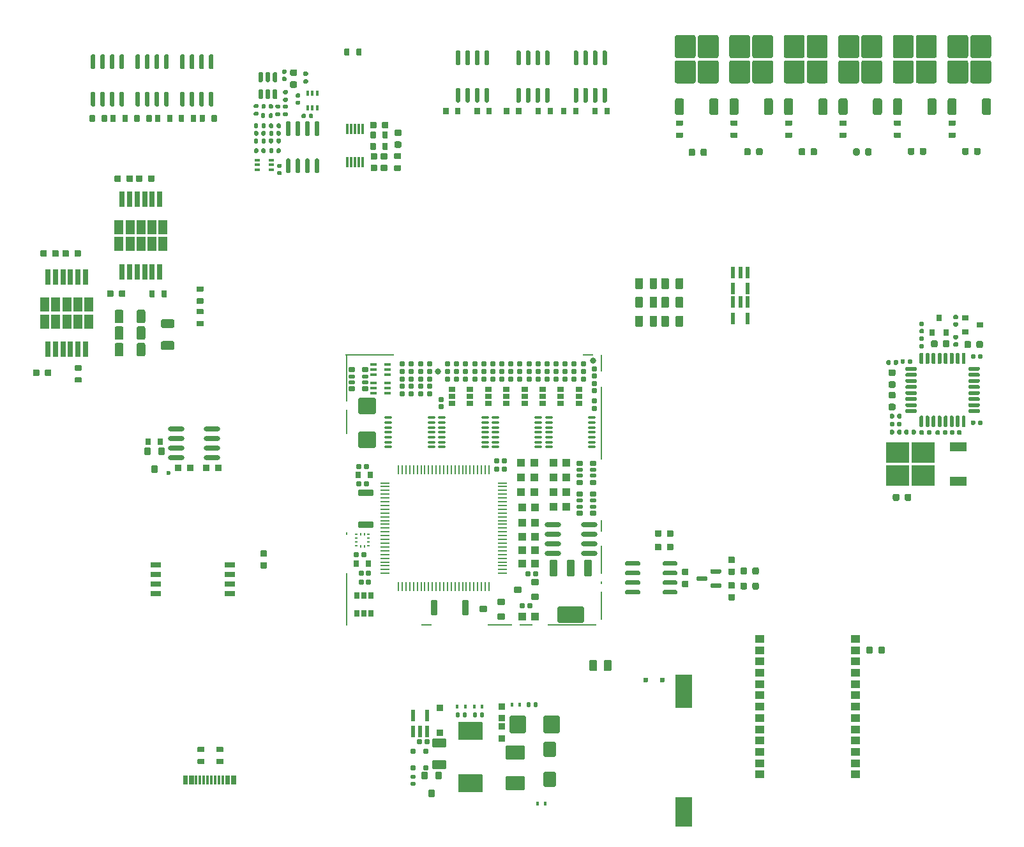
<source format=gtp>
G75*
G70*
%OFA0B0*%
%FSLAX25Y25*%
%IPPOS*%
%LPD*%
%AMOC8*
5,1,8,0,0,1.08239X$1,22.5*
%
%AMM100*
21,1,0.021650,0.052760,-0.000000,0.000000,0.000000*
21,1,0.017320,0.057090,-0.000000,0.000000,0.000000*
1,1,0.004330,0.008660,-0.026380*
1,1,0.004330,-0.008660,-0.026380*
1,1,0.004330,-0.008660,0.026380*
1,1,0.004330,0.008660,0.026380*
%
%AMM101*
21,1,0.035830,0.026770,-0.000000,0.000000,90.000000*
21,1,0.029130,0.033470,-0.000000,0.000000,90.000000*
1,1,0.006690,0.013390,0.014570*
1,1,0.006690,0.013390,-0.014570*
1,1,0.006690,-0.013390,-0.014570*
1,1,0.006690,-0.013390,0.014570*
%
%AMM102*
21,1,0.070870,0.036220,-0.000000,0.000000,180.000000*
21,1,0.061810,0.045280,-0.000000,0.000000,180.000000*
1,1,0.009060,-0.030910,0.018110*
1,1,0.009060,0.030910,0.018110*
1,1,0.009060,0.030910,-0.018110*
1,1,0.009060,-0.030910,-0.018110*
%
%AMM103*
21,1,0.033470,0.026770,-0.000000,0.000000,90.000000*
21,1,0.026770,0.033470,-0.000000,0.000000,90.000000*
1,1,0.006690,0.013390,0.013390*
1,1,0.006690,0.013390,-0.013390*
1,1,0.006690,-0.013390,-0.013390*
1,1,0.006690,-0.013390,0.013390*
%
%AMM104*
21,1,0.015750,0.016540,-0.000000,0.000000,0.000000*
21,1,0.012600,0.019680,-0.000000,0.000000,0.000000*
1,1,0.003150,0.006300,-0.008270*
1,1,0.003150,-0.006300,-0.008270*
1,1,0.003150,-0.006300,0.008270*
1,1,0.003150,0.006300,0.008270*
%
%AMM105*
21,1,0.023620,0.018900,-0.000000,0.000000,180.000000*
21,1,0.018900,0.023620,-0.000000,0.000000,180.000000*
1,1,0.004720,-0.009450,0.009450*
1,1,0.004720,0.009450,0.009450*
1,1,0.004720,0.009450,-0.009450*
1,1,0.004720,-0.009450,-0.009450*
%
%AMM106*
21,1,0.019680,0.019680,-0.000000,0.000000,90.000000*
21,1,0.015750,0.023620,-0.000000,0.000000,90.000000*
1,1,0.003940,0.009840,0.007870*
1,1,0.003940,0.009840,-0.007870*
1,1,0.003940,-0.009840,-0.007870*
1,1,0.003940,-0.009840,0.007870*
%
%AMM107*
21,1,0.019680,0.019680,-0.000000,0.000000,0.000000*
21,1,0.015750,0.023620,-0.000000,0.000000,0.000000*
1,1,0.003940,0.007870,-0.009840*
1,1,0.003940,-0.007870,-0.009840*
1,1,0.003940,-0.007870,0.009840*
1,1,0.003940,0.007870,0.009840*
%
%AMM141*
21,1,0.021650,0.052760,0.000000,-0.000000,180.000000*
21,1,0.017320,0.057090,0.000000,-0.000000,180.000000*
1,1,0.004330,-0.008660,0.026380*
1,1,0.004330,0.008660,0.026380*
1,1,0.004330,0.008660,-0.026380*
1,1,0.004330,-0.008660,-0.026380*
%
%AMM206*
21,1,0.025590,0.026380,-0.000000,-0.000000,90.000000*
21,1,0.020470,0.031500,-0.000000,-0.000000,90.000000*
1,1,0.005120,0.013190,0.010240*
1,1,0.005120,0.013190,-0.010240*
1,1,0.005120,-0.013190,-0.010240*
1,1,0.005120,-0.013190,0.010240*
%
%AMM207*
21,1,0.017720,0.027950,-0.000000,-0.000000,90.000000*
21,1,0.014170,0.031500,-0.000000,-0.000000,90.000000*
1,1,0.003540,0.013980,0.007090*
1,1,0.003540,0.013980,-0.007090*
1,1,0.003540,-0.013980,-0.007090*
1,1,0.003540,-0.013980,0.007090*
%
%AMM208*
21,1,0.012600,0.028980,-0.000000,-0.000000,270.000000*
21,1,0.010080,0.031500,-0.000000,-0.000000,270.000000*
1,1,0.002520,-0.014490,-0.005040*
1,1,0.002520,-0.014490,0.005040*
1,1,0.002520,0.014490,0.005040*
1,1,0.002520,0.014490,-0.005040*
%
%AMM209*
21,1,0.023620,0.030710,-0.000000,-0.000000,0.000000*
21,1,0.018900,0.035430,-0.000000,-0.000000,0.000000*
1,1,0.004720,0.009450,-0.015350*
1,1,0.004720,-0.009450,-0.015350*
1,1,0.004720,-0.009450,0.015350*
1,1,0.004720,0.009450,0.015350*
%
%AMM210*
21,1,0.027560,0.018900,-0.000000,-0.000000,270.000000*
21,1,0.022840,0.023620,-0.000000,-0.000000,270.000000*
1,1,0.004720,-0.009450,-0.011420*
1,1,0.004720,-0.009450,0.011420*
1,1,0.004720,0.009450,0.011420*
1,1,0.004720,0.009450,-0.011420*
%
%AMM211*
21,1,0.031500,0.072440,-0.000000,-0.000000,270.000000*
21,1,0.025200,0.078740,-0.000000,-0.000000,270.000000*
1,1,0.006300,-0.036220,-0.012600*
1,1,0.006300,-0.036220,0.012600*
1,1,0.006300,0.036220,0.012600*
1,1,0.006300,0.036220,-0.012600*
%
%AMM212*
21,1,0.027560,0.018900,-0.000000,-0.000000,0.000000*
21,1,0.022840,0.023620,-0.000000,-0.000000,0.000000*
1,1,0.004720,0.011420,-0.009450*
1,1,0.004720,-0.011420,-0.009450*
1,1,0.004720,-0.011420,0.009450*
1,1,0.004720,0.011420,0.009450*
%
%AMM213*
21,1,0.023620,0.030710,-0.000000,-0.000000,90.000000*
21,1,0.018900,0.035430,-0.000000,-0.000000,90.000000*
1,1,0.004720,0.015350,0.009450*
1,1,0.004720,0.015350,-0.009450*
1,1,0.004720,-0.015350,-0.009450*
1,1,0.004720,-0.015350,0.009450*
%
%AMM214*
21,1,0.035430,0.030320,-0.000000,-0.000000,90.000000*
21,1,0.028350,0.037400,-0.000000,-0.000000,90.000000*
1,1,0.007090,0.015160,0.014170*
1,1,0.007090,0.015160,-0.014170*
1,1,0.007090,-0.015160,-0.014170*
1,1,0.007090,-0.015160,0.014170*
%
%AMM215*
21,1,0.043310,0.075980,-0.000000,-0.000000,180.000000*
21,1,0.034650,0.084650,-0.000000,-0.000000,180.000000*
1,1,0.008660,-0.017320,0.037990*
1,1,0.008660,0.017320,0.037990*
1,1,0.008660,0.017320,-0.037990*
1,1,0.008660,-0.017320,-0.037990*
%
%AMM216*
21,1,0.039370,0.035430,-0.000000,-0.000000,180.000000*
21,1,0.031500,0.043310,-0.000000,-0.000000,180.000000*
1,1,0.007870,-0.015750,0.017720*
1,1,0.007870,0.015750,0.017720*
1,1,0.007870,0.015750,-0.017720*
1,1,0.007870,-0.015750,-0.017720*
%
%AMM217*
21,1,0.027560,0.030710,-0.000000,-0.000000,180.000000*
21,1,0.022050,0.036220,-0.000000,-0.000000,180.000000*
1,1,0.005510,-0.011020,0.015350*
1,1,0.005510,0.011020,0.015350*
1,1,0.005510,0.011020,-0.015350*
1,1,0.005510,-0.011020,-0.015350*
%
%AMM218*
21,1,0.031500,0.072440,-0.000000,-0.000000,180.000000*
21,1,0.025200,0.078740,-0.000000,-0.000000,180.000000*
1,1,0.006300,-0.012600,0.036220*
1,1,0.006300,0.012600,0.036220*
1,1,0.006300,0.012600,-0.036220*
1,1,0.006300,-0.012600,-0.036220*
%
%AMM219*
21,1,0.137800,0.067720,-0.000000,-0.000000,180.000000*
21,1,0.120870,0.084650,-0.000000,-0.000000,180.000000*
1,1,0.016930,-0.060430,0.033860*
1,1,0.016930,0.060430,0.033860*
1,1,0.016930,0.060430,-0.033860*
1,1,0.016930,-0.060430,-0.033860*
%
%AMM220*
21,1,0.043310,0.075990,-0.000000,-0.000000,180.000000*
21,1,0.034650,0.084650,-0.000000,-0.000000,180.000000*
1,1,0.008660,-0.017320,0.037990*
1,1,0.008660,0.017320,0.037990*
1,1,0.008660,0.017320,-0.037990*
1,1,0.008660,-0.017320,-0.037990*
%
%AMM221*
21,1,0.086610,0.073230,-0.000000,-0.000000,270.000000*
21,1,0.069290,0.090550,-0.000000,-0.000000,270.000000*
1,1,0.017320,-0.036610,-0.034650*
1,1,0.017320,-0.036610,0.034650*
1,1,0.017320,0.036610,0.034650*
1,1,0.017320,0.036610,-0.034650*
%
%AMM74*
21,1,0.035430,0.030320,0.000000,0.000000,180.000000*
21,1,0.028350,0.037400,0.000000,0.000000,180.000000*
1,1,0.007090,-0.014170,0.015160*
1,1,0.007090,0.014170,0.015160*
1,1,0.007090,0.014170,-0.015160*
1,1,0.007090,-0.014170,-0.015160*
%
%AMM9*
21,1,0.033470,0.026770,0.000000,0.000000,0.000000*
21,1,0.026770,0.033470,0.000000,0.000000,0.000000*
1,1,0.006690,0.013390,-0.013390*
1,1,0.006690,-0.013390,-0.013390*
1,1,0.006690,-0.013390,0.013390*
1,1,0.006690,0.013390,0.013390*
%
%AMM92*
21,1,0.027560,0.030710,0.000000,0.000000,180.000000*
21,1,0.022050,0.036220,0.000000,0.000000,180.000000*
1,1,0.005510,-0.011020,0.015350*
1,1,0.005510,0.011020,0.015350*
1,1,0.005510,0.011020,-0.015350*
1,1,0.005510,-0.011020,-0.015350*
%
%AMM95*
21,1,0.086610,0.073230,-0.000000,0.000000,0.000000*
21,1,0.069290,0.090550,-0.000000,0.000000,0.000000*
1,1,0.017320,0.034650,-0.036610*
1,1,0.017320,-0.034650,-0.036610*
1,1,0.017320,-0.034650,0.036610*
1,1,0.017320,0.034650,0.036610*
%
%AMM96*
21,1,0.094490,0.111020,-0.000000,0.000000,90.000000*
21,1,0.075590,0.129920,-0.000000,0.000000,90.000000*
1,1,0.018900,0.055510,0.037800*
1,1,0.018900,0.055510,-0.037800*
1,1,0.018900,-0.055510,-0.037800*
1,1,0.018900,-0.055510,0.037800*
%
%AMM97*
21,1,0.074800,0.083460,-0.000000,0.000000,90.000000*
21,1,0.059840,0.098430,-0.000000,0.000000,90.000000*
1,1,0.014960,0.041730,0.029920*
1,1,0.014960,0.041730,-0.029920*
1,1,0.014960,-0.041730,-0.029920*
1,1,0.014960,-0.041730,0.029920*
%
%AMM98*
21,1,0.078740,0.053540,-0.000000,0.000000,270.000000*
21,1,0.065350,0.066930,-0.000000,0.000000,270.000000*
1,1,0.013390,-0.026770,-0.032680*
1,1,0.013390,-0.026770,0.032680*
1,1,0.013390,0.026770,0.032680*
1,1,0.013390,0.026770,-0.032680*
%
%AMM99*
21,1,0.035430,0.030320,-0.000000,0.000000,180.000000*
21,1,0.028350,0.037400,-0.000000,0.000000,180.000000*
1,1,0.007090,-0.014170,0.015160*
1,1,0.007090,0.014170,0.015160*
1,1,0.007090,0.014170,-0.015160*
1,1,0.007090,-0.014170,-0.015160*
%
%ADD118M9*%
%ADD13R,0.09055X0.17323*%
%ADD14R,0.09055X0.15748*%
%ADD168R,0.02559X0.01575*%
%ADD169R,0.01575X0.02559*%
%ADD172R,0.03543X0.03150*%
%ADD175R,0.03150X0.03543*%
%ADD195O,0.04724X0.00866*%
%ADD196O,0.00866X0.04724*%
%ADD197O,0.04331X0.01181*%
%ADD200R,0.01378X0.00984*%
%ADD201R,0.00984X0.01378*%
%ADD206O,0.08661X0.02362*%
%ADD247M74*%
%ADD277M92*%
%ADD285M95*%
%ADD286M96*%
%ADD287M97*%
%ADD288M98*%
%ADD289M99*%
%ADD290M100*%
%ADD291M101*%
%ADD292M102*%
%ADD293M103*%
%ADD294M104*%
%ADD295M105*%
%ADD296M106*%
%ADD297M107*%
%ADD30C,0.02362*%
%ADD334M141*%
%ADD344R,0.01181X0.05512*%
%ADD345R,0.08661X0.04724*%
%ADD349R,0.12008X0.10827*%
%ADD427M206*%
%ADD428M207*%
%ADD429M208*%
%ADD430M209*%
%ADD431M210*%
%ADD432M211*%
%ADD433M212*%
%ADD434M213*%
%ADD435M214*%
%ADD436M215*%
%ADD437M216*%
%ADD438M217*%
%ADD439M218*%
%ADD440M219*%
%ADD441M220*%
%ADD442M221*%
%ADD57R,0.05118X0.03937*%
%ADD58R,0.02559X0.07874*%
%ADD60R,0.00787X0.14567*%
%ADD61R,0.00787X0.01575*%
%ADD62R,0.00787X0.06299*%
%ADD63R,0.00787X0.38189*%
%ADD64R,0.00787X0.09055*%
%ADD65R,0.05512X0.00787*%
%ADD66R,0.25197X0.00787*%
%ADD67R,0.06693X0.00787*%
%ADD68R,0.12992X0.00787*%
%ADD69R,0.00787X0.27559*%
%ADD70R,0.00787X0.12992*%
%ADD71R,0.00787X0.24803*%
%ADD72R,0.01181X0.04528*%
%ADD78R,0.05315X0.02717*%
%ADD82C,0.03150*%
%ADD92O,0.00000X0.00000*%
%ADD93R,0.04567X0.07677*%
X0000000Y0000000D02*
%LPD*%
G01*
G36*
G01*
X0350992Y0294193D02*
X0350992Y0289272D01*
G75*
G02*
X0350598Y0288878I-000394J0000000D01*
G01*
X0347449Y0288878D01*
G75*
G02*
X0347055Y0289272I0000000J0000394D01*
G01*
X0347055Y0294193D01*
G75*
G02*
X0347449Y0294587I0000394J0000000D01*
G01*
X0350598Y0294587D01*
G75*
G02*
X0350992Y0294193I0000000J-000394D01*
G01*
G37*
G36*
G01*
X0343512Y0294193D02*
X0343512Y0289272D01*
G75*
G02*
X0343118Y0288878I-000394J0000000D01*
G01*
X0339968Y0288878D01*
G75*
G02*
X0339575Y0289272I0000000J0000394D01*
G01*
X0339575Y0294193D01*
G75*
G02*
X0339968Y0294587I0000394J0000000D01*
G01*
X0343118Y0294587D01*
G75*
G02*
X0343512Y0294193I0000000J-000394D01*
G01*
G37*
G36*
G01*
X0384555Y0134508D02*
X0384555Y0133327D01*
G75*
G02*
X0383965Y0132736I-000591J0000000D01*
G01*
X0379339Y0132736D01*
G75*
G02*
X0378748Y0133327I0000000J0000591D01*
G01*
X0378748Y0134508D01*
G75*
G02*
X0379339Y0135098I0000591J0000000D01*
G01*
X0383965Y0135098D01*
G75*
G02*
X0384555Y0134508I0000000J-000591D01*
G01*
G37*
G36*
G01*
X0384555Y0141988D02*
X0384555Y0140807D01*
G75*
G02*
X0383965Y0140217I-000591J0000000D01*
G01*
X0379339Y0140217D01*
G75*
G02*
X0378748Y0140807I0000000J0000591D01*
G01*
X0378748Y0141988D01*
G75*
G02*
X0379339Y0142579I0000591J0000000D01*
G01*
X0383965Y0142579D01*
G75*
G02*
X0384555Y0141988I0000000J-000591D01*
G01*
G37*
G36*
G01*
X0377173Y0138248D02*
X0377173Y0137067D01*
G75*
G02*
X0376583Y0136476I-000591J0000000D01*
G01*
X0371957Y0136476D01*
G75*
G02*
X0371366Y0137067I0000000J0000591D01*
G01*
X0371366Y0138248D01*
G75*
G02*
X0371957Y0138839I0000591J0000000D01*
G01*
X0376583Y0138839D01*
G75*
G02*
X0377173Y0138248I0000000J-000591D01*
G01*
G37*
G36*
G01*
X0103758Y0384154D02*
X0102577Y0384154D01*
G75*
G02*
X0101986Y0384744I0000000J0000591D01*
G01*
X0101986Y0391240D01*
G75*
G02*
X0102577Y0391831I0000591J0000000D01*
G01*
X0103758Y0391831D01*
G75*
G02*
X0104348Y0391240I0000000J-000591D01*
G01*
X0104348Y0384744D01*
G75*
G02*
X0103758Y0384154I-000591J0000000D01*
G01*
G37*
G36*
G01*
X0108758Y0384154D02*
X0107577Y0384154D01*
G75*
G02*
X0106986Y0384744I0000000J0000591D01*
G01*
X0106986Y0391240D01*
G75*
G02*
X0107577Y0391831I0000591J0000000D01*
G01*
X0108758Y0391831D01*
G75*
G02*
X0109348Y0391240I0000000J-000591D01*
G01*
X0109348Y0384744D01*
G75*
G02*
X0108758Y0384154I-000591J0000000D01*
G01*
G37*
G36*
G01*
X0113758Y0384154D02*
X0112577Y0384154D01*
G75*
G02*
X0111986Y0384744I0000000J0000591D01*
G01*
X0111986Y0391240D01*
G75*
G02*
X0112577Y0391831I0000591J0000000D01*
G01*
X0113758Y0391831D01*
G75*
G02*
X0114348Y0391240I0000000J-000591D01*
G01*
X0114348Y0384744D01*
G75*
G02*
X0113758Y0384154I-000591J0000000D01*
G01*
G37*
G36*
G01*
X0118758Y0384154D02*
X0117577Y0384154D01*
G75*
G02*
X0116986Y0384744I0000000J0000591D01*
G01*
X0116986Y0391240D01*
G75*
G02*
X0117577Y0391831I0000591J0000000D01*
G01*
X0118758Y0391831D01*
G75*
G02*
X0119348Y0391240I0000000J-000591D01*
G01*
X0119348Y0384744D01*
G75*
G02*
X0118758Y0384154I-000591J0000000D01*
G01*
G37*
G36*
G01*
X0118758Y0403642D02*
X0117577Y0403642D01*
G75*
G02*
X0116986Y0404232I0000000J0000591D01*
G01*
X0116986Y0410728D01*
G75*
G02*
X0117577Y0411319I0000591J0000000D01*
G01*
X0118758Y0411319D01*
G75*
G02*
X0119348Y0410728I0000000J-000591D01*
G01*
X0119348Y0404232D01*
G75*
G02*
X0118758Y0403642I-000591J0000000D01*
G01*
G37*
G36*
G01*
X0113758Y0403642D02*
X0112577Y0403642D01*
G75*
G02*
X0111986Y0404232I0000000J0000591D01*
G01*
X0111986Y0410728D01*
G75*
G02*
X0112577Y0411319I0000591J0000000D01*
G01*
X0113758Y0411319D01*
G75*
G02*
X0114348Y0410728I0000000J-000591D01*
G01*
X0114348Y0404232D01*
G75*
G02*
X0113758Y0403642I-000591J0000000D01*
G01*
G37*
G36*
G01*
X0108758Y0403642D02*
X0107577Y0403642D01*
G75*
G02*
X0106986Y0404232I0000000J0000591D01*
G01*
X0106986Y0410728D01*
G75*
G02*
X0107577Y0411319I0000591J0000000D01*
G01*
X0108758Y0411319D01*
G75*
G02*
X0109348Y0410728I0000000J-000591D01*
G01*
X0109348Y0404232D01*
G75*
G02*
X0108758Y0403642I-000591J0000000D01*
G01*
G37*
G36*
G01*
X0103758Y0403642D02*
X0102577Y0403642D01*
G75*
G02*
X0101986Y0404232I0000000J0000591D01*
G01*
X0101986Y0410728D01*
G75*
G02*
X0102577Y0411319I0000591J0000000D01*
G01*
X0103758Y0411319D01*
G75*
G02*
X0104348Y0410728I0000000J-000591D01*
G01*
X0104348Y0404232D01*
G75*
G02*
X0103758Y0403642I-000591J0000000D01*
G01*
G37*
G36*
G01*
X0050047Y0308720D02*
X0050047Y0306043D01*
G75*
G02*
X0049713Y0305709I-000335J0000000D01*
G01*
X0047035Y0305709D01*
G75*
G02*
X0046701Y0306043I0000000J0000335D01*
G01*
X0046701Y0308720D01*
G75*
G02*
X0047035Y0309055I0000335J0000000D01*
G01*
X0049713Y0309055D01*
G75*
G02*
X0050047Y0308720I0000000J-000335D01*
G01*
G37*
G36*
G01*
X0043827Y0308720D02*
X0043827Y0306043D01*
G75*
G02*
X0043492Y0305709I-000335J0000000D01*
G01*
X0040815Y0305709D01*
G75*
G02*
X0040480Y0306043I0000000J0000335D01*
G01*
X0040480Y0308720D01*
G75*
G02*
X0040815Y0309055I0000335J0000000D01*
G01*
X0043492Y0309055D01*
G75*
G02*
X0043827Y0308720I0000000J-000335D01*
G01*
G37*
G36*
G01*
X0350992Y0284350D02*
X0350992Y0279429D01*
G75*
G02*
X0350598Y0279035I-000394J0000000D01*
G01*
X0347449Y0279035D01*
G75*
G02*
X0347055Y0279429I0000000J0000394D01*
G01*
X0347055Y0284350D01*
G75*
G02*
X0347449Y0284744I0000394J0000000D01*
G01*
X0350598Y0284744D01*
G75*
G02*
X0350992Y0284350I0000000J-000394D01*
G01*
G37*
G36*
G01*
X0343512Y0284350D02*
X0343512Y0279429D01*
G75*
G02*
X0343118Y0279035I-000394J0000000D01*
G01*
X0339968Y0279035D01*
G75*
G02*
X0339575Y0279429I0000000J0000394D01*
G01*
X0339575Y0284350D01*
G75*
G02*
X0339968Y0284744I0000394J0000000D01*
G01*
X0343118Y0284744D01*
G75*
G02*
X0343512Y0284350I0000000J-000394D01*
G01*
G37*
G36*
G01*
X0420963Y0379724D02*
X0418207Y0379724D01*
G75*
G02*
X0417222Y0380709I0000000J0000984D01*
G01*
X0417222Y0387402D01*
G75*
G02*
X0418207Y0388386I0000984J0000000D01*
G01*
X0420963Y0388386D01*
G75*
G02*
X0421947Y0387402I0000000J-000984D01*
G01*
X0421947Y0380709D01*
G75*
G02*
X0420963Y0379724I-000984J0000000D01*
G01*
G37*
G36*
G01*
X0426986Y0396260D02*
X0418128Y0396260D01*
G75*
G02*
X0417144Y0397244I0000000J0000984D01*
G01*
X0417144Y0407283D01*
G75*
G02*
X0418128Y0408268I0000984J0000000D01*
G01*
X0426986Y0408268D01*
G75*
G02*
X0427970Y0407283I0000000J-000984D01*
G01*
X0427970Y0397244D01*
G75*
G02*
X0426986Y0396260I-000984J0000000D01*
G01*
G37*
G36*
G01*
X0438994Y0396260D02*
X0430136Y0396260D01*
G75*
G02*
X0429152Y0397244I0000000J0000984D01*
G01*
X0429152Y0407283D01*
G75*
G02*
X0430136Y0408268I0000984J0000000D01*
G01*
X0438994Y0408268D01*
G75*
G02*
X0439978Y0407283I0000000J-000984D01*
G01*
X0439978Y0397244D01*
G75*
G02*
X0438994Y0396260I-000984J0000000D01*
G01*
G37*
G36*
G01*
X0426986Y0409449D02*
X0418128Y0409449D01*
G75*
G02*
X0417144Y0410433I0000000J0000984D01*
G01*
X0417144Y0420472D01*
G75*
G02*
X0418128Y0421457I0000984J0000000D01*
G01*
X0426986Y0421457D01*
G75*
G02*
X0427970Y0420472I0000000J-000984D01*
G01*
X0427970Y0410433D01*
G75*
G02*
X0426986Y0409449I-000984J0000000D01*
G01*
G37*
G36*
G01*
X0438994Y0409449D02*
X0430136Y0409449D01*
G75*
G02*
X0429152Y0410433I0000000J0000984D01*
G01*
X0429152Y0420472D01*
G75*
G02*
X0430136Y0421457I0000984J0000000D01*
G01*
X0438994Y0421457D01*
G75*
G02*
X0439978Y0420472I0000000J-000984D01*
G01*
X0439978Y0410433D01*
G75*
G02*
X0438994Y0409449I-000984J0000000D01*
G01*
G37*
G36*
G01*
X0438915Y0379724D02*
X0436159Y0379724D01*
G75*
G02*
X0435175Y0380709I0000000J0000984D01*
G01*
X0435175Y0387402D01*
G75*
G02*
X0436159Y0388386I0000984J0000000D01*
G01*
X0438915Y0388386D01*
G75*
G02*
X0439900Y0387402I0000000J-000984D01*
G01*
X0439900Y0380709D01*
G75*
G02*
X0438915Y0379724I-000984J0000000D01*
G01*
G37*
G36*
G01*
X0144213Y0152383D02*
X0146890Y0152383D01*
G75*
G02*
X0147224Y0152048I0000000J-000335D01*
G01*
X0147224Y0149371D01*
G75*
G02*
X0146890Y0149036I-000335J0000000D01*
G01*
X0144213Y0149036D01*
G75*
G02*
X0143878Y0149371I0000000J0000335D01*
G01*
X0143878Y0152048D01*
G75*
G02*
X0144213Y0152383I0000335J0000000D01*
G01*
G37*
G36*
G01*
X0144213Y0146162D02*
X0146890Y0146162D01*
G75*
G02*
X0147224Y0145828I0000000J-000335D01*
G01*
X0147224Y0143151D01*
G75*
G02*
X0146890Y0142816I-000335J0000000D01*
G01*
X0144213Y0142816D01*
G75*
G02*
X0143878Y0143151I0000000J0000335D01*
G01*
X0143878Y0145828D01*
G75*
G02*
X0144213Y0146162I0000335J0000000D01*
G01*
G37*
D13*
X0364969Y0078839D03*
D14*
X0364969Y0015846D03*
G36*
G01*
X0279240Y0386204D02*
X0278059Y0386204D01*
G75*
G02*
X0277469Y0386795I0000000J0000591D01*
G01*
X0277469Y0393291D01*
G75*
G02*
X0278059Y0393881I0000591J0000000D01*
G01*
X0279240Y0393881D01*
G75*
G02*
X0279831Y0393291I0000000J-000591D01*
G01*
X0279831Y0386795D01*
G75*
G02*
X0279240Y0386204I-000591J0000000D01*
G01*
G37*
G36*
G01*
X0284240Y0386204D02*
X0283059Y0386204D01*
G75*
G02*
X0282469Y0386795I0000000J0000591D01*
G01*
X0282469Y0393291D01*
G75*
G02*
X0283059Y0393881I0000591J0000000D01*
G01*
X0284240Y0393881D01*
G75*
G02*
X0284831Y0393291I0000000J-000591D01*
G01*
X0284831Y0386795D01*
G75*
G02*
X0284240Y0386204I-000591J0000000D01*
G01*
G37*
G36*
G01*
X0289240Y0386204D02*
X0288059Y0386204D01*
G75*
G02*
X0287469Y0386795I0000000J0000591D01*
G01*
X0287469Y0393291D01*
G75*
G02*
X0288059Y0393881I0000591J0000000D01*
G01*
X0289240Y0393881D01*
G75*
G02*
X0289831Y0393291I0000000J-000591D01*
G01*
X0289831Y0386795D01*
G75*
G02*
X0289240Y0386204I-000591J0000000D01*
G01*
G37*
G36*
G01*
X0294240Y0386204D02*
X0293059Y0386204D01*
G75*
G02*
X0292469Y0386795I0000000J0000591D01*
G01*
X0292469Y0393291D01*
G75*
G02*
X0293059Y0393881I0000591J0000000D01*
G01*
X0294240Y0393881D01*
G75*
G02*
X0294831Y0393291I0000000J-000591D01*
G01*
X0294831Y0386795D01*
G75*
G02*
X0294240Y0386204I-000591J0000000D01*
G01*
G37*
G36*
G01*
X0294240Y0405692D02*
X0293059Y0405692D01*
G75*
G02*
X0292469Y0406283I0000000J0000591D01*
G01*
X0292469Y0412779D01*
G75*
G02*
X0293059Y0413370I0000591J0000000D01*
G01*
X0294240Y0413370D01*
G75*
G02*
X0294831Y0412779I0000000J-000591D01*
G01*
X0294831Y0406283D01*
G75*
G02*
X0294240Y0405692I-000591J0000000D01*
G01*
G37*
G36*
G01*
X0289240Y0405692D02*
X0288059Y0405692D01*
G75*
G02*
X0287469Y0406283I0000000J0000591D01*
G01*
X0287469Y0412779D01*
G75*
G02*
X0288059Y0413370I0000591J0000000D01*
G01*
X0289240Y0413370D01*
G75*
G02*
X0289831Y0412779I0000000J-000591D01*
G01*
X0289831Y0406283D01*
G75*
G02*
X0289240Y0405692I-000591J0000000D01*
G01*
G37*
G36*
G01*
X0284240Y0405692D02*
X0283059Y0405692D01*
G75*
G02*
X0282469Y0406283I0000000J0000591D01*
G01*
X0282469Y0412779D01*
G75*
G02*
X0283059Y0413370I0000591J0000000D01*
G01*
X0284240Y0413370D01*
G75*
G02*
X0284831Y0412779I0000000J-000591D01*
G01*
X0284831Y0406283D01*
G75*
G02*
X0284240Y0405692I-000591J0000000D01*
G01*
G37*
G36*
G01*
X0279240Y0405692D02*
X0278059Y0405692D01*
G75*
G02*
X0277469Y0406283I0000000J0000591D01*
G01*
X0277469Y0412779D01*
G75*
G02*
X0278059Y0413370I0000591J0000000D01*
G01*
X0279240Y0413370D01*
G75*
G02*
X0279831Y0412779I0000000J-000591D01*
G01*
X0279831Y0406283D01*
G75*
G02*
X0279240Y0405692I-000591J0000000D01*
G01*
G37*
G36*
G01*
X0270992Y0380223D02*
X0270992Y0383294D01*
G75*
G02*
X0271268Y0383570I0000276J0000000D01*
G01*
X0273472Y0383570D01*
G75*
G02*
X0273748Y0383294I0000000J-000276D01*
G01*
X0273748Y0380223D01*
G75*
G02*
X0273472Y0379948I-000276J0000000D01*
G01*
X0271268Y0379948D01*
G75*
G02*
X0270992Y0380223I0000000J0000276D01*
G01*
G37*
G36*
G01*
X0277291Y0380223D02*
X0277291Y0383294D01*
G75*
G02*
X0277567Y0383570I0000276J0000000D01*
G01*
X0279772Y0383570D01*
G75*
G02*
X0280047Y0383294I0000000J-000276D01*
G01*
X0280047Y0380223D01*
G75*
G02*
X0279772Y0379948I-000276J0000000D01*
G01*
X0277567Y0379948D01*
G75*
G02*
X0277291Y0380223I0000000J0000276D01*
G01*
G37*
G36*
G01*
X0388504Y0149094D02*
X0391181Y0149094D01*
G75*
G02*
X0391516Y0148760I0000000J-000335D01*
G01*
X0391516Y0146083D01*
G75*
G02*
X0391181Y0145748I-000335J0000000D01*
G01*
X0388504Y0145748D01*
G75*
G02*
X0388169Y0146083I0000000J0000335D01*
G01*
X0388169Y0148760D01*
G75*
G02*
X0388504Y0149094I0000335J0000000D01*
G01*
G37*
G36*
G01*
X0388504Y0142874D02*
X0391181Y0142874D01*
G75*
G02*
X0391516Y0142539I0000000J-000335D01*
G01*
X0391516Y0139862D01*
G75*
G02*
X0391181Y0139528I-000335J0000000D01*
G01*
X0388504Y0139528D01*
G75*
G02*
X0388169Y0139862I0000000J0000335D01*
G01*
X0388169Y0142539D01*
G75*
G02*
X0388504Y0142874I0000335J0000000D01*
G01*
G37*
G36*
G01*
X0506356Y0379724D02*
X0503600Y0379724D01*
G75*
G02*
X0502616Y0380709I0000000J0000984D01*
G01*
X0502616Y0387402D01*
G75*
G02*
X0503600Y0388386I0000984J0000000D01*
G01*
X0506356Y0388386D01*
G75*
G02*
X0507341Y0387402I0000000J-000984D01*
G01*
X0507341Y0380709D01*
G75*
G02*
X0506356Y0379724I-000984J0000000D01*
G01*
G37*
G36*
G01*
X0512380Y0396260D02*
X0503522Y0396260D01*
G75*
G02*
X0502537Y0397244I0000000J0000984D01*
G01*
X0502537Y0407283D01*
G75*
G02*
X0503522Y0408268I0000984J0000000D01*
G01*
X0512380Y0408268D01*
G75*
G02*
X0513364Y0407283I0000000J-000984D01*
G01*
X0513364Y0397244D01*
G75*
G02*
X0512380Y0396260I-000984J0000000D01*
G01*
G37*
G36*
G01*
X0524388Y0396260D02*
X0515530Y0396260D01*
G75*
G02*
X0514545Y0397244I0000000J0000984D01*
G01*
X0514545Y0407283D01*
G75*
G02*
X0515530Y0408268I0000984J0000000D01*
G01*
X0524388Y0408268D01*
G75*
G02*
X0525372Y0407283I0000000J-000984D01*
G01*
X0525372Y0397244D01*
G75*
G02*
X0524388Y0396260I-000984J0000000D01*
G01*
G37*
G36*
G01*
X0512380Y0409449D02*
X0503522Y0409449D01*
G75*
G02*
X0502537Y0410433I0000000J0000984D01*
G01*
X0502537Y0420472D01*
G75*
G02*
X0503522Y0421457I0000984J0000000D01*
G01*
X0512380Y0421457D01*
G75*
G02*
X0513364Y0420472I0000000J-000984D01*
G01*
X0513364Y0410433D01*
G75*
G02*
X0512380Y0409449I-000984J0000000D01*
G01*
G37*
G36*
G01*
X0524388Y0409449D02*
X0515530Y0409449D01*
G75*
G02*
X0514545Y0410433I0000000J0000984D01*
G01*
X0514545Y0420472D01*
G75*
G02*
X0515530Y0421457I0000984J0000000D01*
G01*
X0524388Y0421457D01*
G75*
G02*
X0525372Y0420472I0000000J-000984D01*
G01*
X0525372Y0410433D01*
G75*
G02*
X0524388Y0409449I-000984J0000000D01*
G01*
G37*
G36*
G01*
X0524309Y0379724D02*
X0521553Y0379724D01*
G75*
G02*
X0520569Y0380709I0000000J0000984D01*
G01*
X0520569Y0387402D01*
G75*
G02*
X0521553Y0388386I0000984J0000000D01*
G01*
X0524309Y0388386D01*
G75*
G02*
X0525293Y0387402I0000000J-000984D01*
G01*
X0525293Y0380709D01*
G75*
G02*
X0524309Y0379724I-000984J0000000D01*
G01*
G37*
G36*
G01*
X0477892Y0379724D02*
X0475136Y0379724D01*
G75*
G02*
X0474152Y0380709I0000000J0000984D01*
G01*
X0474152Y0387402D01*
G75*
G02*
X0475136Y0388386I0000984J0000000D01*
G01*
X0477892Y0388386D01*
G75*
G02*
X0478876Y0387402I0000000J-000984D01*
G01*
X0478876Y0380709D01*
G75*
G02*
X0477892Y0379724I-000984J0000000D01*
G01*
G37*
G36*
G01*
X0483915Y0396260D02*
X0475057Y0396260D01*
G75*
G02*
X0474073Y0397244I0000000J0000984D01*
G01*
X0474073Y0407283D01*
G75*
G02*
X0475057Y0408268I0000984J0000000D01*
G01*
X0483915Y0408268D01*
G75*
G02*
X0484900Y0407283I0000000J-000984D01*
G01*
X0484900Y0397244D01*
G75*
G02*
X0483915Y0396260I-000984J0000000D01*
G01*
G37*
G36*
G01*
X0495923Y0396260D02*
X0487065Y0396260D01*
G75*
G02*
X0486081Y0397244I0000000J0000984D01*
G01*
X0486081Y0407283D01*
G75*
G02*
X0487065Y0408268I0000984J0000000D01*
G01*
X0495923Y0408268D01*
G75*
G02*
X0496907Y0407283I0000000J-000984D01*
G01*
X0496907Y0397244D01*
G75*
G02*
X0495923Y0396260I-000984J0000000D01*
G01*
G37*
G36*
G01*
X0483915Y0409449D02*
X0475057Y0409449D01*
G75*
G02*
X0474073Y0410433I0000000J0000984D01*
G01*
X0474073Y0420472D01*
G75*
G02*
X0475057Y0421457I0000984J0000000D01*
G01*
X0483915Y0421457D01*
G75*
G02*
X0484900Y0420472I0000000J-000984D01*
G01*
X0484900Y0410433D01*
G75*
G02*
X0483915Y0409449I-000984J0000000D01*
G01*
G37*
G36*
G01*
X0495923Y0409449D02*
X0487065Y0409449D01*
G75*
G02*
X0486081Y0410433I0000000J0000984D01*
G01*
X0486081Y0420472D01*
G75*
G02*
X0487065Y0421457I0000984J0000000D01*
G01*
X0495923Y0421457D01*
G75*
G02*
X0496907Y0420472I0000000J-000984D01*
G01*
X0496907Y0410433D01*
G75*
G02*
X0495923Y0409449I-000984J0000000D01*
G01*
G37*
G36*
G01*
X0495844Y0379724D02*
X0493089Y0379724D01*
G75*
G02*
X0492104Y0380709I0000000J0000984D01*
G01*
X0492104Y0387402D01*
G75*
G02*
X0493089Y0388386I0000984J0000000D01*
G01*
X0495844Y0388386D01*
G75*
G02*
X0496829Y0387402I0000000J-000984D01*
G01*
X0496829Y0380709D01*
G75*
G02*
X0495844Y0379724I-000984J0000000D01*
G01*
G37*
G36*
G01*
X0025126Y0243740D02*
X0025126Y0246417D01*
G75*
G02*
X0025461Y0246752I0000335J0000000D01*
G01*
X0028138Y0246752D01*
G75*
G02*
X0028472Y0246417I0000000J-000335D01*
G01*
X0028472Y0243740D01*
G75*
G02*
X0028138Y0243406I-000335J0000000D01*
G01*
X0025461Y0243406D01*
G75*
G02*
X0025126Y0243740I0000000J0000335D01*
G01*
G37*
G36*
G01*
X0031346Y0243740D02*
X0031346Y0246417D01*
G75*
G02*
X0031681Y0246752I0000335J0000000D01*
G01*
X0034358Y0246752D01*
G75*
G02*
X0034693Y0246417I0000000J-000335D01*
G01*
X0034693Y0243740D01*
G75*
G02*
X0034358Y0243406I-000335J0000000D01*
G01*
X0031681Y0243406D01*
G75*
G02*
X0031346Y0243740I0000000J0000335D01*
G01*
G37*
G36*
G01*
X0469843Y0101602D02*
X0469843Y0098925D01*
G75*
G02*
X0469508Y0098591I-000335J0000000D01*
G01*
X0466831Y0098591D01*
G75*
G02*
X0466496Y0098925I0000000J0000335D01*
G01*
X0466496Y0101602D01*
G75*
G02*
X0466831Y0101937I0000335J0000000D01*
G01*
X0469508Y0101937D01*
G75*
G02*
X0469843Y0101602I0000000J-000335D01*
G01*
G37*
G36*
G01*
X0463622Y0101602D02*
X0463622Y0098925D01*
G75*
G02*
X0463287Y0098591I-000335J0000000D01*
G01*
X0460610Y0098591D01*
G75*
G02*
X0460276Y0098925I0000000J0000335D01*
G01*
X0460276Y0101602D01*
G75*
G02*
X0460610Y0101937I0000335J0000000D01*
G01*
X0463287Y0101937D01*
G75*
G02*
X0463622Y0101602I0000000J-000335D01*
G01*
G37*
G36*
G01*
X0366996Y0133110D02*
X0364319Y0133110D01*
G75*
G02*
X0363984Y0133445I0000000J0000335D01*
G01*
X0363984Y0136122D01*
G75*
G02*
X0364319Y0136457I0000335J0000000D01*
G01*
X0366996Y0136457D01*
G75*
G02*
X0367331Y0136122I0000000J-000335D01*
G01*
X0367331Y0133445D01*
G75*
G02*
X0366996Y0133110I-000335J0000000D01*
G01*
G37*
G36*
G01*
X0366996Y0139331D02*
X0364319Y0139331D01*
G75*
G02*
X0363984Y0139665I0000000J0000335D01*
G01*
X0363984Y0142343D01*
G75*
G02*
X0364319Y0142677I0000335J0000000D01*
G01*
X0366996Y0142677D01*
G75*
G02*
X0367331Y0142343I0000000J-000335D01*
G01*
X0367331Y0139665D01*
G75*
G02*
X0366996Y0139331I-000335J0000000D01*
G01*
G37*
G36*
G01*
X0326287Y0383327D02*
X0326287Y0380256D01*
G75*
G02*
X0326012Y0379980I-000276J0000000D01*
G01*
X0323807Y0379980D01*
G75*
G02*
X0323531Y0380256I0000000J0000276D01*
G01*
X0323531Y0383327D01*
G75*
G02*
X0323807Y0383602I0000276J0000000D01*
G01*
X0326012Y0383602D01*
G75*
G02*
X0326287Y0383327I0000000J-000276D01*
G01*
G37*
G36*
G01*
X0319988Y0383327D02*
X0319988Y0380256D01*
G75*
G02*
X0319713Y0379980I-000276J0000000D01*
G01*
X0317508Y0379980D01*
G75*
G02*
X0317232Y0380256I0000000J0000276D01*
G01*
X0317232Y0383327D01*
G75*
G02*
X0317508Y0383602I0000276J0000000D01*
G01*
X0319713Y0383602D01*
G75*
G02*
X0319988Y0383327I0000000J-000276D01*
G01*
G37*
G36*
G01*
X0187606Y0411063D02*
X0187606Y0414134D01*
G75*
G02*
X0187882Y0414409I0000276J0000000D01*
G01*
X0190087Y0414409D01*
G75*
G02*
X0190362Y0414134I0000000J-000276D01*
G01*
X0190362Y0411063D01*
G75*
G02*
X0190087Y0410787I-000276J0000000D01*
G01*
X0187882Y0410787D01*
G75*
G02*
X0187606Y0411063I0000000J0000276D01*
G01*
G37*
G36*
G01*
X0193906Y0411063D02*
X0193906Y0414134D01*
G75*
G02*
X0194181Y0414409I0000276J0000000D01*
G01*
X0196386Y0414409D01*
G75*
G02*
X0196661Y0414134I0000000J-000276D01*
G01*
X0196661Y0411063D01*
G75*
G02*
X0196386Y0410787I-000276J0000000D01*
G01*
X0194181Y0410787D01*
G75*
G02*
X0193906Y0411063I0000000J0000276D01*
G01*
G37*
G36*
G01*
X0361524Y0131043D02*
X0361524Y0129862D01*
G75*
G02*
X0360933Y0129272I-000591J0000000D01*
G01*
X0354437Y0129272D01*
G75*
G02*
X0353846Y0129862I0000000J0000591D01*
G01*
X0353846Y0131043D01*
G75*
G02*
X0354437Y0131634I0000591J0000000D01*
G01*
X0360933Y0131634D01*
G75*
G02*
X0361524Y0131043I0000000J-000591D01*
G01*
G37*
G36*
G01*
X0361524Y0136043D02*
X0361524Y0134862D01*
G75*
G02*
X0360933Y0134272I-000591J0000000D01*
G01*
X0354437Y0134272D01*
G75*
G02*
X0353846Y0134862I0000000J0000591D01*
G01*
X0353846Y0136043D01*
G75*
G02*
X0354437Y0136634I0000591J0000000D01*
G01*
X0360933Y0136634D01*
G75*
G02*
X0361524Y0136043I0000000J-000591D01*
G01*
G37*
G36*
G01*
X0361524Y0141043D02*
X0361524Y0139862D01*
G75*
G02*
X0360933Y0139272I-000591J0000000D01*
G01*
X0354437Y0139272D01*
G75*
G02*
X0353846Y0139862I0000000J0000591D01*
G01*
X0353846Y0141043D01*
G75*
G02*
X0354437Y0141634I0000591J0000000D01*
G01*
X0360933Y0141634D01*
G75*
G02*
X0361524Y0141043I0000000J-000591D01*
G01*
G37*
G36*
G01*
X0361524Y0146043D02*
X0361524Y0144862D01*
G75*
G02*
X0360933Y0144272I-000591J0000000D01*
G01*
X0354437Y0144272D01*
G75*
G02*
X0353846Y0144862I0000000J0000591D01*
G01*
X0353846Y0146043D01*
G75*
G02*
X0354437Y0146634I0000591J0000000D01*
G01*
X0360933Y0146634D01*
G75*
G02*
X0361524Y0146043I0000000J-000591D01*
G01*
G37*
G36*
G01*
X0342035Y0146043D02*
X0342035Y0144862D01*
G75*
G02*
X0341445Y0144272I-000591J0000000D01*
G01*
X0334949Y0144272D01*
G75*
G02*
X0334358Y0144862I0000000J0000591D01*
G01*
X0334358Y0146043D01*
G75*
G02*
X0334949Y0146634I0000591J0000000D01*
G01*
X0341445Y0146634D01*
G75*
G02*
X0342035Y0146043I0000000J-000591D01*
G01*
G37*
G36*
G01*
X0342035Y0141043D02*
X0342035Y0139862D01*
G75*
G02*
X0341445Y0139272I-000591J0000000D01*
G01*
X0334949Y0139272D01*
G75*
G02*
X0334358Y0139862I0000000J0000591D01*
G01*
X0334358Y0141043D01*
G75*
G02*
X0334949Y0141634I0000591J0000000D01*
G01*
X0341445Y0141634D01*
G75*
G02*
X0342035Y0141043I0000000J-000591D01*
G01*
G37*
G36*
G01*
X0342035Y0136043D02*
X0342035Y0134862D01*
G75*
G02*
X0341445Y0134272I-000591J0000000D01*
G01*
X0334949Y0134272D01*
G75*
G02*
X0334358Y0134862I0000000J0000591D01*
G01*
X0334358Y0136043D01*
G75*
G02*
X0334949Y0136634I0000591J0000000D01*
G01*
X0341445Y0136634D01*
G75*
G02*
X0342035Y0136043I0000000J-000591D01*
G01*
G37*
G36*
G01*
X0342035Y0131043D02*
X0342035Y0129862D01*
G75*
G02*
X0341445Y0129272I-000591J0000000D01*
G01*
X0334949Y0129272D01*
G75*
G02*
X0334358Y0129862I0000000J0000591D01*
G01*
X0334358Y0131043D01*
G75*
G02*
X0334949Y0131634I0000591J0000000D01*
G01*
X0341445Y0131634D01*
G75*
G02*
X0342035Y0131043I0000000J-000591D01*
G01*
G37*
G36*
G01*
X0063709Y0285079D02*
X0063709Y0287756D01*
G75*
G02*
X0064043Y0288091I0000335J0000000D01*
G01*
X0066720Y0288091D01*
G75*
G02*
X0067055Y0287756I0000000J-000335D01*
G01*
X0067055Y0285079D01*
G75*
G02*
X0066720Y0284744I-000335J0000000D01*
G01*
X0064043Y0284744D01*
G75*
G02*
X0063709Y0285079I0000000J0000335D01*
G01*
G37*
G36*
G01*
X0069929Y0285079D02*
X0069929Y0287756D01*
G75*
G02*
X0070264Y0288091I0000335J0000000D01*
G01*
X0072941Y0288091D01*
G75*
G02*
X0073276Y0287756I0000000J-000335D01*
G01*
X0073276Y0285079D01*
G75*
G02*
X0072941Y0284744I-000335J0000000D01*
G01*
X0070264Y0284744D01*
G75*
G02*
X0069929Y0285079I0000000J0000335D01*
G01*
G37*
G36*
G01*
X0309142Y0386220D02*
X0307961Y0386220D01*
G75*
G02*
X0307370Y0386811I0000000J0000591D01*
G01*
X0307370Y0393307D01*
G75*
G02*
X0307961Y0393898I0000591J0000000D01*
G01*
X0309142Y0393898D01*
G75*
G02*
X0309732Y0393307I0000000J-000591D01*
G01*
X0309732Y0386811D01*
G75*
G02*
X0309142Y0386220I-000591J0000000D01*
G01*
G37*
G36*
G01*
X0314142Y0386220D02*
X0312961Y0386220D01*
G75*
G02*
X0312370Y0386811I0000000J0000591D01*
G01*
X0312370Y0393307D01*
G75*
G02*
X0312961Y0393898I0000591J0000000D01*
G01*
X0314142Y0393898D01*
G75*
G02*
X0314732Y0393307I0000000J-000591D01*
G01*
X0314732Y0386811D01*
G75*
G02*
X0314142Y0386220I-000591J0000000D01*
G01*
G37*
G36*
G01*
X0319142Y0386220D02*
X0317961Y0386220D01*
G75*
G02*
X0317370Y0386811I0000000J0000591D01*
G01*
X0317370Y0393307D01*
G75*
G02*
X0317961Y0393898I0000591J0000000D01*
G01*
X0319142Y0393898D01*
G75*
G02*
X0319732Y0393307I0000000J-000591D01*
G01*
X0319732Y0386811D01*
G75*
G02*
X0319142Y0386220I-000591J0000000D01*
G01*
G37*
G36*
G01*
X0324142Y0386220D02*
X0322961Y0386220D01*
G75*
G02*
X0322370Y0386811I0000000J0000591D01*
G01*
X0322370Y0393307D01*
G75*
G02*
X0322961Y0393898I0000591J0000000D01*
G01*
X0324142Y0393898D01*
G75*
G02*
X0324732Y0393307I0000000J-000591D01*
G01*
X0324732Y0386811D01*
G75*
G02*
X0324142Y0386220I-000591J0000000D01*
G01*
G37*
G36*
G01*
X0324142Y0405709D02*
X0322961Y0405709D01*
G75*
G02*
X0322370Y0406299I0000000J0000591D01*
G01*
X0322370Y0412795D01*
G75*
G02*
X0322961Y0413386I0000591J0000000D01*
G01*
X0324142Y0413386D01*
G75*
G02*
X0324732Y0412795I0000000J-000591D01*
G01*
X0324732Y0406299D01*
G75*
G02*
X0324142Y0405709I-000591J0000000D01*
G01*
G37*
G36*
G01*
X0319142Y0405709D02*
X0317961Y0405709D01*
G75*
G02*
X0317370Y0406299I0000000J0000591D01*
G01*
X0317370Y0412795D01*
G75*
G02*
X0317961Y0413386I0000591J0000000D01*
G01*
X0319142Y0413386D01*
G75*
G02*
X0319732Y0412795I0000000J-000591D01*
G01*
X0319732Y0406299D01*
G75*
G02*
X0319142Y0405709I-000591J0000000D01*
G01*
G37*
G36*
G01*
X0314142Y0405709D02*
X0312961Y0405709D01*
G75*
G02*
X0312370Y0406299I0000000J0000591D01*
G01*
X0312370Y0412795D01*
G75*
G02*
X0312961Y0413386I0000591J0000000D01*
G01*
X0314142Y0413386D01*
G75*
G02*
X0314732Y0412795I0000000J-000591D01*
G01*
X0314732Y0406299D01*
G75*
G02*
X0314142Y0405709I-000591J0000000D01*
G01*
G37*
G36*
G01*
X0309142Y0405709D02*
X0307961Y0405709D01*
G75*
G02*
X0307370Y0406299I0000000J0000591D01*
G01*
X0307370Y0412795D01*
G75*
G02*
X0307961Y0413386I0000591J0000000D01*
G01*
X0309142Y0413386D01*
G75*
G02*
X0309732Y0412795I0000000J-000591D01*
G01*
X0309732Y0406299D01*
G75*
G02*
X0309142Y0405709I-000591J0000000D01*
G01*
G37*
G36*
G01*
X0349850Y0152756D02*
X0349850Y0155433D01*
G75*
G02*
X0350185Y0155768I0000335J0000000D01*
G01*
X0352862Y0155768D01*
G75*
G02*
X0353197Y0155433I0000000J-000335D01*
G01*
X0353197Y0152756D01*
G75*
G02*
X0352862Y0152421I-000335J0000000D01*
G01*
X0350185Y0152421D01*
G75*
G02*
X0349850Y0152756I0000000J0000335D01*
G01*
G37*
G36*
G01*
X0356071Y0152756D02*
X0356071Y0155433D01*
G75*
G02*
X0356406Y0155768I0000335J0000000D01*
G01*
X0359083Y0155768D01*
G75*
G02*
X0359417Y0155433I0000000J-000335D01*
G01*
X0359417Y0152756D01*
G75*
G02*
X0359083Y0152421I-000335J0000000D01*
G01*
X0356406Y0152421D01*
G75*
G02*
X0356071Y0152756I0000000J0000335D01*
G01*
G37*
G36*
G01*
X0080087Y0278051D02*
X0082803Y0278051D01*
G75*
G02*
X0083709Y0277146I0000000J-000906D01*
G01*
X0083709Y0271870D01*
G75*
G02*
X0082803Y0270965I-000906J0000000D01*
G01*
X0080087Y0270965D01*
G75*
G02*
X0079181Y0271870I0000000J0000906D01*
G01*
X0079181Y0277146D01*
G75*
G02*
X0080087Y0278051I0000906J0000000D01*
G01*
G37*
G36*
G01*
X0068669Y0278051D02*
X0071386Y0278051D01*
G75*
G02*
X0072291Y0277146I0000000J-000906D01*
G01*
X0072291Y0271870D01*
G75*
G02*
X0071386Y0270965I-000906J0000000D01*
G01*
X0068669Y0270965D01*
G75*
G02*
X0067764Y0271870I0000000J0000906D01*
G01*
X0067764Y0277146D01*
G75*
G02*
X0068669Y0278051I0000906J0000000D01*
G01*
G37*
G36*
G01*
X0364575Y0294193D02*
X0364575Y0289272D01*
G75*
G02*
X0364181Y0288878I-000394J0000000D01*
G01*
X0361032Y0288878D01*
G75*
G02*
X0360638Y0289272I0000000J0000394D01*
G01*
X0360638Y0294193D01*
G75*
G02*
X0361032Y0294587I0000394J0000000D01*
G01*
X0364181Y0294587D01*
G75*
G02*
X0364575Y0294193I0000000J-000394D01*
G01*
G37*
G36*
G01*
X0357094Y0294193D02*
X0357094Y0289272D01*
G75*
G02*
X0356701Y0288878I-000394J0000000D01*
G01*
X0353551Y0288878D01*
G75*
G02*
X0353157Y0289272I0000000J0000394D01*
G01*
X0353157Y0294193D01*
G75*
G02*
X0353551Y0294587I0000394J0000000D01*
G01*
X0356701Y0294587D01*
G75*
G02*
X0357094Y0294193I0000000J-000394D01*
G01*
G37*
G36*
G01*
X0406061Y0361540D02*
X0406061Y0359523D01*
G75*
G02*
X0405200Y0358661I-000861J0000000D01*
G01*
X0403477Y0358661D01*
G75*
G02*
X0402616Y0359523I0000000J0000861D01*
G01*
X0402616Y0361540D01*
G75*
G02*
X0403477Y0362402I0000861J0000000D01*
G01*
X0405200Y0362402D01*
G75*
G02*
X0406061Y0361540I0000000J-000861D01*
G01*
G37*
G36*
G01*
X0399860Y0361540D02*
X0399860Y0359523D01*
G75*
G02*
X0398999Y0358661I-000861J0000000D01*
G01*
X0397277Y0358661D01*
G75*
G02*
X0396415Y0359523I0000000J0000861D01*
G01*
X0396415Y0361540D01*
G75*
G02*
X0397277Y0362402I0000861J0000000D01*
G01*
X0398999Y0362402D01*
G75*
G02*
X0399860Y0361540I0000000J-000861D01*
G01*
G37*
G36*
G01*
X0088433Y0347894D02*
X0088433Y0345217D01*
G75*
G02*
X0088098Y0344882I-000335J0000000D01*
G01*
X0085421Y0344882D01*
G75*
G02*
X0085087Y0345217I0000000J0000335D01*
G01*
X0085087Y0347894D01*
G75*
G02*
X0085421Y0348228I0000335J0000000D01*
G01*
X0088098Y0348228D01*
G75*
G02*
X0088433Y0347894I0000000J-000335D01*
G01*
G37*
G36*
G01*
X0082213Y0347894D02*
X0082213Y0345217D01*
G75*
G02*
X0081878Y0344882I-000335J0000000D01*
G01*
X0079201Y0344882D01*
G75*
G02*
X0078866Y0345217I0000000J0000335D01*
G01*
X0078866Y0347894D01*
G75*
G02*
X0079201Y0348228I0000335J0000000D01*
G01*
X0081878Y0348228D01*
G75*
G02*
X0082213Y0347894I0000000J-000335D01*
G01*
G37*
G36*
G01*
X0519841Y0361737D02*
X0519841Y0359719D01*
G75*
G02*
X0518979Y0358858I-000861J0000000D01*
G01*
X0517257Y0358858D01*
G75*
G02*
X0516396Y0359719I0000000J0000861D01*
G01*
X0516396Y0361737D01*
G75*
G02*
X0517257Y0362598I0000861J0000000D01*
G01*
X0518979Y0362598D01*
G75*
G02*
X0519841Y0361737I0000000J-000861D01*
G01*
G37*
G36*
G01*
X0513640Y0361737D02*
X0513640Y0359719D01*
G75*
G02*
X0512779Y0358858I-000861J0000000D01*
G01*
X0511056Y0358858D01*
G75*
G02*
X0510195Y0359719I0000000J0000861D01*
G01*
X0510195Y0361737D01*
G75*
G02*
X0511056Y0362598I0000861J0000000D01*
G01*
X0512779Y0362598D01*
G75*
G02*
X0513640Y0361737I0000000J-000861D01*
G01*
G37*
G36*
G01*
X0110274Y0379505D02*
X0110274Y0376434D01*
G75*
G02*
X0109998Y0376158I-000276J0000000D01*
G01*
X0107793Y0376158D01*
G75*
G02*
X0107518Y0376434I0000000J0000276D01*
G01*
X0107518Y0379505D01*
G75*
G02*
X0107793Y0379780I0000276J0000000D01*
G01*
X0109998Y0379780D01*
G75*
G02*
X0110274Y0379505I0000000J-000276D01*
G01*
G37*
G36*
G01*
X0103974Y0379505D02*
X0103974Y0376434D01*
G75*
G02*
X0103699Y0376158I-000276J0000000D01*
G01*
X0101494Y0376158D01*
G75*
G02*
X0101219Y0376434I0000000J0000276D01*
G01*
X0101219Y0379505D01*
G75*
G02*
X0101494Y0379780I0000276J0000000D01*
G01*
X0103699Y0379780D01*
G75*
G02*
X0103974Y0379505I0000000J-000276D01*
G01*
G37*
G36*
G01*
X0377026Y0361245D02*
X0377026Y0359227D01*
G75*
G02*
X0376164Y0358366I-000861J0000000D01*
G01*
X0374442Y0358366D01*
G75*
G02*
X0373581Y0359227I0000000J0000861D01*
G01*
X0373581Y0361245D01*
G75*
G02*
X0374442Y0362106I0000861J0000000D01*
G01*
X0376164Y0362106D01*
G75*
G02*
X0377026Y0361245I0000000J-000861D01*
G01*
G37*
G36*
G01*
X0370825Y0361245D02*
X0370825Y0359227D01*
G75*
G02*
X0369964Y0358366I-000861J0000000D01*
G01*
X0368241Y0358366D01*
G75*
G02*
X0367380Y0359227I0000000J0000861D01*
G01*
X0367380Y0361245D01*
G75*
G02*
X0368241Y0362106I0000861J0000000D01*
G01*
X0369964Y0362106D01*
G75*
G02*
X0370825Y0361245I0000000J-000861D01*
G01*
G37*
G36*
G01*
X0080087Y0269390D02*
X0082803Y0269390D01*
G75*
G02*
X0083709Y0268484I0000000J-000906D01*
G01*
X0083709Y0263209D01*
G75*
G02*
X0082803Y0262303I-000906J0000000D01*
G01*
X0080087Y0262303D01*
G75*
G02*
X0079181Y0263209I0000000J0000906D01*
G01*
X0079181Y0268484D01*
G75*
G02*
X0080087Y0269390I0000906J0000000D01*
G01*
G37*
G36*
G01*
X0068669Y0269390D02*
X0071386Y0269390D01*
G75*
G02*
X0072291Y0268484I0000000J-000906D01*
G01*
X0072291Y0263209D01*
G75*
G02*
X0071386Y0262303I-000906J0000000D01*
G01*
X0068669Y0262303D01*
G75*
G02*
X0067764Y0263209I0000000J0000906D01*
G01*
X0067764Y0268484D01*
G75*
G02*
X0068669Y0269390I0000906J0000000D01*
G01*
G37*
G36*
G01*
X0343945Y0085925D02*
X0345835Y0085925D01*
G75*
G02*
X0346071Y0085689I0000000J-000236D01*
G01*
X0346071Y0083799D01*
G75*
G02*
X0345835Y0083563I-000236J0000000D01*
G01*
X0343945Y0083563D01*
G75*
G02*
X0343709Y0083799I0000000J0000236D01*
G01*
X0343709Y0085689D01*
G75*
G02*
X0343945Y0085925I0000236J0000000D01*
G01*
G37*
G36*
G01*
X0352606Y0085925D02*
X0354496Y0085925D01*
G75*
G02*
X0354732Y0085689I0000000J-000236D01*
G01*
X0354732Y0083799D01*
G75*
G02*
X0354496Y0083563I-000236J0000000D01*
G01*
X0352606Y0083563D01*
G75*
G02*
X0352370Y0083799I0000000J0000236D01*
G01*
X0352370Y0085689D01*
G75*
G02*
X0352606Y0085925I0000236J0000000D01*
G01*
G37*
G36*
G01*
X0028925Y0306043D02*
X0028925Y0308720D01*
G75*
G02*
X0029260Y0309055I0000335J0000000D01*
G01*
X0031937Y0309055D01*
G75*
G02*
X0032272Y0308720I0000000J-000335D01*
G01*
X0032272Y0306043D01*
G75*
G02*
X0031937Y0305709I-000335J0000000D01*
G01*
X0029260Y0305709D01*
G75*
G02*
X0028925Y0306043I0000000J0000335D01*
G01*
G37*
G36*
G01*
X0035146Y0306043D02*
X0035146Y0308720D01*
G75*
G02*
X0035480Y0309055I0000335J0000000D01*
G01*
X0038157Y0309055D01*
G75*
G02*
X0038492Y0308720I0000000J-000335D01*
G01*
X0038492Y0306043D01*
G75*
G02*
X0038157Y0305709I-000335J0000000D01*
G01*
X0035480Y0305709D01*
G75*
G02*
X0035146Y0306043I0000000J0000335D01*
G01*
G37*
G36*
G01*
X0446474Y0376870D02*
X0449545Y0376870D01*
G75*
G02*
X0449821Y0376594I0000000J-000276D01*
G01*
X0449821Y0374390D01*
G75*
G02*
X0449545Y0374114I-000276J0000000D01*
G01*
X0446474Y0374114D01*
G75*
G02*
X0446199Y0374390I0000000J0000276D01*
G01*
X0446199Y0376594D01*
G75*
G02*
X0446474Y0376870I0000276J0000000D01*
G01*
G37*
G36*
G01*
X0446474Y0370571D02*
X0449545Y0370571D01*
G75*
G02*
X0449821Y0370295I0000000J-000276D01*
G01*
X0449821Y0368091D01*
G75*
G02*
X0449545Y0367815I-000276J0000000D01*
G01*
X0446474Y0367815D01*
G75*
G02*
X0446199Y0368091I0000000J0000276D01*
G01*
X0446199Y0370295D01*
G75*
G02*
X0446474Y0370571I0000276J0000000D01*
G01*
G37*
G36*
G01*
X0300894Y0380240D02*
X0300894Y0383310D01*
G75*
G02*
X0301169Y0383586I0000276J0000000D01*
G01*
X0303374Y0383586D01*
G75*
G02*
X0303650Y0383310I0000000J-000276D01*
G01*
X0303650Y0380240D01*
G75*
G02*
X0303374Y0379964I-000276J0000000D01*
G01*
X0301169Y0379964D01*
G75*
G02*
X0300894Y0380240I0000000J0000276D01*
G01*
G37*
G36*
G01*
X0307193Y0380240D02*
X0307193Y0383310D01*
G75*
G02*
X0307469Y0383586I0000276J0000000D01*
G01*
X0309673Y0383586D01*
G75*
G02*
X0309949Y0383310I0000000J-000276D01*
G01*
X0309949Y0380240D01*
G75*
G02*
X0309673Y0379964I-000276J0000000D01*
G01*
X0307469Y0379964D01*
G75*
G02*
X0307193Y0380240I0000000J0000276D01*
G01*
G37*
G36*
G01*
X0434506Y0361540D02*
X0434506Y0359523D01*
G75*
G02*
X0433645Y0358661I-000861J0000000D01*
G01*
X0431922Y0358661D01*
G75*
G02*
X0431061Y0359523I0000000J0000861D01*
G01*
X0431061Y0361540D01*
G75*
G02*
X0431922Y0362402I0000861J0000000D01*
G01*
X0433645Y0362402D01*
G75*
G02*
X0434506Y0361540I0000000J-000861D01*
G01*
G37*
G36*
G01*
X0428305Y0361540D02*
X0428305Y0359523D01*
G75*
G02*
X0427444Y0358661I-000861J0000000D01*
G01*
X0425721Y0358661D01*
G75*
G02*
X0424860Y0359523I0000000J0000861D01*
G01*
X0424860Y0361540D01*
G75*
G02*
X0425721Y0362402I0000861J0000000D01*
G01*
X0427444Y0362402D01*
G75*
G02*
X0428305Y0361540I0000000J-000861D01*
G01*
G37*
G36*
G01*
X0364033Y0379724D02*
X0361278Y0379724D01*
G75*
G02*
X0360293Y0380709I0000000J0000984D01*
G01*
X0360293Y0387402D01*
G75*
G02*
X0361278Y0388386I0000984J0000000D01*
G01*
X0364033Y0388386D01*
G75*
G02*
X0365018Y0387402I0000000J-000984D01*
G01*
X0365018Y0380709D01*
G75*
G02*
X0364033Y0379724I-000984J0000000D01*
G01*
G37*
G36*
G01*
X0370057Y0396260D02*
X0361199Y0396260D01*
G75*
G02*
X0360215Y0397244I0000000J0000984D01*
G01*
X0360215Y0407283D01*
G75*
G02*
X0361199Y0408268I0000984J0000000D01*
G01*
X0370057Y0408268D01*
G75*
G02*
X0371041Y0407283I0000000J-000984D01*
G01*
X0371041Y0397244D01*
G75*
G02*
X0370057Y0396260I-000984J0000000D01*
G01*
G37*
G36*
G01*
X0382065Y0396260D02*
X0373207Y0396260D01*
G75*
G02*
X0372222Y0397244I0000000J0000984D01*
G01*
X0372222Y0407283D01*
G75*
G02*
X0373207Y0408268I0000984J0000000D01*
G01*
X0382065Y0408268D01*
G75*
G02*
X0383049Y0407283I0000000J-000984D01*
G01*
X0383049Y0397244D01*
G75*
G02*
X0382065Y0396260I-000984J0000000D01*
G01*
G37*
G36*
G01*
X0370057Y0409449D02*
X0361199Y0409449D01*
G75*
G02*
X0360215Y0410433I0000000J0000984D01*
G01*
X0360215Y0420472D01*
G75*
G02*
X0361199Y0421457I0000984J0000000D01*
G01*
X0370057Y0421457D01*
G75*
G02*
X0371041Y0420472I0000000J-000984D01*
G01*
X0371041Y0410433D01*
G75*
G02*
X0370057Y0409449I-000984J0000000D01*
G01*
G37*
G36*
G01*
X0382065Y0409449D02*
X0373207Y0409449D01*
G75*
G02*
X0372222Y0410433I0000000J0000984D01*
G01*
X0372222Y0420472D01*
G75*
G02*
X0373207Y0421457I0000984J0000000D01*
G01*
X0382065Y0421457D01*
G75*
G02*
X0383049Y0420472I0000000J-000984D01*
G01*
X0383049Y0410433D01*
G75*
G02*
X0382065Y0409449I-000984J0000000D01*
G01*
G37*
G36*
G01*
X0381986Y0379724D02*
X0379230Y0379724D01*
G75*
G02*
X0378246Y0380709I0000000J0000984D01*
G01*
X0378246Y0387402D01*
G75*
G02*
X0379230Y0388386I0000984J0000000D01*
G01*
X0381986Y0388386D01*
G75*
G02*
X0382970Y0387402I0000000J-000984D01*
G01*
X0382970Y0380709D01*
G75*
G02*
X0381986Y0379724I-000984J0000000D01*
G01*
G37*
D92*
X0105913Y0192126D03*
G36*
G01*
X0418030Y0376870D02*
X0421100Y0376870D01*
G75*
G02*
X0421376Y0376594I0000000J-000276D01*
G01*
X0421376Y0374390D01*
G75*
G02*
X0421100Y0374114I-000276J0000000D01*
G01*
X0418030Y0374114D01*
G75*
G02*
X0417754Y0374390I0000000J0000276D01*
G01*
X0417754Y0376594D01*
G75*
G02*
X0418030Y0376870I0000276J0000000D01*
G01*
G37*
G36*
G01*
X0418030Y0370571D02*
X0421100Y0370571D01*
G75*
G02*
X0421376Y0370295I0000000J-000276D01*
G01*
X0421376Y0368091D01*
G75*
G02*
X0421100Y0367815I-000276J0000000D01*
G01*
X0418030Y0367815D01*
G75*
G02*
X0417754Y0368091I0000000J0000276D01*
G01*
X0417754Y0370295D01*
G75*
G02*
X0418030Y0370571I0000276J0000000D01*
G01*
G37*
G36*
G01*
X0111279Y0049772D02*
X0114350Y0049772D01*
G75*
G02*
X0114625Y0049496I0000000J-000276D01*
G01*
X0114625Y0047291D01*
G75*
G02*
X0114350Y0047016I-000276J0000000D01*
G01*
X0111279Y0047016D01*
G75*
G02*
X0111003Y0047291I0000000J0000276D01*
G01*
X0111003Y0049496D01*
G75*
G02*
X0111279Y0049772I0000276J0000000D01*
G01*
G37*
G36*
G01*
X0111279Y0043472D02*
X0114350Y0043472D01*
G75*
G02*
X0114625Y0043197I0000000J-000276D01*
G01*
X0114625Y0040992D01*
G75*
G02*
X0114350Y0040717I-000276J0000000D01*
G01*
X0111279Y0040717D01*
G75*
G02*
X0111003Y0040992I0000000J0000276D01*
G01*
X0111003Y0043197D01*
G75*
G02*
X0111279Y0043472I0000276J0000000D01*
G01*
G37*
G36*
G01*
X0085913Y0284783D02*
X0085913Y0287854D01*
G75*
G02*
X0086189Y0288130I0000276J0000000D01*
G01*
X0088394Y0288130D01*
G75*
G02*
X0088669Y0287854I0000000J-000276D01*
G01*
X0088669Y0284783D01*
G75*
G02*
X0088394Y0284508I-000276J0000000D01*
G01*
X0086189Y0284508D01*
G75*
G02*
X0085913Y0284783I0000000J0000276D01*
G01*
G37*
G36*
G01*
X0092213Y0284783D02*
X0092213Y0287854D01*
G75*
G02*
X0092488Y0288130I0000276J0000000D01*
G01*
X0094693Y0288130D01*
G75*
G02*
X0094969Y0287854I0000000J-000276D01*
G01*
X0094969Y0284783D01*
G75*
G02*
X0094693Y0284508I-000276J0000000D01*
G01*
X0092488Y0284508D01*
G75*
G02*
X0092213Y0284783I0000000J0000276D01*
G01*
G37*
G36*
G01*
X0389585Y0376870D02*
X0392656Y0376870D01*
G75*
G02*
X0392931Y0376594I0000000J-000276D01*
G01*
X0392931Y0374390D01*
G75*
G02*
X0392656Y0374114I-000276J0000000D01*
G01*
X0389585Y0374114D01*
G75*
G02*
X0389309Y0374390I0000000J0000276D01*
G01*
X0389309Y0376594D01*
G75*
G02*
X0389585Y0376870I0000276J0000000D01*
G01*
G37*
G36*
G01*
X0389585Y0370571D02*
X0392656Y0370571D01*
G75*
G02*
X0392931Y0370295I0000000J-000276D01*
G01*
X0392931Y0368091D01*
G75*
G02*
X0392656Y0367815I-000276J0000000D01*
G01*
X0389585Y0367815D01*
G75*
G02*
X0389309Y0368091I0000000J0000276D01*
G01*
X0389309Y0370295D01*
G75*
G02*
X0389585Y0370571I0000276J0000000D01*
G01*
G37*
G36*
G01*
X0462951Y0361442D02*
X0462951Y0359424D01*
G75*
G02*
X0462090Y0358563I-000861J0000000D01*
G01*
X0460367Y0358563D01*
G75*
G02*
X0459506Y0359424I0000000J0000861D01*
G01*
X0459506Y0361442D01*
G75*
G02*
X0460367Y0362303I0000861J0000000D01*
G01*
X0462090Y0362303D01*
G75*
G02*
X0462951Y0361442I0000000J-000861D01*
G01*
G37*
G36*
G01*
X0456750Y0361442D02*
X0456750Y0359424D01*
G75*
G02*
X0455889Y0358563I-000861J0000000D01*
G01*
X0454166Y0358563D01*
G75*
G02*
X0453305Y0359424I0000000J0000861D01*
G01*
X0453305Y0361442D01*
G75*
G02*
X0454166Y0362303I0000861J0000000D01*
G01*
X0455889Y0362303D01*
G75*
G02*
X0456750Y0361442I0000000J-000861D01*
G01*
G37*
G36*
G01*
X0349850Y0159843D02*
X0349850Y0162520D01*
G75*
G02*
X0350185Y0162854I0000335J0000000D01*
G01*
X0352862Y0162854D01*
G75*
G02*
X0353197Y0162520I0000000J-000335D01*
G01*
X0353197Y0159843D01*
G75*
G02*
X0352862Y0159508I-000335J0000000D01*
G01*
X0350185Y0159508D01*
G75*
G02*
X0349850Y0159843I0000000J0000335D01*
G01*
G37*
G36*
G01*
X0356071Y0159843D02*
X0356071Y0162520D01*
G75*
G02*
X0356406Y0162854I0000335J0000000D01*
G01*
X0359083Y0162854D01*
G75*
G02*
X0359417Y0162520I0000000J-000335D01*
G01*
X0359417Y0159843D01*
G75*
G02*
X0359083Y0159508I-000335J0000000D01*
G01*
X0356406Y0159508D01*
G75*
G02*
X0356071Y0159843I0000000J0000335D01*
G01*
G37*
G36*
G01*
X0065490Y0376417D02*
X0065490Y0379488D01*
G75*
G02*
X0065766Y0379764I0000276J0000000D01*
G01*
X0067970Y0379764D01*
G75*
G02*
X0068246Y0379488I0000000J-000276D01*
G01*
X0068246Y0376417D01*
G75*
G02*
X0067970Y0376142I-000276J0000000D01*
G01*
X0065766Y0376142D01*
G75*
G02*
X0065490Y0376417I0000000J0000276D01*
G01*
G37*
G36*
G01*
X0071789Y0376417D02*
X0071789Y0379488D01*
G75*
G02*
X0072065Y0379764I0000276J0000000D01*
G01*
X0074270Y0379764D01*
G75*
G02*
X0074545Y0379488I0000000J-000276D01*
G01*
X0074545Y0376417D01*
G75*
G02*
X0074270Y0376142I-000276J0000000D01*
G01*
X0072065Y0376142D01*
G75*
G02*
X0071789Y0376417I0000000J0000276D01*
G01*
G37*
G36*
G01*
X0247626Y0386204D02*
X0246445Y0386204D01*
G75*
G02*
X0245854Y0386795I0000000J0000591D01*
G01*
X0245854Y0393291D01*
G75*
G02*
X0246445Y0393881I0000591J0000000D01*
G01*
X0247626Y0393881D01*
G75*
G02*
X0248217Y0393291I0000000J-000591D01*
G01*
X0248217Y0386795D01*
G75*
G02*
X0247626Y0386204I-000591J0000000D01*
G01*
G37*
G36*
G01*
X0252626Y0386204D02*
X0251445Y0386204D01*
G75*
G02*
X0250854Y0386795I0000000J0000591D01*
G01*
X0250854Y0393291D01*
G75*
G02*
X0251445Y0393881I0000591J0000000D01*
G01*
X0252626Y0393881D01*
G75*
G02*
X0253217Y0393291I0000000J-000591D01*
G01*
X0253217Y0386795D01*
G75*
G02*
X0252626Y0386204I-000591J0000000D01*
G01*
G37*
G36*
G01*
X0257626Y0386204D02*
X0256445Y0386204D01*
G75*
G02*
X0255854Y0386795I0000000J0000591D01*
G01*
X0255854Y0393291D01*
G75*
G02*
X0256445Y0393881I0000591J0000000D01*
G01*
X0257626Y0393881D01*
G75*
G02*
X0258217Y0393291I0000000J-000591D01*
G01*
X0258217Y0386795D01*
G75*
G02*
X0257626Y0386204I-000591J0000000D01*
G01*
G37*
G36*
G01*
X0262626Y0386204D02*
X0261445Y0386204D01*
G75*
G02*
X0260854Y0386795I0000000J0000591D01*
G01*
X0260854Y0393291D01*
G75*
G02*
X0261445Y0393881I0000591J0000000D01*
G01*
X0262626Y0393881D01*
G75*
G02*
X0263217Y0393291I0000000J-000591D01*
G01*
X0263217Y0386795D01*
G75*
G02*
X0262626Y0386204I-000591J0000000D01*
G01*
G37*
G36*
G01*
X0262626Y0405692D02*
X0261445Y0405692D01*
G75*
G02*
X0260854Y0406283I0000000J0000591D01*
G01*
X0260854Y0412779D01*
G75*
G02*
X0261445Y0413370I0000591J0000000D01*
G01*
X0262626Y0413370D01*
G75*
G02*
X0263217Y0412779I0000000J-000591D01*
G01*
X0263217Y0406283D01*
G75*
G02*
X0262626Y0405692I-000591J0000000D01*
G01*
G37*
G36*
G01*
X0257626Y0405692D02*
X0256445Y0405692D01*
G75*
G02*
X0255854Y0406283I0000000J0000591D01*
G01*
X0255854Y0412779D01*
G75*
G02*
X0256445Y0413370I0000591J0000000D01*
G01*
X0257626Y0413370D01*
G75*
G02*
X0258217Y0412779I0000000J-000591D01*
G01*
X0258217Y0406283D01*
G75*
G02*
X0257626Y0405692I-000591J0000000D01*
G01*
G37*
G36*
G01*
X0252626Y0405692D02*
X0251445Y0405692D01*
G75*
G02*
X0250854Y0406283I0000000J0000591D01*
G01*
X0250854Y0412779D01*
G75*
G02*
X0251445Y0413370I0000591J0000000D01*
G01*
X0252626Y0413370D01*
G75*
G02*
X0253217Y0412779I0000000J-000591D01*
G01*
X0253217Y0406283D01*
G75*
G02*
X0252626Y0405692I-000591J0000000D01*
G01*
G37*
G36*
G01*
X0247626Y0405692D02*
X0246445Y0405692D01*
G75*
G02*
X0245854Y0406283I0000000J0000591D01*
G01*
X0245854Y0412779D01*
G75*
G02*
X0246445Y0413370I0000591J0000000D01*
G01*
X0247626Y0413370D01*
G75*
G02*
X0248217Y0412779I0000000J-000591D01*
G01*
X0248217Y0406283D01*
G75*
G02*
X0247626Y0405692I-000591J0000000D01*
G01*
G37*
G36*
G01*
X0264673Y0383310D02*
X0264673Y0380240D01*
G75*
G02*
X0264398Y0379964I-000276J0000000D01*
G01*
X0262193Y0379964D01*
G75*
G02*
X0261917Y0380240I0000000J0000276D01*
G01*
X0261917Y0383310D01*
G75*
G02*
X0262193Y0383586I0000276J0000000D01*
G01*
X0264398Y0383586D01*
G75*
G02*
X0264673Y0383310I0000000J-000276D01*
G01*
G37*
G36*
G01*
X0258374Y0383310D02*
X0258374Y0380240D01*
G75*
G02*
X0258098Y0379964I-000276J0000000D01*
G01*
X0255894Y0379964D01*
G75*
G02*
X0255618Y0380240I0000000J0000276D01*
G01*
X0255618Y0383310D01*
G75*
G02*
X0255894Y0383586I0000276J0000000D01*
G01*
X0258098Y0383586D01*
G75*
G02*
X0258374Y0383310I0000000J-000276D01*
G01*
G37*
G36*
G01*
X0449427Y0379724D02*
X0446671Y0379724D01*
G75*
G02*
X0445687Y0380709I0000000J0000984D01*
G01*
X0445687Y0387402D01*
G75*
G02*
X0446671Y0388386I0000984J0000000D01*
G01*
X0449427Y0388386D01*
G75*
G02*
X0450411Y0387402I0000000J-000984D01*
G01*
X0450411Y0380709D01*
G75*
G02*
X0449427Y0379724I-000984J0000000D01*
G01*
G37*
G36*
G01*
X0455451Y0396260D02*
X0446593Y0396260D01*
G75*
G02*
X0445608Y0397244I0000000J0000984D01*
G01*
X0445608Y0407283D01*
G75*
G02*
X0446593Y0408268I0000984J0000000D01*
G01*
X0455451Y0408268D01*
G75*
G02*
X0456435Y0407283I0000000J-000984D01*
G01*
X0456435Y0397244D01*
G75*
G02*
X0455451Y0396260I-000984J0000000D01*
G01*
G37*
G36*
G01*
X0467459Y0396260D02*
X0458600Y0396260D01*
G75*
G02*
X0457616Y0397244I0000000J0000984D01*
G01*
X0457616Y0407283D01*
G75*
G02*
X0458600Y0408268I0000984J0000000D01*
G01*
X0467459Y0408268D01*
G75*
G02*
X0468443Y0407283I0000000J-000984D01*
G01*
X0468443Y0397244D01*
G75*
G02*
X0467459Y0396260I-000984J0000000D01*
G01*
G37*
G36*
G01*
X0455451Y0409449D02*
X0446593Y0409449D01*
G75*
G02*
X0445608Y0410433I0000000J0000984D01*
G01*
X0445608Y0420472D01*
G75*
G02*
X0446593Y0421457I0000984J0000000D01*
G01*
X0455451Y0421457D01*
G75*
G02*
X0456435Y0420472I0000000J-000984D01*
G01*
X0456435Y0410433D01*
G75*
G02*
X0455451Y0409449I-000984J0000000D01*
G01*
G37*
G36*
G01*
X0467459Y0409449D02*
X0458600Y0409449D01*
G75*
G02*
X0457616Y0410433I0000000J0000984D01*
G01*
X0457616Y0420472D01*
G75*
G02*
X0458600Y0421457I0000984J0000000D01*
G01*
X0467459Y0421457D01*
G75*
G02*
X0468443Y0420472I0000000J-000984D01*
G01*
X0468443Y0410433D01*
G75*
G02*
X0467459Y0409449I-000984J0000000D01*
G01*
G37*
G36*
G01*
X0467380Y0379724D02*
X0464624Y0379724D01*
G75*
G02*
X0463640Y0380709I0000000J0000984D01*
G01*
X0463640Y0387402D01*
G75*
G02*
X0464624Y0388386I0000984J0000000D01*
G01*
X0467380Y0388386D01*
G75*
G02*
X0468364Y0387402I0000000J-000984D01*
G01*
X0468364Y0380709D01*
G75*
G02*
X0467380Y0379724I-000984J0000000D01*
G01*
G37*
D57*
X0454390Y0035303D03*
X0454390Y0041209D03*
X0454390Y0047114D03*
X0454390Y0053020D03*
X0454390Y0058925D03*
X0454390Y0064831D03*
X0454390Y0070736D03*
X0454390Y0076642D03*
X0454390Y0082547D03*
X0454390Y0088453D03*
X0454390Y0094358D03*
X0454390Y0100264D03*
X0454390Y0106169D03*
X0404390Y0106169D03*
X0404390Y0100264D03*
X0404390Y0094358D03*
X0404390Y0088453D03*
X0404390Y0082547D03*
X0404390Y0076642D03*
X0404390Y0070736D03*
X0404390Y0064831D03*
X0404390Y0058925D03*
X0404390Y0053020D03*
X0404390Y0047114D03*
X0404390Y0041209D03*
X0404390Y0035303D03*
G36*
G01*
X0361041Y0376870D02*
X0364112Y0376870D01*
G75*
G02*
X0364388Y0376594I0000000J-000276D01*
G01*
X0364388Y0374390D01*
G75*
G02*
X0364112Y0374114I-000276J0000000D01*
G01*
X0361041Y0374114D01*
G75*
G02*
X0360766Y0374390I0000000J0000276D01*
G01*
X0360766Y0376594D01*
G75*
G02*
X0361041Y0376870I0000276J0000000D01*
G01*
G37*
G36*
G01*
X0361041Y0370571D02*
X0364112Y0370571D01*
G75*
G02*
X0364388Y0370295I0000000J-000276D01*
G01*
X0364388Y0368091D01*
G75*
G02*
X0364112Y0367815I-000276J0000000D01*
G01*
X0361041Y0367815D01*
G75*
G02*
X0360766Y0368091I0000000J0000276D01*
G01*
X0360766Y0370295D01*
G75*
G02*
X0361041Y0370571I0000276J0000000D01*
G01*
G37*
G36*
G01*
X0404114Y0134729D02*
X0404114Y0132712D01*
G75*
G02*
X0403253Y0131850I-000861J0000000D01*
G01*
X0401530Y0131850D01*
G75*
G02*
X0400669Y0132712I0000000J0000861D01*
G01*
X0400669Y0134729D01*
G75*
G02*
X0401530Y0135591I0000861J0000000D01*
G01*
X0403253Y0135591D01*
G75*
G02*
X0404114Y0134729I0000000J-000861D01*
G01*
G37*
G36*
G01*
X0397913Y0134729D02*
X0397913Y0132712D01*
G75*
G02*
X0397052Y0131850I-000861J0000000D01*
G01*
X0395330Y0131850D01*
G75*
G02*
X0394468Y0132712I0000000J0000861D01*
G01*
X0394468Y0134729D01*
G75*
G02*
X0395330Y0135591I0000861J0000000D01*
G01*
X0397052Y0135591D01*
G75*
G02*
X0397913Y0134729I0000000J-000861D01*
G01*
G37*
G36*
G01*
X0503463Y0376870D02*
X0506533Y0376870D01*
G75*
G02*
X0506809Y0376594I0000000J-000276D01*
G01*
X0506809Y0374390D01*
G75*
G02*
X0506533Y0374114I-000276J0000000D01*
G01*
X0503463Y0374114D01*
G75*
G02*
X0503187Y0374390I0000000J0000276D01*
G01*
X0503187Y0376594D01*
G75*
G02*
X0503463Y0376870I0000276J0000000D01*
G01*
G37*
G36*
G01*
X0503463Y0370571D02*
X0506533Y0370571D01*
G75*
G02*
X0506809Y0370295I0000000J-000276D01*
G01*
X0506809Y0368091D01*
G75*
G02*
X0506533Y0367815I-000276J0000000D01*
G01*
X0503463Y0367815D01*
G75*
G02*
X0503187Y0368091I0000000J0000276D01*
G01*
X0503187Y0370295D01*
G75*
G02*
X0503463Y0370571I0000276J0000000D01*
G01*
G37*
G36*
G01*
X0121121Y0049772D02*
X0124192Y0049772D01*
G75*
G02*
X0124468Y0049496I0000000J-000276D01*
G01*
X0124468Y0047291D01*
G75*
G02*
X0124192Y0047016I-000276J0000000D01*
G01*
X0121121Y0047016D01*
G75*
G02*
X0120846Y0047291I0000000J0000276D01*
G01*
X0120846Y0049496D01*
G75*
G02*
X0121121Y0049772I0000276J0000000D01*
G01*
G37*
G36*
G01*
X0121121Y0043472D02*
X0124192Y0043472D01*
G75*
G02*
X0124468Y0043197I0000000J-000276D01*
G01*
X0124468Y0040992D01*
G75*
G02*
X0124192Y0040717I-000276J0000000D01*
G01*
X0121121Y0040717D01*
G75*
G02*
X0120846Y0040992I0000000J0000276D01*
G01*
X0120846Y0043197D01*
G75*
G02*
X0121121Y0043472I0000276J0000000D01*
G01*
G37*
G36*
G01*
X0110756Y0290256D02*
X0113827Y0290256D01*
G75*
G02*
X0114102Y0289980I0000000J-000276D01*
G01*
X0114102Y0287776D01*
G75*
G02*
X0113827Y0287500I-000276J0000000D01*
G01*
X0110756Y0287500D01*
G75*
G02*
X0110480Y0287776I0000000J0000276D01*
G01*
X0110480Y0289980D01*
G75*
G02*
X0110756Y0290256I0000276J0000000D01*
G01*
G37*
G36*
G01*
X0110756Y0283957D02*
X0113827Y0283957D01*
G75*
G02*
X0114102Y0283681I0000000J-000276D01*
G01*
X0114102Y0281476D01*
G75*
G02*
X0113827Y0281201I-000276J0000000D01*
G01*
X0110756Y0281201D01*
G75*
G02*
X0110480Y0281476I0000000J0000276D01*
G01*
X0110480Y0283681D01*
G75*
G02*
X0110756Y0283957I0000276J0000000D01*
G01*
G37*
G36*
G01*
X0054663Y0376417D02*
X0054663Y0379488D01*
G75*
G02*
X0054939Y0379764I0000276J0000000D01*
G01*
X0057144Y0379764D01*
G75*
G02*
X0057419Y0379488I0000000J-000276D01*
G01*
X0057419Y0376417D01*
G75*
G02*
X0057144Y0376142I-000276J0000000D01*
G01*
X0054939Y0376142D01*
G75*
G02*
X0054663Y0376417I0000000J0000276D01*
G01*
G37*
G36*
G01*
X0060963Y0376417D02*
X0060963Y0379488D01*
G75*
G02*
X0061238Y0379764I0000276J0000000D01*
G01*
X0063443Y0379764D01*
G75*
G02*
X0063719Y0379488I0000000J-000276D01*
G01*
X0063719Y0376417D01*
G75*
G02*
X0063443Y0376142I-000276J0000000D01*
G01*
X0061238Y0376142D01*
G75*
G02*
X0060963Y0376417I0000000J0000276D01*
G01*
G37*
G36*
G01*
X0364575Y0274508D02*
X0364575Y0269587D01*
G75*
G02*
X0364181Y0269193I-000394J0000000D01*
G01*
X0361032Y0269193D01*
G75*
G02*
X0360638Y0269587I0000000J0000394D01*
G01*
X0360638Y0274508D01*
G75*
G02*
X0361032Y0274902I0000394J0000000D01*
G01*
X0364181Y0274902D01*
G75*
G02*
X0364575Y0274508I0000000J-000394D01*
G01*
G37*
G36*
G01*
X0357094Y0274508D02*
X0357094Y0269587D01*
G75*
G02*
X0356701Y0269193I-000394J0000000D01*
G01*
X0353551Y0269193D01*
G75*
G02*
X0353157Y0269587I0000000J0000394D01*
G01*
X0353157Y0274508D01*
G75*
G02*
X0353551Y0274902I0000394J0000000D01*
G01*
X0356701Y0274902D01*
G75*
G02*
X0357094Y0274508I0000000J-000394D01*
G01*
G37*
G36*
G01*
X0097872Y0379505D02*
X0097872Y0376434D01*
G75*
G02*
X0097596Y0376158I-000276J0000000D01*
G01*
X0095392Y0376158D01*
G75*
G02*
X0095116Y0376434I0000000J0000276D01*
G01*
X0095116Y0379505D01*
G75*
G02*
X0095392Y0379780I0000276J0000000D01*
G01*
X0097596Y0379780D01*
G75*
G02*
X0097872Y0379505I0000000J-000276D01*
G01*
G37*
G36*
G01*
X0091573Y0379505D02*
X0091573Y0376434D01*
G75*
G02*
X0091297Y0376158I-000276J0000000D01*
G01*
X0089093Y0376158D01*
G75*
G02*
X0088817Y0376434I0000000J0000276D01*
G01*
X0088817Y0379505D01*
G75*
G02*
X0089093Y0379780I0000276J0000000D01*
G01*
X0091297Y0379780D01*
G75*
G02*
X0091573Y0379505I0000000J-000276D01*
G01*
G37*
G36*
G01*
X0080087Y0260728D02*
X0082803Y0260728D01*
G75*
G02*
X0083709Y0259823I0000000J-000906D01*
G01*
X0083709Y0254547D01*
G75*
G02*
X0082803Y0253642I-000906J0000000D01*
G01*
X0080087Y0253642D01*
G75*
G02*
X0079181Y0254547I0000000J0000906D01*
G01*
X0079181Y0259823D01*
G75*
G02*
X0080087Y0260728I0000906J0000000D01*
G01*
G37*
G36*
G01*
X0068669Y0260728D02*
X0071386Y0260728D01*
G75*
G02*
X0072291Y0259823I0000000J-000906D01*
G01*
X0072291Y0254547D01*
G75*
G02*
X0071386Y0253642I-000906J0000000D01*
G01*
X0068669Y0253642D01*
G75*
G02*
X0067764Y0254547I0000000J0000906D01*
G01*
X0067764Y0259823D01*
G75*
G02*
X0068669Y0260728I0000906J0000000D01*
G01*
G37*
G36*
G01*
X0327075Y0094685D02*
X0327075Y0089764D01*
G75*
G02*
X0326681Y0089370I-000394J0000000D01*
G01*
X0323532Y0089370D01*
G75*
G02*
X0323138Y0089764I0000000J0000394D01*
G01*
X0323138Y0094685D01*
G75*
G02*
X0323532Y0095079I0000394J0000000D01*
G01*
X0326681Y0095079D01*
G75*
G02*
X0327075Y0094685I0000000J-000394D01*
G01*
G37*
G36*
G01*
X0319594Y0094685D02*
X0319594Y0089764D01*
G75*
G02*
X0319201Y0089370I-000394J0000000D01*
G01*
X0316051Y0089370D01*
G75*
G02*
X0315657Y0089764I0000000J0000394D01*
G01*
X0315657Y0094685D01*
G75*
G02*
X0316051Y0095079I0000394J0000000D01*
G01*
X0319201Y0095079D01*
G75*
G02*
X0319594Y0094685I0000000J-000394D01*
G01*
G37*
G36*
G01*
X0121100Y0379505D02*
X0121100Y0376434D01*
G75*
G02*
X0120825Y0376158I-000276J0000000D01*
G01*
X0118620Y0376158D01*
G75*
G02*
X0118344Y0376434I0000000J0000276D01*
G01*
X0118344Y0379505D01*
G75*
G02*
X0118620Y0379780I0000276J0000000D01*
G01*
X0120825Y0379780D01*
G75*
G02*
X0121100Y0379505I0000000J-000276D01*
G01*
G37*
G36*
G01*
X0114801Y0379505D02*
X0114801Y0376434D01*
G75*
G02*
X0114526Y0376158I-000276J0000000D01*
G01*
X0112321Y0376158D01*
G75*
G02*
X0112045Y0376434I0000000J0000276D01*
G01*
X0112045Y0379505D01*
G75*
G02*
X0112321Y0379780I0000276J0000000D01*
G01*
X0114526Y0379780D01*
G75*
G02*
X0114801Y0379505I0000000J-000276D01*
G01*
G37*
G36*
G01*
X0350992Y0274508D02*
X0350992Y0269587D01*
G75*
G02*
X0350598Y0269193I-000394J0000000D01*
G01*
X0347449Y0269193D01*
G75*
G02*
X0347055Y0269587I0000000J0000394D01*
G01*
X0347055Y0274508D01*
G75*
G02*
X0347449Y0274902I0000394J0000000D01*
G01*
X0350598Y0274902D01*
G75*
G02*
X0350992Y0274508I0000000J-000394D01*
G01*
G37*
G36*
G01*
X0343512Y0274508D02*
X0343512Y0269587D01*
G75*
G02*
X0343118Y0269193I-000394J0000000D01*
G01*
X0339968Y0269193D01*
G75*
G02*
X0339575Y0269587I0000000J0000394D01*
G01*
X0339575Y0274508D01*
G75*
G02*
X0339968Y0274902I0000394J0000000D01*
G01*
X0343118Y0274902D01*
G75*
G02*
X0343512Y0274508I0000000J-000394D01*
G01*
G37*
G36*
G01*
X0364575Y0284350D02*
X0364575Y0279429D01*
G75*
G02*
X0364181Y0279035I-000394J0000000D01*
G01*
X0361032Y0279035D01*
G75*
G02*
X0360638Y0279429I0000000J0000394D01*
G01*
X0360638Y0284350D01*
G75*
G02*
X0361032Y0284744I0000394J0000000D01*
G01*
X0364181Y0284744D01*
G75*
G02*
X0364575Y0284350I0000000J-000394D01*
G01*
G37*
G36*
G01*
X0357094Y0284350D02*
X0357094Y0279429D01*
G75*
G02*
X0356701Y0279035I-000394J0000000D01*
G01*
X0353551Y0279035D01*
G75*
G02*
X0353157Y0279429I0000000J0000394D01*
G01*
X0353157Y0284350D01*
G75*
G02*
X0353551Y0284744I0000394J0000000D01*
G01*
X0356701Y0284744D01*
G75*
G02*
X0357094Y0284350I0000000J-000394D01*
G01*
G37*
G36*
G01*
X0491543Y0361737D02*
X0491543Y0359719D01*
G75*
G02*
X0490682Y0358858I-000861J0000000D01*
G01*
X0488960Y0358858D01*
G75*
G02*
X0488098Y0359719I0000000J0000861D01*
G01*
X0488098Y0361737D01*
G75*
G02*
X0488960Y0362598I0000861J0000000D01*
G01*
X0490682Y0362598D01*
G75*
G02*
X0491543Y0361737I0000000J-000861D01*
G01*
G37*
G36*
G01*
X0485343Y0361737D02*
X0485343Y0359719D01*
G75*
G02*
X0484481Y0358858I-000861J0000000D01*
G01*
X0482759Y0358858D01*
G75*
G02*
X0481898Y0359719I0000000J0000861D01*
G01*
X0481898Y0361737D01*
G75*
G02*
X0482759Y0362598I0000861J0000000D01*
G01*
X0484481Y0362598D01*
G75*
G02*
X0485343Y0361737I0000000J-000861D01*
G01*
G37*
D93*
X0092941Y0321260D03*
X0087193Y0321260D03*
X0081445Y0321260D03*
X0075697Y0321260D03*
X0069949Y0321260D03*
X0092941Y0312402D03*
X0087193Y0312402D03*
X0081445Y0312402D03*
X0075697Y0312402D03*
X0069949Y0312402D03*
D58*
X0091287Y0335728D03*
X0087350Y0335728D03*
X0083413Y0335728D03*
X0079476Y0335728D03*
X0075539Y0335728D03*
X0071602Y0335728D03*
X0071602Y0297933D03*
X0075539Y0297933D03*
X0079476Y0297933D03*
X0083413Y0297933D03*
X0087350Y0297933D03*
X0091287Y0297933D03*
D93*
X0054220Y0280709D03*
X0048472Y0280709D03*
X0042724Y0280709D03*
X0036976Y0280709D03*
X0031228Y0280709D03*
X0054220Y0271850D03*
X0048472Y0271850D03*
X0042724Y0271850D03*
X0036976Y0271850D03*
X0031228Y0271850D03*
D58*
X0052567Y0295177D03*
X0048630Y0295177D03*
X0044693Y0295177D03*
X0040756Y0295177D03*
X0036819Y0295177D03*
X0032882Y0295177D03*
X0032882Y0257382D03*
X0036819Y0257382D03*
X0040756Y0257382D03*
X0044693Y0257382D03*
X0048630Y0257382D03*
X0052567Y0257382D03*
G36*
G01*
X0296484Y0383310D02*
X0296484Y0380240D01*
G75*
G02*
X0296209Y0379964I-000276J0000000D01*
G01*
X0294004Y0379964D01*
G75*
G02*
X0293728Y0380240I0000000J0000276D01*
G01*
X0293728Y0383310D01*
G75*
G02*
X0294004Y0383586I0000276J0000000D01*
G01*
X0296209Y0383586D01*
G75*
G02*
X0296484Y0383310I0000000J-000276D01*
G01*
G37*
G36*
G01*
X0290185Y0383310D02*
X0290185Y0380240D01*
G75*
G02*
X0289909Y0379964I-000276J0000000D01*
G01*
X0287705Y0379964D01*
G75*
G02*
X0287429Y0380240I0000000J0000276D01*
G01*
X0287429Y0383310D01*
G75*
G02*
X0287705Y0383586I0000276J0000000D01*
G01*
X0289909Y0383586D01*
G75*
G02*
X0290185Y0383310I0000000J-000276D01*
G01*
G37*
G36*
G01*
X0391181Y0126181D02*
X0388504Y0126181D01*
G75*
G02*
X0388169Y0126516I0000000J0000335D01*
G01*
X0388169Y0129193D01*
G75*
G02*
X0388504Y0129528I0000335J0000000D01*
G01*
X0391181Y0129528D01*
G75*
G02*
X0391516Y0129193I0000000J-000335D01*
G01*
X0391516Y0126516D01*
G75*
G02*
X0391181Y0126181I-000335J0000000D01*
G01*
G37*
G36*
G01*
X0391181Y0132402D02*
X0388504Y0132402D01*
G75*
G02*
X0388169Y0132736I0000000J0000335D01*
G01*
X0388169Y0135413D01*
G75*
G02*
X0388504Y0135748I0000335J0000000D01*
G01*
X0391181Y0135748D01*
G75*
G02*
X0391516Y0135413I0000000J-000335D01*
G01*
X0391516Y0132736D01*
G75*
G02*
X0391181Y0132402I-000335J0000000D01*
G01*
G37*
G36*
G01*
X0057006Y0384154D02*
X0055825Y0384154D01*
G75*
G02*
X0055234Y0384744I0000000J0000591D01*
G01*
X0055234Y0391240D01*
G75*
G02*
X0055825Y0391831I0000591J0000000D01*
G01*
X0057006Y0391831D01*
G75*
G02*
X0057596Y0391240I0000000J-000591D01*
G01*
X0057596Y0384744D01*
G75*
G02*
X0057006Y0384154I-000591J0000000D01*
G01*
G37*
G36*
G01*
X0062006Y0384154D02*
X0060825Y0384154D01*
G75*
G02*
X0060234Y0384744I0000000J0000591D01*
G01*
X0060234Y0391240D01*
G75*
G02*
X0060825Y0391831I0000591J0000000D01*
G01*
X0062006Y0391831D01*
G75*
G02*
X0062596Y0391240I0000000J-000591D01*
G01*
X0062596Y0384744D01*
G75*
G02*
X0062006Y0384154I-000591J0000000D01*
G01*
G37*
G36*
G01*
X0067006Y0384154D02*
X0065825Y0384154D01*
G75*
G02*
X0065234Y0384744I0000000J0000591D01*
G01*
X0065234Y0391240D01*
G75*
G02*
X0065825Y0391831I0000591J0000000D01*
G01*
X0067006Y0391831D01*
G75*
G02*
X0067596Y0391240I0000000J-000591D01*
G01*
X0067596Y0384744D01*
G75*
G02*
X0067006Y0384154I-000591J0000000D01*
G01*
G37*
G36*
G01*
X0072006Y0384154D02*
X0070825Y0384154D01*
G75*
G02*
X0070234Y0384744I0000000J0000591D01*
G01*
X0070234Y0391240D01*
G75*
G02*
X0070825Y0391831I0000591J0000000D01*
G01*
X0072006Y0391831D01*
G75*
G02*
X0072596Y0391240I0000000J-000591D01*
G01*
X0072596Y0384744D01*
G75*
G02*
X0072006Y0384154I-000591J0000000D01*
G01*
G37*
G36*
G01*
X0072006Y0403642D02*
X0070825Y0403642D01*
G75*
G02*
X0070234Y0404232I0000000J0000591D01*
G01*
X0070234Y0410728D01*
G75*
G02*
X0070825Y0411319I0000591J0000000D01*
G01*
X0072006Y0411319D01*
G75*
G02*
X0072596Y0410728I0000000J-000591D01*
G01*
X0072596Y0404232D01*
G75*
G02*
X0072006Y0403642I-000591J0000000D01*
G01*
G37*
G36*
G01*
X0067006Y0403642D02*
X0065825Y0403642D01*
G75*
G02*
X0065234Y0404232I0000000J0000591D01*
G01*
X0065234Y0410728D01*
G75*
G02*
X0065825Y0411319I0000591J0000000D01*
G01*
X0067006Y0411319D01*
G75*
G02*
X0067596Y0410728I0000000J-000591D01*
G01*
X0067596Y0404232D01*
G75*
G02*
X0067006Y0403642I-000591J0000000D01*
G01*
G37*
G36*
G01*
X0062006Y0403642D02*
X0060825Y0403642D01*
G75*
G02*
X0060234Y0404232I0000000J0000591D01*
G01*
X0060234Y0410728D01*
G75*
G02*
X0060825Y0411319I0000591J0000000D01*
G01*
X0062006Y0411319D01*
G75*
G02*
X0062596Y0410728I0000000J-000591D01*
G01*
X0062596Y0404232D01*
G75*
G02*
X0062006Y0403642I-000591J0000000D01*
G01*
G37*
G36*
G01*
X0057006Y0403642D02*
X0055825Y0403642D01*
G75*
G02*
X0055234Y0404232I0000000J0000591D01*
G01*
X0055234Y0410728D01*
G75*
G02*
X0055825Y0411319I0000591J0000000D01*
G01*
X0057006Y0411319D01*
G75*
G02*
X0057596Y0410728I0000000J-000591D01*
G01*
X0057596Y0404232D01*
G75*
G02*
X0057006Y0403642I-000591J0000000D01*
G01*
G37*
G36*
G01*
X0239280Y0380223D02*
X0239280Y0383294D01*
G75*
G02*
X0239555Y0383570I0000276J0000000D01*
G01*
X0241760Y0383570D01*
G75*
G02*
X0242035Y0383294I0000000J-000276D01*
G01*
X0242035Y0380223D01*
G75*
G02*
X0241760Y0379948I-000276J0000000D01*
G01*
X0239555Y0379948D01*
G75*
G02*
X0239280Y0380223I0000000J0000276D01*
G01*
G37*
G36*
G01*
X0245579Y0380223D02*
X0245579Y0383294D01*
G75*
G02*
X0245854Y0383570I0000276J0000000D01*
G01*
X0248059Y0383570D01*
G75*
G02*
X0248335Y0383294I0000000J-000276D01*
G01*
X0248335Y0380223D01*
G75*
G02*
X0248059Y0379948I-000276J0000000D01*
G01*
X0245854Y0379948D01*
G75*
G02*
X0245579Y0380223I0000000J0000276D01*
G01*
G37*
G36*
G01*
X0474919Y0376870D02*
X0477990Y0376870D01*
G75*
G02*
X0478266Y0376594I0000000J-000276D01*
G01*
X0478266Y0374390D01*
G75*
G02*
X0477990Y0374114I-000276J0000000D01*
G01*
X0474919Y0374114D01*
G75*
G02*
X0474644Y0374390I0000000J0000276D01*
G01*
X0474644Y0376594D01*
G75*
G02*
X0474919Y0376870I0000276J0000000D01*
G01*
G37*
G36*
G01*
X0474919Y0370571D02*
X0477990Y0370571D01*
G75*
G02*
X0478266Y0370295I0000000J-000276D01*
G01*
X0478266Y0368091D01*
G75*
G02*
X0477990Y0367815I-000276J0000000D01*
G01*
X0474919Y0367815D01*
G75*
G02*
X0474644Y0368091I0000000J0000276D01*
G01*
X0474644Y0370295D01*
G75*
G02*
X0474919Y0370571I0000276J0000000D01*
G01*
G37*
G36*
G01*
X0404114Y0142603D02*
X0404114Y0140586D01*
G75*
G02*
X0403253Y0139724I-000861J0000000D01*
G01*
X0401530Y0139724D01*
G75*
G02*
X0400669Y0140586I0000000J0000861D01*
G01*
X0400669Y0142603D01*
G75*
G02*
X0401530Y0143465I0000861J0000000D01*
G01*
X0403253Y0143465D01*
G75*
G02*
X0404114Y0142603I0000000J-000861D01*
G01*
G37*
G36*
G01*
X0397913Y0142603D02*
X0397913Y0140586D01*
G75*
G02*
X0397052Y0139724I-000861J0000000D01*
G01*
X0395330Y0139724D01*
G75*
G02*
X0394468Y0140586I0000000J0000861D01*
G01*
X0394468Y0142603D01*
G75*
G02*
X0395330Y0143465I0000861J0000000D01*
G01*
X0397052Y0143465D01*
G75*
G02*
X0397913Y0142603I0000000J-000861D01*
G01*
G37*
G36*
G01*
X0392498Y0379724D02*
X0389742Y0379724D01*
G75*
G02*
X0388758Y0380709I0000000J0000984D01*
G01*
X0388758Y0387402D01*
G75*
G02*
X0389742Y0388386I0000984J0000000D01*
G01*
X0392498Y0388386D01*
G75*
G02*
X0393482Y0387402I0000000J-000984D01*
G01*
X0393482Y0380709D01*
G75*
G02*
X0392498Y0379724I-000984J0000000D01*
G01*
G37*
G36*
G01*
X0398522Y0396260D02*
X0389663Y0396260D01*
G75*
G02*
X0388679Y0397244I0000000J0000984D01*
G01*
X0388679Y0407283D01*
G75*
G02*
X0389663Y0408268I0000984J0000000D01*
G01*
X0398522Y0408268D01*
G75*
G02*
X0399506Y0407283I0000000J-000984D01*
G01*
X0399506Y0397244D01*
G75*
G02*
X0398522Y0396260I-000984J0000000D01*
G01*
G37*
G36*
G01*
X0410530Y0396260D02*
X0401671Y0396260D01*
G75*
G02*
X0400687Y0397244I0000000J0000984D01*
G01*
X0400687Y0407283D01*
G75*
G02*
X0401671Y0408268I0000984J0000000D01*
G01*
X0410530Y0408268D01*
G75*
G02*
X0411514Y0407283I0000000J-000984D01*
G01*
X0411514Y0397244D01*
G75*
G02*
X0410530Y0396260I-000984J0000000D01*
G01*
G37*
G36*
G01*
X0398522Y0409449D02*
X0389663Y0409449D01*
G75*
G02*
X0388679Y0410433I0000000J0000984D01*
G01*
X0388679Y0420472D01*
G75*
G02*
X0389663Y0421457I0000984J0000000D01*
G01*
X0398522Y0421457D01*
G75*
G02*
X0399506Y0420472I0000000J-000984D01*
G01*
X0399506Y0410433D01*
G75*
G02*
X0398522Y0409449I-000984J0000000D01*
G01*
G37*
G36*
G01*
X0410530Y0409449D02*
X0401671Y0409449D01*
G75*
G02*
X0400687Y0410433I0000000J0000984D01*
G01*
X0400687Y0420472D01*
G75*
G02*
X0401671Y0421457I0000984J0000000D01*
G01*
X0410530Y0421457D01*
G75*
G02*
X0411514Y0420472I0000000J-000984D01*
G01*
X0411514Y0410433D01*
G75*
G02*
X0410530Y0409449I-000984J0000000D01*
G01*
G37*
G36*
G01*
X0410451Y0379724D02*
X0407695Y0379724D01*
G75*
G02*
X0406711Y0380709I0000000J0000984D01*
G01*
X0406711Y0387402D01*
G75*
G02*
X0407695Y0388386I0000984J0000000D01*
G01*
X0410451Y0388386D01*
G75*
G02*
X0411435Y0387402I0000000J-000984D01*
G01*
X0411435Y0380709D01*
G75*
G02*
X0410451Y0379724I-000984J0000000D01*
G01*
G37*
D72*
X0104055Y0032311D03*
X0107205Y0032311D03*
X0112323Y0032311D03*
X0116260Y0032311D03*
X0118228Y0032311D03*
X0122165Y0032311D03*
X0127283Y0032311D03*
X0130433Y0032311D03*
X0129252Y0032311D03*
X0126102Y0032311D03*
X0124134Y0032311D03*
X0120197Y0032311D03*
X0114291Y0032311D03*
X0110354Y0032311D03*
X0108386Y0032311D03*
X0105236Y0032311D03*
G36*
G01*
X0091839Y0269409D02*
X0091839Y0272126D01*
G75*
G02*
X0092744Y0273032I0000906J0000000D01*
G01*
X0098020Y0273032D01*
G75*
G02*
X0098925Y0272126I0000000J-000906D01*
G01*
X0098925Y0269409D01*
G75*
G02*
X0098020Y0268504I-000906J0000000D01*
G01*
X0092744Y0268504D01*
G75*
G02*
X0091839Y0269409I0000000J0000906D01*
G01*
G37*
G36*
G01*
X0091839Y0257992D02*
X0091839Y0260709D01*
G75*
G02*
X0092744Y0261614I0000906J0000000D01*
G01*
X0098020Y0261614D01*
G75*
G02*
X0098925Y0260709I0000000J-000906D01*
G01*
X0098925Y0257992D01*
G75*
G02*
X0098020Y0257087I-000906J0000000D01*
G01*
X0092744Y0257087D01*
G75*
G02*
X0091839Y0257992I0000000J0000906D01*
G01*
G37*
G36*
G01*
X0087045Y0379505D02*
X0087045Y0376434D01*
G75*
G02*
X0086770Y0376158I-000276J0000000D01*
G01*
X0084565Y0376158D01*
G75*
G02*
X0084289Y0376434I0000000J0000276D01*
G01*
X0084289Y0379505D01*
G75*
G02*
X0084565Y0379780I0000276J0000000D01*
G01*
X0086770Y0379780D01*
G75*
G02*
X0087045Y0379505I0000000J-000276D01*
G01*
G37*
G36*
G01*
X0080746Y0379505D02*
X0080746Y0376434D01*
G75*
G02*
X0080470Y0376158I-000276J0000000D01*
G01*
X0078266Y0376158D01*
G75*
G02*
X0077990Y0376434I0000000J0000276D01*
G01*
X0077990Y0379505D01*
G75*
G02*
X0078266Y0379780I0000276J0000000D01*
G01*
X0080470Y0379780D01*
G75*
G02*
X0080746Y0379505I0000000J-000276D01*
G01*
G37*
G36*
G01*
X0110756Y0278445D02*
X0113827Y0278445D01*
G75*
G02*
X0114102Y0278169I0000000J-000276D01*
G01*
X0114102Y0275965D01*
G75*
G02*
X0113827Y0275689I-000276J0000000D01*
G01*
X0110756Y0275689D01*
G75*
G02*
X0110480Y0275965I0000000J0000276D01*
G01*
X0110480Y0278169D01*
G75*
G02*
X0110756Y0278445I0000276J0000000D01*
G01*
G37*
G36*
G01*
X0110756Y0272146D02*
X0113827Y0272146D01*
G75*
G02*
X0114102Y0271870I0000000J-000276D01*
G01*
X0114102Y0269665D01*
G75*
G02*
X0113827Y0269390I-000276J0000000D01*
G01*
X0110756Y0269390D01*
G75*
G02*
X0110480Y0269665I0000000J0000276D01*
G01*
X0110480Y0271870D01*
G75*
G02*
X0110756Y0272146I0000276J0000000D01*
G01*
G37*
G36*
G01*
X0047173Y0249016D02*
X0050244Y0249016D01*
G75*
G02*
X0050520Y0248740I0000000J-000276D01*
G01*
X0050520Y0246535D01*
G75*
G02*
X0050244Y0246260I-000276J0000000D01*
G01*
X0047173Y0246260D01*
G75*
G02*
X0046898Y0246535I0000000J0000276D01*
G01*
X0046898Y0248740D01*
G75*
G02*
X0047173Y0249016I0000276J0000000D01*
G01*
G37*
G36*
G01*
X0047173Y0242717D02*
X0050244Y0242717D01*
G75*
G02*
X0050520Y0242441I0000000J-000276D01*
G01*
X0050520Y0240236D01*
G75*
G02*
X0050244Y0239961I-000276J0000000D01*
G01*
X0047173Y0239961D01*
G75*
G02*
X0046898Y0240236I0000000J0000276D01*
G01*
X0046898Y0242441D01*
G75*
G02*
X0047173Y0242717I0000276J0000000D01*
G01*
G37*
D78*
X0127904Y0129791D03*
X0089154Y0129791D03*
X0089154Y0134791D03*
X0089154Y0139791D03*
X0089154Y0144791D03*
X0127904Y0144791D03*
X0127904Y0139791D03*
X0127904Y0134791D03*
G36*
G01*
X0067646Y0345118D02*
X0067646Y0347795D01*
G75*
G02*
X0067980Y0348130I0000335J0000000D01*
G01*
X0070657Y0348130D01*
G75*
G02*
X0070992Y0347795I0000000J-000335D01*
G01*
X0070992Y0345118D01*
G75*
G02*
X0070657Y0344783I-000335J0000000D01*
G01*
X0067980Y0344783D01*
G75*
G02*
X0067646Y0345118I0000000J0000335D01*
G01*
G37*
G36*
G01*
X0073866Y0345118D02*
X0073866Y0347795D01*
G75*
G02*
X0074201Y0348130I0000335J0000000D01*
G01*
X0076878Y0348130D01*
G75*
G02*
X0077213Y0347795I0000000J-000335D01*
G01*
X0077213Y0345118D01*
G75*
G02*
X0076878Y0344783I-000335J0000000D01*
G01*
X0074201Y0344783D01*
G75*
G02*
X0073866Y0345118I0000000J0000335D01*
G01*
G37*
G36*
G01*
X0080382Y0384154D02*
X0079201Y0384154D01*
G75*
G02*
X0078610Y0384744I0000000J0000591D01*
G01*
X0078610Y0391240D01*
G75*
G02*
X0079201Y0391831I0000591J0000000D01*
G01*
X0080382Y0391831D01*
G75*
G02*
X0080972Y0391240I0000000J-000591D01*
G01*
X0080972Y0384744D01*
G75*
G02*
X0080382Y0384154I-000591J0000000D01*
G01*
G37*
G36*
G01*
X0085382Y0384154D02*
X0084201Y0384154D01*
G75*
G02*
X0083610Y0384744I0000000J0000591D01*
G01*
X0083610Y0391240D01*
G75*
G02*
X0084201Y0391831I0000591J0000000D01*
G01*
X0085382Y0391831D01*
G75*
G02*
X0085972Y0391240I0000000J-000591D01*
G01*
X0085972Y0384744D01*
G75*
G02*
X0085382Y0384154I-000591J0000000D01*
G01*
G37*
G36*
G01*
X0090382Y0384154D02*
X0089201Y0384154D01*
G75*
G02*
X0088610Y0384744I0000000J0000591D01*
G01*
X0088610Y0391240D01*
G75*
G02*
X0089201Y0391831I0000591J0000000D01*
G01*
X0090382Y0391831D01*
G75*
G02*
X0090972Y0391240I0000000J-000591D01*
G01*
X0090972Y0384744D01*
G75*
G02*
X0090382Y0384154I-000591J0000000D01*
G01*
G37*
G36*
G01*
X0095382Y0384154D02*
X0094201Y0384154D01*
G75*
G02*
X0093610Y0384744I0000000J0000591D01*
G01*
X0093610Y0391240D01*
G75*
G02*
X0094201Y0391831I0000591J0000000D01*
G01*
X0095382Y0391831D01*
G75*
G02*
X0095972Y0391240I0000000J-000591D01*
G01*
X0095972Y0384744D01*
G75*
G02*
X0095382Y0384154I-000591J0000000D01*
G01*
G37*
G36*
G01*
X0095382Y0403642D02*
X0094201Y0403642D01*
G75*
G02*
X0093610Y0404232I0000000J0000591D01*
G01*
X0093610Y0410728D01*
G75*
G02*
X0094201Y0411319I0000591J0000000D01*
G01*
X0095382Y0411319D01*
G75*
G02*
X0095972Y0410728I0000000J-000591D01*
G01*
X0095972Y0404232D01*
G75*
G02*
X0095382Y0403642I-000591J0000000D01*
G01*
G37*
G36*
G01*
X0090382Y0403642D02*
X0089201Y0403642D01*
G75*
G02*
X0088610Y0404232I0000000J0000591D01*
G01*
X0088610Y0410728D01*
G75*
G02*
X0089201Y0411319I0000591J0000000D01*
G01*
X0090382Y0411319D01*
G75*
G02*
X0090972Y0410728I0000000J-000591D01*
G01*
X0090972Y0404232D01*
G75*
G02*
X0090382Y0403642I-000591J0000000D01*
G01*
G37*
G36*
G01*
X0085382Y0403642D02*
X0084201Y0403642D01*
G75*
G02*
X0083610Y0404232I0000000J0000591D01*
G01*
X0083610Y0410728D01*
G75*
G02*
X0084201Y0411319I0000591J0000000D01*
G01*
X0085382Y0411319D01*
G75*
G02*
X0085972Y0410728I0000000J-000591D01*
G01*
X0085972Y0404232D01*
G75*
G02*
X0085382Y0403642I-000591J0000000D01*
G01*
G37*
G36*
G01*
X0080382Y0403642D02*
X0079201Y0403642D01*
G75*
G02*
X0078610Y0404232I0000000J0000591D01*
G01*
X0078610Y0410728D01*
G75*
G02*
X0079201Y0411319I0000591J0000000D01*
G01*
X0080382Y0411319D01*
G75*
G02*
X0080972Y0410728I0000000J-000591D01*
G01*
X0080972Y0404232D01*
G75*
G02*
X0080382Y0403642I-000591J0000000D01*
G01*
G37*
X0302469Y0016240D02*
G01*
G75*
D285*
X0278102Y0061319D02*
D03*
X0295819Y0061319D02*
D03*
D286*
X0253650Y0057992D02*
D03*
X0253650Y0030630D02*
D03*
D287*
X0276878Y0046752D02*
D03*
X0276878Y0030610D02*
D03*
D288*
X0294989Y0048523D02*
D03*
X0294989Y0032775D02*
D03*
D289*
X0233211Y0025584D02*
D03*
X0236951Y0034836D02*
D03*
D289*
X0229471Y0034836D02*
D03*
D290*
X0223532Y0057671D02*
D03*
D290*
X0227272Y0057671D02*
D03*
X0231012Y0057671D02*
D03*
X0231012Y0066135D02*
D03*
X0223532Y0066135D02*
D03*
D291*
X0237533Y0069987D02*
D03*
X0237533Y0056995D02*
D03*
D292*
X0237245Y0051701D02*
D03*
X0237245Y0040283D02*
D03*
D293*
X0269792Y0070886D02*
D03*
X0269792Y0064665D02*
D03*
X0269792Y0060295D02*
D03*
X0269792Y0054075D02*
D03*
D294*
X0292681Y0020209D02*
D03*
X0288547Y0020209D02*
D03*
X0250807Y0070764D02*
D03*
X0246673Y0070764D02*
D03*
X0255520Y0070764D02*
D03*
X0259654Y0070764D02*
D03*
X0275169Y0071656D02*
D03*
X0279303Y0071656D02*
D03*
D295*
X0230962Y0052553D02*
D03*
X0227025Y0052553D02*
D03*
X0230060Y0038878D02*
D03*
X0230060Y0047539D02*
D03*
X0223663Y0038878D02*
D03*
X0223663Y0047539D02*
D03*
D296*
X0223532Y0030505D02*
D03*
X0223532Y0034049D02*
D03*
D297*
X0246870Y0066506D02*
D03*
X0250414Y0066506D02*
D03*
X0255914Y0066506D02*
D03*
X0259457Y0066506D02*
D03*
X0287470Y0071656D02*
D03*
X0283926Y0071656D02*
D03*
X0387902Y0303839D02*
G01*
G75*
D334*
X0398126Y0289134D02*
D03*
X0390646Y0289134D02*
D03*
X0390646Y0297599D02*
D03*
X0394386Y0297599D02*
D03*
X0398126Y0273485D02*
D03*
X0390646Y0273485D02*
D03*
X0390646Y0281949D02*
D03*
X0394386Y0281949D02*
D03*
D334*
X0398126Y0297599D02*
D03*
X0398126Y0281949D02*
D03*
X0138551Y0406152D02*
%LPD*%
G01*
G36*
G01*
X0156169Y0388711D02*
X0157626Y0388711D01*
G75*
G02*
X0158157Y0388180I0000000J-000531D01*
G01*
X0158157Y0387117D01*
G75*
G02*
X0157626Y0386585I-000531J0000000D01*
G01*
X0156169Y0386585D01*
G75*
G02*
X0155638Y0387117I0000000J0000531D01*
G01*
X0155638Y0388180D01*
G75*
G02*
X0156169Y0388711I0000531J0000000D01*
G01*
G37*
G36*
G01*
X0156169Y0392727D02*
X0157626Y0392727D01*
G75*
G02*
X0158157Y0392195I0000000J-000531D01*
G01*
X0158157Y0391132D01*
G75*
G02*
X0157626Y0390601I-000531J0000000D01*
G01*
X0156169Y0390601D01*
G75*
G02*
X0155638Y0391132I0000000J0000531D01*
G01*
X0155638Y0392195D01*
G75*
G02*
X0156169Y0392727I0000531J0000000D01*
G01*
G37*
G36*
G01*
X0140480Y0365463D02*
X0140480Y0366920D01*
G75*
G02*
X0141012Y0367451I0000531J0000000D01*
G01*
X0142075Y0367451D01*
G75*
G02*
X0142606Y0366920I0000000J-000531D01*
G01*
X0142606Y0365463D01*
G75*
G02*
X0142075Y0364932I-000531J0000000D01*
G01*
X0141012Y0364932D01*
G75*
G02*
X0140480Y0365463I0000000J0000531D01*
G01*
G37*
G36*
G01*
X0144496Y0365463D02*
X0144496Y0366920D01*
G75*
G02*
X0145027Y0367451I0000531J0000000D01*
G01*
X0146090Y0367451D01*
G75*
G02*
X0146622Y0366920I0000000J-000531D01*
G01*
X0146622Y0365463D01*
G75*
G02*
X0146090Y0364932I-000531J0000000D01*
G01*
X0145027Y0364932D01*
G75*
G02*
X0144496Y0365463I0000000J0000531D01*
G01*
G37*
G36*
G01*
X0172823Y0376435D02*
X0174004Y0376435D01*
G75*
G02*
X0174594Y0375845I0000000J-000591D01*
G01*
X0174594Y0369349D01*
G75*
G02*
X0174004Y0368758I-000591J0000000D01*
G01*
X0172823Y0368758D01*
G75*
G02*
X0172232Y0369349I0000000J0000591D01*
G01*
X0172232Y0375845D01*
G75*
G02*
X0172823Y0376435I0000591J0000000D01*
G01*
G37*
G36*
G01*
X0167823Y0376435D02*
X0169004Y0376435D01*
G75*
G02*
X0169594Y0375845I0000000J-000591D01*
G01*
X0169594Y0369349D01*
G75*
G02*
X0169004Y0368758I-000591J0000000D01*
G01*
X0167823Y0368758D01*
G75*
G02*
X0167232Y0369349I0000000J0000591D01*
G01*
X0167232Y0375845D01*
G75*
G02*
X0167823Y0376435I0000591J0000000D01*
G01*
G37*
G36*
G01*
X0162823Y0376435D02*
X0164004Y0376435D01*
G75*
G02*
X0164594Y0375845I0000000J-000591D01*
G01*
X0164594Y0369349D01*
G75*
G02*
X0164004Y0368758I-000591J0000000D01*
G01*
X0162823Y0368758D01*
G75*
G02*
X0162232Y0369349I0000000J0000591D01*
G01*
X0162232Y0375845D01*
G75*
G02*
X0162823Y0376435I0000591J0000000D01*
G01*
G37*
G36*
G01*
X0157823Y0376435D02*
X0159004Y0376435D01*
G75*
G02*
X0159594Y0375845I0000000J-000591D01*
G01*
X0159594Y0369349D01*
G75*
G02*
X0159004Y0368758I-000591J0000000D01*
G01*
X0157823Y0368758D01*
G75*
G02*
X0157232Y0369349I0000000J0000591D01*
G01*
X0157232Y0375845D01*
G75*
G02*
X0157823Y0376435I0000591J0000000D01*
G01*
G37*
G36*
G01*
X0157823Y0356947D02*
X0159004Y0356947D01*
G75*
G02*
X0159594Y0356357I0000000J-000591D01*
G01*
X0159594Y0349861D01*
G75*
G02*
X0159004Y0349270I-000591J0000000D01*
G01*
X0157823Y0349270D01*
G75*
G02*
X0157232Y0349861I0000000J0000591D01*
G01*
X0157232Y0356357D01*
G75*
G02*
X0157823Y0356947I0000591J0000000D01*
G01*
G37*
G36*
G01*
X0162823Y0356947D02*
X0164004Y0356947D01*
G75*
G02*
X0164594Y0356357I0000000J-000591D01*
G01*
X0164594Y0349861D01*
G75*
G02*
X0164004Y0349270I-000591J0000000D01*
G01*
X0162823Y0349270D01*
G75*
G02*
X0162232Y0349861I0000000J0000591D01*
G01*
X0162232Y0356357D01*
G75*
G02*
X0162823Y0356947I0000591J0000000D01*
G01*
G37*
G36*
G01*
X0167823Y0356947D02*
X0169004Y0356947D01*
G75*
G02*
X0169594Y0356357I0000000J-000591D01*
G01*
X0169594Y0349861D01*
G75*
G02*
X0169004Y0349270I-000591J0000000D01*
G01*
X0167823Y0349270D01*
G75*
G02*
X0167232Y0349861I0000000J0000591D01*
G01*
X0167232Y0356357D01*
G75*
G02*
X0167823Y0356947I0000591J0000000D01*
G01*
G37*
G36*
G01*
X0172823Y0356947D02*
X0174004Y0356947D01*
G75*
G02*
X0174594Y0356357I0000000J-000591D01*
G01*
X0174594Y0349861D01*
G75*
G02*
X0174004Y0349270I-000591J0000000D01*
G01*
X0172823Y0349270D01*
G75*
G02*
X0172232Y0349861I0000000J0000591D01*
G01*
X0172232Y0356357D01*
G75*
G02*
X0172823Y0356947I0000591J0000000D01*
G01*
G37*
D169*
X0173551Y0390955D03*
X0170992Y0390955D03*
X0168433Y0390955D03*
X0168433Y0383475D03*
X0170992Y0383475D03*
X0173551Y0383475D03*
G36*
G01*
X0154463Y0374794D02*
X0154463Y0373337D01*
G75*
G02*
X0153931Y0372806I-000531J0000000D01*
G01*
X0152868Y0372806D01*
G75*
G02*
X0152337Y0373337I0000000J0000531D01*
G01*
X0152337Y0374794D01*
G75*
G02*
X0152868Y0375325I0000531J0000000D01*
G01*
X0153931Y0375325D01*
G75*
G02*
X0154463Y0374794I0000000J-000531D01*
G01*
G37*
G36*
G01*
X0150447Y0374794D02*
X0150447Y0373337D01*
G75*
G02*
X0149916Y0372806I-000531J0000000D01*
G01*
X0148853Y0372806D01*
G75*
G02*
X0148321Y0373337I0000000J0000531D01*
G01*
X0148321Y0374794D01*
G75*
G02*
X0148853Y0375325I0000531J0000000D01*
G01*
X0149916Y0375325D01*
G75*
G02*
X0150447Y0374794I0000000J-000531D01*
G01*
G37*
G36*
G01*
X0148400Y0369459D02*
X0148400Y0370798D01*
G75*
G02*
X0148951Y0371349I0000551J0000000D01*
G01*
X0150053Y0371349D01*
G75*
G02*
X0150605Y0370798I0000000J-000551D01*
G01*
X0150605Y0369459D01*
G75*
G02*
X0150053Y0368908I-000551J0000000D01*
G01*
X0148951Y0368908D01*
G75*
G02*
X0148400Y0369459I0000000J0000551D01*
G01*
G37*
G36*
G01*
X0152179Y0369459D02*
X0152179Y0370798D01*
G75*
G02*
X0152731Y0371349I0000551J0000000D01*
G01*
X0153833Y0371349D01*
G75*
G02*
X0154384Y0370798I0000000J-000551D01*
G01*
X0154384Y0369459D01*
G75*
G02*
X0153833Y0368908I-000551J0000000D01*
G01*
X0152731Y0368908D01*
G75*
G02*
X0152179Y0369459I0000000J0000551D01*
G01*
G37*
G36*
G01*
X0140480Y0373337D02*
X0140480Y0374794D01*
G75*
G02*
X0141012Y0375325I0000531J0000000D01*
G01*
X0142075Y0375325D01*
G75*
G02*
X0142606Y0374794I0000000J-000531D01*
G01*
X0142606Y0373337D01*
G75*
G02*
X0142075Y0372806I-000531J0000000D01*
G01*
X0141012Y0372806D01*
G75*
G02*
X0140480Y0373337I0000000J0000531D01*
G01*
G37*
G36*
G01*
X0144496Y0373337D02*
X0144496Y0374794D01*
G75*
G02*
X0145027Y0375325I0000531J0000000D01*
G01*
X0146090Y0375325D01*
G75*
G02*
X0146622Y0374794I0000000J-000531D01*
G01*
X0146622Y0373337D01*
G75*
G02*
X0146090Y0372806I-000531J0000000D01*
G01*
X0145027Y0372806D01*
G75*
G02*
X0144496Y0373337I0000000J0000531D01*
G01*
G37*
G36*
G01*
X0146543Y0361743D02*
X0146543Y0360404D01*
G75*
G02*
X0145992Y0359853I-000551J0000000D01*
G01*
X0144890Y0359853D01*
G75*
G02*
X0144338Y0360404I0000000J0000551D01*
G01*
X0144338Y0361743D01*
G75*
G02*
X0144890Y0362294I0000551J0000000D01*
G01*
X0145992Y0362294D01*
G75*
G02*
X0146543Y0361743I0000000J-000551D01*
G01*
G37*
G36*
G01*
X0142764Y0361743D02*
X0142764Y0360404D01*
G75*
G02*
X0142212Y0359853I-000551J0000000D01*
G01*
X0141110Y0359853D01*
G75*
G02*
X0140559Y0360404I0000000J0000551D01*
G01*
X0140559Y0361743D01*
G75*
G02*
X0141110Y0362294I0000551J0000000D01*
G01*
X0142212Y0362294D01*
G75*
G02*
X0142764Y0361743I0000000J-000551D01*
G01*
G37*
G36*
G01*
X0150401Y0384872D02*
X0150401Y0383534D01*
G75*
G02*
X0149850Y0382983I-000551J0000000D01*
G01*
X0148748Y0382983D01*
G75*
G02*
X0148197Y0383534I0000000J0000551D01*
G01*
X0148197Y0384872D01*
G75*
G02*
X0148748Y0385424I0000551J0000000D01*
G01*
X0149850Y0385424D01*
G75*
G02*
X0150401Y0384872I0000000J-000551D01*
G01*
G37*
G36*
G01*
X0146622Y0384872D02*
X0146622Y0383534D01*
G75*
G02*
X0146071Y0382983I-000551J0000000D01*
G01*
X0144968Y0382983D01*
G75*
G02*
X0144417Y0383534I0000000J0000551D01*
G01*
X0144417Y0384872D01*
G75*
G02*
X0144968Y0385424I0000551J0000000D01*
G01*
X0146071Y0385424D01*
G75*
G02*
X0146622Y0384872I0000000J-000551D01*
G01*
G37*
G36*
G01*
X0153649Y0379105D02*
X0152193Y0379105D01*
G75*
G02*
X0151661Y0379636I0000000J0000531D01*
G01*
X0151661Y0380699D01*
G75*
G02*
X0152193Y0381231I0000531J0000000D01*
G01*
X0153649Y0381231D01*
G75*
G02*
X0154181Y0380699I0000000J-000531D01*
G01*
X0154181Y0379636D01*
G75*
G02*
X0153649Y0379105I-000531J0000000D01*
G01*
G37*
G36*
G01*
X0153649Y0383121D02*
X0152193Y0383121D01*
G75*
G02*
X0151661Y0383652I0000000J0000531D01*
G01*
X0151661Y0384715D01*
G75*
G02*
X0152193Y0385246I0000531J0000000D01*
G01*
X0153649Y0385246D01*
G75*
G02*
X0154181Y0384715I0000000J-000531D01*
G01*
X0154181Y0383652D01*
G75*
G02*
X0153649Y0383121I-000531J0000000D01*
G01*
G37*
G36*
G01*
X0154378Y0348278D02*
X0153039Y0348278D01*
G75*
G02*
X0152488Y0348829I0000000J0000551D01*
G01*
X0152488Y0349932D01*
G75*
G02*
X0153039Y0350483I0000551J0000000D01*
G01*
X0154378Y0350483D01*
G75*
G02*
X0154929Y0349932I0000000J-000551D01*
G01*
X0154929Y0348829D01*
G75*
G02*
X0154378Y0348278I-000551J0000000D01*
G01*
G37*
G36*
G01*
X0154378Y0352058D02*
X0153039Y0352058D01*
G75*
G02*
X0152488Y0352609I0000000J0000551D01*
G01*
X0152488Y0353711D01*
G75*
G02*
X0153039Y0354262I0000551J0000000D01*
G01*
X0154378Y0354262D01*
G75*
G02*
X0154929Y0353711I0000000J-000551D01*
G01*
X0154929Y0352609D01*
G75*
G02*
X0154378Y0352058I-000551J0000000D01*
G01*
G37*
G36*
G01*
X0160141Y0397333D02*
X0162158Y0397333D01*
G75*
G02*
X0163020Y0396472I0000000J-000861D01*
G01*
X0163020Y0394749D01*
G75*
G02*
X0162158Y0393888I-000861J0000000D01*
G01*
X0160141Y0393888D01*
G75*
G02*
X0159279Y0394749I0000000J0000861D01*
G01*
X0159279Y0396472D01*
G75*
G02*
X0160141Y0397333I0000861J0000000D01*
G01*
G37*
G36*
G01*
X0160141Y0403534D02*
X0162158Y0403534D01*
G75*
G02*
X0163020Y0402673I0000000J-000861D01*
G01*
X0163020Y0400950D01*
G75*
G02*
X0162158Y0400089I-000861J0000000D01*
G01*
X0160141Y0400089D01*
G75*
G02*
X0159279Y0400950I0000000J0000861D01*
G01*
X0159279Y0402673D01*
G75*
G02*
X0160141Y0403534I0000861J0000000D01*
G01*
G37*
G36*
G01*
X0165362Y0378554D02*
X0165362Y0379892D01*
G75*
G02*
X0165913Y0380443I0000551J0000000D01*
G01*
X0167016Y0380443D01*
G75*
G02*
X0167567Y0379892I0000000J-000551D01*
G01*
X0167567Y0378554D01*
G75*
G02*
X0167016Y0378002I-000551J0000000D01*
G01*
X0165913Y0378002D01*
G75*
G02*
X0165362Y0378554I0000000J0000551D01*
G01*
G37*
G36*
G01*
X0169142Y0378554D02*
X0169142Y0379892D01*
G75*
G02*
X0169693Y0380443I0000551J0000000D01*
G01*
X0170795Y0380443D01*
G75*
G02*
X0171346Y0379892I0000000J-000551D01*
G01*
X0171346Y0378554D01*
G75*
G02*
X0170795Y0378002I-000551J0000000D01*
G01*
X0169693Y0378002D01*
G75*
G02*
X0169142Y0378554I0000000J0000551D01*
G01*
G37*
G36*
G01*
X0168216Y0396191D02*
X0166760Y0396191D01*
G75*
G02*
X0166228Y0396723I0000000J0000531D01*
G01*
X0166228Y0397786D01*
G75*
G02*
X0166760Y0398317I0000531J0000000D01*
G01*
X0168216Y0398317D01*
G75*
G02*
X0168748Y0397786I0000000J-000531D01*
G01*
X0168748Y0396723D01*
G75*
G02*
X0168216Y0396191I-000531J0000000D01*
G01*
G37*
G36*
G01*
X0168216Y0400207D02*
X0166760Y0400207D01*
G75*
G02*
X0166228Y0400739I0000000J0000531D01*
G01*
X0166228Y0401802D01*
G75*
G02*
X0166760Y0402333I0000531J0000000D01*
G01*
X0168216Y0402333D01*
G75*
G02*
X0168748Y0401802I0000000J-000531D01*
G01*
X0168748Y0400739D01*
G75*
G02*
X0168216Y0400207I-000531J0000000D01*
G01*
G37*
G36*
G01*
X0156130Y0385246D02*
X0157586Y0385246D01*
G75*
G02*
X0158118Y0384715I0000000J-000531D01*
G01*
X0158118Y0383652D01*
G75*
G02*
X0157586Y0383121I-000531J0000000D01*
G01*
X0156130Y0383121D01*
G75*
G02*
X0155598Y0383652I0000000J0000531D01*
G01*
X0155598Y0384715D01*
G75*
G02*
X0156130Y0385246I0000531J0000000D01*
G01*
G37*
G36*
G01*
X0156130Y0381231D02*
X0157586Y0381231D01*
G75*
G02*
X0158118Y0380699I0000000J-000531D01*
G01*
X0158118Y0379636D01*
G75*
G02*
X0157586Y0379105I-000531J0000000D01*
G01*
X0156130Y0379105D01*
G75*
G02*
X0155598Y0379636I0000000J0000531D01*
G01*
X0155598Y0380699D01*
G75*
G02*
X0156130Y0381231I0000531J0000000D01*
G01*
G37*
G36*
G01*
X0150339Y0380109D02*
X0150339Y0378652D01*
G75*
G02*
X0149808Y0378121I-000531J0000000D01*
G01*
X0148745Y0378121D01*
G75*
G02*
X0148213Y0378652I0000000J0000531D01*
G01*
X0148213Y0380109D01*
G75*
G02*
X0148745Y0380640I0000531J0000000D01*
G01*
X0149808Y0380640D01*
G75*
G02*
X0150339Y0380109I0000000J-000531D01*
G01*
G37*
G36*
G01*
X0146323Y0380109D02*
X0146323Y0378652D01*
G75*
G02*
X0145792Y0378121I-000531J0000000D01*
G01*
X0144729Y0378121D01*
G75*
G02*
X0144198Y0378652I0000000J0000531D01*
G01*
X0144198Y0380109D01*
G75*
G02*
X0144729Y0380640I0000531J0000000D01*
G01*
X0145792Y0380640D01*
G75*
G02*
X0146323Y0380109I0000000J-000531D01*
G01*
G37*
G36*
G01*
X0156937Y0397451D02*
X0155598Y0397451D01*
G75*
G02*
X0155047Y0398002I0000000J0000551D01*
G01*
X0155047Y0399105D01*
G75*
G02*
X0155598Y0399656I0000551J0000000D01*
G01*
X0156937Y0399656D01*
G75*
G02*
X0157488Y0399105I0000000J-000551D01*
G01*
X0157488Y0398002D01*
G75*
G02*
X0156937Y0397451I-000551J0000000D01*
G01*
G37*
G36*
G01*
X0156937Y0401231D02*
X0155598Y0401231D01*
G75*
G02*
X0155047Y0401782I0000000J0000551D01*
G01*
X0155047Y0402884D01*
G75*
G02*
X0155598Y0403435I0000551J0000000D01*
G01*
X0156937Y0403435D01*
G75*
G02*
X0157488Y0402884I0000000J-000551D01*
G01*
X0157488Y0401782D01*
G75*
G02*
X0156937Y0401231I-000551J0000000D01*
G01*
G37*
G36*
G01*
X0148400Y0360404D02*
X0148400Y0361743D01*
G75*
G02*
X0148951Y0362294I0000551J0000000D01*
G01*
X0150053Y0362294D01*
G75*
G02*
X0150605Y0361743I0000000J-000551D01*
G01*
X0150605Y0360404D01*
G75*
G02*
X0150053Y0359853I-000551J0000000D01*
G01*
X0148951Y0359853D01*
G75*
G02*
X0148400Y0360404I0000000J0000551D01*
G01*
G37*
G36*
G01*
X0152179Y0360404D02*
X0152179Y0361743D01*
G75*
G02*
X0152731Y0362294I0000551J0000000D01*
G01*
X0153833Y0362294D01*
G75*
G02*
X0154384Y0361743I0000000J-000551D01*
G01*
X0154384Y0360404D01*
G75*
G02*
X0153833Y0359853I-000551J0000000D01*
G01*
X0152731Y0359853D01*
G75*
G02*
X0152179Y0360404I0000000J0000551D01*
G01*
G37*
G36*
G01*
X0140874Y0385424D02*
X0142331Y0385424D01*
G75*
G02*
X0142862Y0384892I0000000J-000531D01*
G01*
X0142862Y0383829D01*
G75*
G02*
X0142331Y0383298I-000531J0000000D01*
G01*
X0140874Y0383298D01*
G75*
G02*
X0140342Y0383829I0000000J0000531D01*
G01*
X0140342Y0384892D01*
G75*
G02*
X0140874Y0385424I0000531J0000000D01*
G01*
G37*
G36*
G01*
X0140874Y0381408D02*
X0142331Y0381408D01*
G75*
G02*
X0142862Y0380876I0000000J-000531D01*
G01*
X0142862Y0379813D01*
G75*
G02*
X0142331Y0379282I-000531J0000000D01*
G01*
X0140874Y0379282D01*
G75*
G02*
X0140342Y0379813I0000000J0000531D01*
G01*
X0140342Y0380876D01*
G75*
G02*
X0140874Y0381408I0000531J0000000D01*
G01*
G37*
D168*
X0142094Y0356165D03*
X0142094Y0353606D03*
X0142094Y0351047D03*
X0149575Y0351047D03*
X0149575Y0353606D03*
X0149575Y0356165D03*
G36*
G01*
X0150880Y0402114D02*
X0152061Y0402114D01*
G75*
G02*
X0152652Y0401523I0000000J-000591D01*
G01*
X0152652Y0397488D01*
G75*
G02*
X0152061Y0396897I-000591J0000000D01*
G01*
X0150880Y0396897D01*
G75*
G02*
X0150290Y0397488I0000000J0000591D01*
G01*
X0150290Y0401523D01*
G75*
G02*
X0150880Y0402114I0000591J0000000D01*
G01*
G37*
G36*
G01*
X0147140Y0402114D02*
X0148321Y0402114D01*
G75*
G02*
X0148912Y0401523I0000000J-000591D01*
G01*
X0148912Y0397488D01*
G75*
G02*
X0148321Y0396897I-000591J0000000D01*
G01*
X0147140Y0396897D01*
G75*
G02*
X0146549Y0397488I0000000J0000591D01*
G01*
X0146549Y0401523D01*
G75*
G02*
X0147140Y0402114I0000591J0000000D01*
G01*
G37*
G36*
G01*
X0143400Y0402114D02*
X0144581Y0402114D01*
G75*
G02*
X0145171Y0401523I0000000J-000591D01*
G01*
X0145171Y0397488D01*
G75*
G02*
X0144581Y0396897I-000591J0000000D01*
G01*
X0143400Y0396897D01*
G75*
G02*
X0142809Y0397488I0000000J0000591D01*
G01*
X0142809Y0401523D01*
G75*
G02*
X0143400Y0402114I0000591J0000000D01*
G01*
G37*
G36*
G01*
X0143400Y0393157D02*
X0144581Y0393157D01*
G75*
G02*
X0145171Y0392567I0000000J-000591D01*
G01*
X0145171Y0388531D01*
G75*
G02*
X0144581Y0387941I-000591J0000000D01*
G01*
X0143400Y0387941D01*
G75*
G02*
X0142809Y0388531I0000000J0000591D01*
G01*
X0142809Y0392567D01*
G75*
G02*
X0143400Y0393157I0000591J0000000D01*
G01*
G37*
G36*
G01*
X0147140Y0393157D02*
X0148321Y0393157D01*
G75*
G02*
X0148912Y0392567I0000000J-000591D01*
G01*
X0148912Y0388531D01*
G75*
G02*
X0148321Y0387941I-000591J0000000D01*
G01*
X0147140Y0387941D01*
G75*
G02*
X0146549Y0388531I0000000J0000591D01*
G01*
X0146549Y0392567D01*
G75*
G02*
X0147140Y0393157I0000591J0000000D01*
G01*
G37*
G36*
G01*
X0150880Y0393157D02*
X0152061Y0393157D01*
G75*
G02*
X0152652Y0392567I0000000J-000591D01*
G01*
X0152652Y0388531D01*
G75*
G02*
X0152061Y0387941I-000591J0000000D01*
G01*
X0150880Y0387941D01*
G75*
G02*
X0150290Y0388531I0000000J0000591D01*
G01*
X0150290Y0392567D01*
G75*
G02*
X0150880Y0393157I0000591J0000000D01*
G01*
G37*
G36*
G01*
X0162764Y0390995D02*
X0164102Y0390995D01*
G75*
G02*
X0164653Y0390443I0000000J-000551D01*
G01*
X0164653Y0389341D01*
G75*
G02*
X0164102Y0388790I-000551J0000000D01*
G01*
X0162764Y0388790D01*
G75*
G02*
X0162212Y0389341I0000000J0000551D01*
G01*
X0162212Y0390443D01*
G75*
G02*
X0162764Y0390995I0000551J0000000D01*
G01*
G37*
G36*
G01*
X0162764Y0387215D02*
X0164102Y0387215D01*
G75*
G02*
X0164653Y0386664I0000000J-000551D01*
G01*
X0164653Y0385561D01*
G75*
G02*
X0164102Y0385010I-000551J0000000D01*
G01*
X0162764Y0385010D01*
G75*
G02*
X0162212Y0385561I0000000J0000551D01*
G01*
X0162212Y0386664D01*
G75*
G02*
X0162764Y0387215I0000551J0000000D01*
G01*
G37*
G36*
G01*
X0140559Y0369459D02*
X0140559Y0370798D01*
G75*
G02*
X0141110Y0371349I0000551J0000000D01*
G01*
X0142212Y0371349D01*
G75*
G02*
X0142764Y0370798I0000000J-000551D01*
G01*
X0142764Y0369459D01*
G75*
G02*
X0142212Y0368908I-000551J0000000D01*
G01*
X0141110Y0368908D01*
G75*
G02*
X0140559Y0369459I0000000J0000551D01*
G01*
G37*
G36*
G01*
X0144338Y0369459D02*
X0144338Y0370798D01*
G75*
G02*
X0144890Y0371349I0000551J0000000D01*
G01*
X0145992Y0371349D01*
G75*
G02*
X0146543Y0370798I0000000J-000551D01*
G01*
X0146543Y0369459D01*
G75*
G02*
X0145992Y0368908I-000551J0000000D01*
G01*
X0144890Y0368908D01*
G75*
G02*
X0144338Y0369459I0000000J0000551D01*
G01*
G37*
G36*
G01*
X0148321Y0365463D02*
X0148321Y0366920D01*
G75*
G02*
X0148853Y0367451I0000531J0000000D01*
G01*
X0149916Y0367451D01*
G75*
G02*
X0150447Y0366920I0000000J-000531D01*
G01*
X0150447Y0365463D01*
G75*
G02*
X0149916Y0364932I-000531J0000000D01*
G01*
X0148853Y0364932D01*
G75*
G02*
X0148321Y0365463I0000000J0000531D01*
G01*
G37*
G36*
G01*
X0152337Y0365463D02*
X0152337Y0366920D01*
G75*
G02*
X0152868Y0367451I0000531J0000000D01*
G01*
X0153931Y0367451D01*
G75*
G02*
X0154463Y0366920I0000000J-000531D01*
G01*
X0154463Y0365463D01*
G75*
G02*
X0153931Y0364932I-000531J0000000D01*
G01*
X0152868Y0364932D01*
G75*
G02*
X0152337Y0365463I0000000J0000531D01*
G01*
G37*
X0184161Y0406299D02*
%LPD*%
G01*
D344*
X0197153Y0372441D03*
X0195185Y0372441D03*
X0193216Y0372441D03*
X0191248Y0372441D03*
X0189279Y0372441D03*
X0189279Y0355118D03*
X0191248Y0355118D03*
X0193216Y0355118D03*
X0195185Y0355118D03*
X0197153Y0355118D03*
G36*
G01*
X0210342Y0364921D02*
X0210342Y0361850D01*
G75*
G02*
X0210067Y0361575I-000276J0000000D01*
G01*
X0207862Y0361575D01*
G75*
G02*
X0207586Y0361850I0000000J0000276D01*
G01*
X0207586Y0364921D01*
G75*
G02*
X0207862Y0365197I0000276J0000000D01*
G01*
X0210067Y0365197D01*
G75*
G02*
X0210342Y0364921I0000000J-000276D01*
G01*
G37*
G36*
G01*
X0204043Y0364921D02*
X0204043Y0361850D01*
G75*
G02*
X0203767Y0361575I-000276J0000000D01*
G01*
X0201563Y0361575D01*
G75*
G02*
X0201287Y0361850I0000000J0000276D01*
G01*
X0201287Y0364921D01*
G75*
G02*
X0201563Y0365197I0000276J0000000D01*
G01*
X0203767Y0365197D01*
G75*
G02*
X0204043Y0364921I0000000J-000276D01*
G01*
G37*
G36*
G01*
X0216996Y0350590D02*
X0213925Y0350590D01*
G75*
G02*
X0213649Y0350866I0000000J0000276D01*
G01*
X0213649Y0353071D01*
G75*
G02*
X0213925Y0353346I0000276J0000000D01*
G01*
X0216996Y0353346D01*
G75*
G02*
X0217271Y0353071I0000000J-000276D01*
G01*
X0217271Y0350866D01*
G75*
G02*
X0216996Y0350590I-000276J0000000D01*
G01*
G37*
G36*
G01*
X0216996Y0356890D02*
X0213925Y0356890D01*
G75*
G02*
X0213649Y0357165I0000000J0000276D01*
G01*
X0213649Y0359370D01*
G75*
G02*
X0213925Y0359645I0000276J0000000D01*
G01*
X0216996Y0359645D01*
G75*
G02*
X0217271Y0359370I0000000J-000276D01*
G01*
X0217271Y0357165D01*
G75*
G02*
X0216996Y0356890I-000276J0000000D01*
G01*
G37*
G36*
G01*
X0210342Y0370827D02*
X0210342Y0367756D01*
G75*
G02*
X0210067Y0367480I-000276J0000000D01*
G01*
X0207862Y0367480D01*
G75*
G02*
X0207586Y0367756I0000000J0000276D01*
G01*
X0207586Y0370827D01*
G75*
G02*
X0207862Y0371102I0000276J0000000D01*
G01*
X0210067Y0371102D01*
G75*
G02*
X0210342Y0370827I0000000J-000276D01*
G01*
G37*
G36*
G01*
X0204043Y0370827D02*
X0204043Y0367756D01*
G75*
G02*
X0203767Y0367480I-000276J0000000D01*
G01*
X0201563Y0367480D01*
G75*
G02*
X0201287Y0367756I0000000J0000276D01*
G01*
X0201287Y0370827D01*
G75*
G02*
X0201563Y0371102I0000276J0000000D01*
G01*
X0203767Y0371102D01*
G75*
G02*
X0204043Y0370827I0000000J-000276D01*
G01*
G37*
G36*
G01*
X0216666Y0362500D02*
X0214648Y0362500D01*
G75*
G02*
X0213787Y0363361I0000000J0000861D01*
G01*
X0213787Y0365083D01*
G75*
G02*
X0214648Y0365945I0000861J0000000D01*
G01*
X0216666Y0365945D01*
G75*
G02*
X0217527Y0365083I0000000J-000861D01*
G01*
X0217527Y0363361D01*
G75*
G02*
X0216666Y0362500I-000861J0000000D01*
G01*
G37*
G36*
G01*
X0216666Y0368701D02*
X0214648Y0368701D01*
G75*
G02*
X0213787Y0369562I0000000J0000861D01*
G01*
X0213787Y0371284D01*
G75*
G02*
X0214648Y0372145I0000861J0000000D01*
G01*
X0216666Y0372145D01*
G75*
G02*
X0217527Y0371284I0000000J-000861D01*
G01*
X0217527Y0369562D01*
G75*
G02*
X0216666Y0368701I-000861J0000000D01*
G01*
G37*
G36*
G01*
X0209704Y0356555D02*
X0207027Y0356555D01*
G75*
G02*
X0206692Y0356890I0000000J0000335D01*
G01*
X0206692Y0359567D01*
G75*
G02*
X0207027Y0359901I0000335J0000000D01*
G01*
X0209704Y0359901D01*
G75*
G02*
X0210039Y0359567I0000000J-000335D01*
G01*
X0210039Y0356890D01*
G75*
G02*
X0209704Y0356555I-000335J0000000D01*
G01*
G37*
G36*
G01*
X0209704Y0350334D02*
X0207027Y0350334D01*
G75*
G02*
X0206692Y0350669I0000000J0000335D01*
G01*
X0206692Y0353346D01*
G75*
G02*
X0207027Y0353681I0000335J0000000D01*
G01*
X0209704Y0353681D01*
G75*
G02*
X0210039Y0353346I0000000J-000335D01*
G01*
X0210039Y0350669D01*
G75*
G02*
X0209704Y0350334I-000335J0000000D01*
G01*
G37*
G36*
G01*
X0204397Y0350334D02*
X0201720Y0350334D01*
G75*
G02*
X0201385Y0350669I0000000J0000335D01*
G01*
X0201385Y0353346D01*
G75*
G02*
X0201720Y0353681I0000335J0000000D01*
G01*
X0204397Y0353681D01*
G75*
G02*
X0204732Y0353346I0000000J-000335D01*
G01*
X0204732Y0350669D01*
G75*
G02*
X0204397Y0350334I-000335J0000000D01*
G01*
G37*
G36*
G01*
X0204397Y0356555D02*
X0201720Y0356555D01*
G75*
G02*
X0201385Y0356890I0000000J0000335D01*
G01*
X0201385Y0359567D01*
G75*
G02*
X0201720Y0359901I0000335J0000000D01*
G01*
X0204397Y0359901D01*
G75*
G02*
X0204732Y0359567I0000000J-000335D01*
G01*
X0204732Y0356890D01*
G75*
G02*
X0204397Y0356555I-000335J0000000D01*
G01*
G37*
G36*
G01*
X0210598Y0375748D02*
X0210598Y0373071D01*
G75*
G02*
X0210263Y0372736I-000335J0000000D01*
G01*
X0207586Y0372736D01*
G75*
G02*
X0207252Y0373071I0000000J0000335D01*
G01*
X0207252Y0375748D01*
G75*
G02*
X0207586Y0376082I0000335J0000000D01*
G01*
X0210263Y0376082D01*
G75*
G02*
X0210598Y0375748I0000000J-000335D01*
G01*
G37*
G36*
G01*
X0204378Y0375748D02*
X0204378Y0373071D01*
G75*
G02*
X0204043Y0372736I-000335J0000000D01*
G01*
X0201366Y0372736D01*
G75*
G02*
X0201031Y0373071I0000000J0000335D01*
G01*
X0201031Y0375748D01*
G75*
G02*
X0201366Y0376082I0000335J0000000D01*
G01*
X0204043Y0376082D01*
G75*
G02*
X0204378Y0375748I0000000J-000335D01*
G01*
G37*
X0468118Y0280807D02*
%LPD*%
G01*
G36*
G01*
X0503827Y0213199D02*
X0503827Y0214557D01*
G75*
G02*
X0504407Y0215138I0000581J0000000D01*
G01*
X0505569Y0215138D01*
G75*
G02*
X0506149Y0214557I0000000J-000581D01*
G01*
X0506149Y0213199D01*
G75*
G02*
X0505569Y0212618I-000581J0000000D01*
G01*
X0504407Y0212618D01*
G75*
G02*
X0503827Y0213199I0000000J0000581D01*
G01*
G37*
G36*
G01*
X0507646Y0213199D02*
X0507646Y0214557D01*
G75*
G02*
X0508226Y0215138I0000581J0000000D01*
G01*
X0509388Y0215138D01*
G75*
G02*
X0509968Y0214557I0000000J-000581D01*
G01*
X0509968Y0213199D01*
G75*
G02*
X0509388Y0212618I-000581J0000000D01*
G01*
X0508226Y0212618D01*
G75*
G02*
X0507646Y0213199I0000000J0000581D01*
G01*
G37*
G36*
G01*
X0488403Y0271772D02*
X0489762Y0271772D01*
G75*
G02*
X0490342Y0271191I0000000J-000581D01*
G01*
X0490342Y0270029D01*
G75*
G02*
X0489762Y0269449I-000581J0000000D01*
G01*
X0488403Y0269449D01*
G75*
G02*
X0487823Y0270029I0000000J0000581D01*
G01*
X0487823Y0271191D01*
G75*
G02*
X0488403Y0271772I0000581J0000000D01*
G01*
G37*
G36*
G01*
X0488403Y0267953D02*
X0489762Y0267953D01*
G75*
G02*
X0490342Y0267372I0000000J-000581D01*
G01*
X0490342Y0266211D01*
G75*
G02*
X0489762Y0265630I-000581J0000000D01*
G01*
X0488403Y0265630D01*
G75*
G02*
X0487823Y0266211I0000000J0000581D01*
G01*
X0487823Y0267372D01*
G75*
G02*
X0488403Y0267953I0000581J0000000D01*
G01*
G37*
G36*
G01*
X0503600Y0261245D02*
X0503600Y0259227D01*
G75*
G02*
X0502739Y0258366I-000861J0000000D01*
G01*
X0501017Y0258366D01*
G75*
G02*
X0500155Y0259227I0000000J0000861D01*
G01*
X0500155Y0261245D01*
G75*
G02*
X0501017Y0262106I0000861J0000000D01*
G01*
X0502739Y0262106D01*
G75*
G02*
X0503600Y0261245I0000000J-000861D01*
G01*
G37*
G36*
G01*
X0497399Y0261245D02*
X0497399Y0259227D01*
G75*
G02*
X0496538Y0258366I-000861J0000000D01*
G01*
X0494816Y0258366D01*
G75*
G02*
X0493955Y0259227I0000000J0000861D01*
G01*
X0493955Y0261245D01*
G75*
G02*
X0494816Y0262106I0000861J0000000D01*
G01*
X0496538Y0262106D01*
G75*
G02*
X0497399Y0261245I0000000J-000861D01*
G01*
G37*
G36*
G01*
X0478571Y0214754D02*
X0478571Y0213396D01*
G75*
G02*
X0477990Y0212815I-000581J0000000D01*
G01*
X0476829Y0212815D01*
G75*
G02*
X0476248Y0213396I0000000J0000581D01*
G01*
X0476248Y0214754D01*
G75*
G02*
X0476829Y0215335I0000581J0000000D01*
G01*
X0477990Y0215335D01*
G75*
G02*
X0478571Y0214754I0000000J-000581D01*
G01*
G37*
G36*
G01*
X0474752Y0214754D02*
X0474752Y0213396D01*
G75*
G02*
X0474171Y0212815I-000581J0000000D01*
G01*
X0473010Y0212815D01*
G75*
G02*
X0472429Y0213396I0000000J0000581D01*
G01*
X0472429Y0214754D01*
G75*
G02*
X0473010Y0215335I0000581J0000000D01*
G01*
X0474171Y0215335D01*
G75*
G02*
X0474752Y0214754I0000000J-000581D01*
G01*
G37*
D175*
X0494398Y0265945D03*
X0501878Y0265945D03*
X0498138Y0273819D03*
G36*
G01*
X0478571Y0218937D02*
X0478571Y0217579D01*
G75*
G02*
X0477990Y0216998I-000581J0000000D01*
G01*
X0476829Y0216998D01*
G75*
G02*
X0476248Y0217579I0000000J0000581D01*
G01*
X0476248Y0218937D01*
G75*
G02*
X0476829Y0219518I0000581J0000000D01*
G01*
X0477990Y0219518D01*
G75*
G02*
X0478571Y0218937I0000000J-000581D01*
G01*
G37*
G36*
G01*
X0474752Y0218937D02*
X0474752Y0217579D01*
G75*
G02*
X0474171Y0216998I-000581J0000000D01*
G01*
X0473010Y0216998D01*
G75*
G02*
X0472429Y0217579I0000000J0000581D01*
G01*
X0472429Y0218937D01*
G75*
G02*
X0473010Y0219518I0000581J0000000D01*
G01*
X0474171Y0219518D01*
G75*
G02*
X0474752Y0218937I0000000J-000581D01*
G01*
G37*
G36*
G01*
X0502488Y0214557D02*
X0502488Y0213199D01*
G75*
G02*
X0501907Y0212618I-000581J0000000D01*
G01*
X0500746Y0212618D01*
G75*
G02*
X0500165Y0213199I0000000J0000581D01*
G01*
X0500165Y0214557D01*
G75*
G02*
X0500746Y0215138I0000581J0000000D01*
G01*
X0501907Y0215138D01*
G75*
G02*
X0502488Y0214557I0000000J-000581D01*
G01*
G37*
G36*
G01*
X0498669Y0214557D02*
X0498669Y0213199D01*
G75*
G02*
X0498088Y0212618I-000581J0000000D01*
G01*
X0496927Y0212618D01*
G75*
G02*
X0496346Y0213199I0000000J0000581D01*
G01*
X0496346Y0214557D01*
G75*
G02*
X0496927Y0215138I0000581J0000000D01*
G01*
X0498088Y0215138D01*
G75*
G02*
X0498669Y0214557I0000000J-000581D01*
G01*
G37*
G36*
G01*
X0514752Y0218317D02*
X0514752Y0219675D01*
G75*
G02*
X0515333Y0220256I0000581J0000000D01*
G01*
X0516494Y0220256D01*
G75*
G02*
X0517075Y0219675I0000000J-000581D01*
G01*
X0517075Y0218317D01*
G75*
G02*
X0516494Y0217736I-000581J0000000D01*
G01*
X0515333Y0217736D01*
G75*
G02*
X0514752Y0218317I0000000J0000581D01*
G01*
G37*
G36*
G01*
X0518571Y0218317D02*
X0518571Y0219675D01*
G75*
G02*
X0519151Y0220256I0000581J0000000D01*
G01*
X0520313Y0220256D01*
G75*
G02*
X0520894Y0219675I0000000J-000581D01*
G01*
X0520894Y0218317D01*
G75*
G02*
X0520313Y0217736I-000581J0000000D01*
G01*
X0519151Y0217736D01*
G75*
G02*
X0518571Y0218317I0000000J0000581D01*
G01*
G37*
G36*
G01*
X0487980Y0213199D02*
X0487980Y0214557D01*
G75*
G02*
X0488561Y0215138I0000581J0000000D01*
G01*
X0489722Y0215138D01*
G75*
G02*
X0490303Y0214557I0000000J-000581D01*
G01*
X0490303Y0213199D01*
G75*
G02*
X0489722Y0212618I-000581J0000000D01*
G01*
X0488561Y0212618D01*
G75*
G02*
X0487980Y0213199I0000000J0000581D01*
G01*
G37*
G36*
G01*
X0491799Y0213199D02*
X0491799Y0214557D01*
G75*
G02*
X0492380Y0215138I0000581J0000000D01*
G01*
X0493541Y0215138D01*
G75*
G02*
X0494122Y0214557I0000000J-000581D01*
G01*
X0494122Y0213199D01*
G75*
G02*
X0493541Y0212618I-000581J0000000D01*
G01*
X0492380Y0212618D01*
G75*
G02*
X0491799Y0213199I0000000J0000581D01*
G01*
G37*
G36*
G01*
X0514752Y0252963D02*
X0514752Y0254321D01*
G75*
G02*
X0515333Y0254901I0000581J0000000D01*
G01*
X0516494Y0254901D01*
G75*
G02*
X0517075Y0254321I0000000J-000581D01*
G01*
X0517075Y0252963D01*
G75*
G02*
X0516494Y0252382I-000581J0000000D01*
G01*
X0515333Y0252382D01*
G75*
G02*
X0514752Y0252963I0000000J0000581D01*
G01*
G37*
G36*
G01*
X0518571Y0252963D02*
X0518571Y0254321D01*
G75*
G02*
X0519151Y0254901I0000581J0000000D01*
G01*
X0520313Y0254901D01*
G75*
G02*
X0520894Y0254321I0000000J-000581D01*
G01*
X0520894Y0252963D01*
G75*
G02*
X0520313Y0252382I-000581J0000000D01*
G01*
X0519151Y0252382D01*
G75*
G02*
X0518571Y0252963I0000000J0000581D01*
G01*
G37*
D349*
X0489870Y0191496D03*
X0489870Y0203504D03*
X0476681Y0191496D03*
X0476681Y0203504D03*
D345*
X0508079Y0188524D03*
X0508079Y0206476D03*
G36*
G01*
X0488305Y0263996D02*
X0489663Y0263996D01*
G75*
G02*
X0490244Y0263415I0000000J-000581D01*
G01*
X0490244Y0262254D01*
G75*
G02*
X0489663Y0261673I-000581J0000000D01*
G01*
X0488305Y0261673D01*
G75*
G02*
X0487724Y0262254I0000000J0000581D01*
G01*
X0487724Y0263415D01*
G75*
G02*
X0488305Y0263996I0000581J0000000D01*
G01*
G37*
G36*
G01*
X0488305Y0260177D02*
X0489663Y0260177D01*
G75*
G02*
X0490244Y0259596I0000000J-000581D01*
G01*
X0490244Y0258435D01*
G75*
G02*
X0489663Y0257854I-000581J0000000D01*
G01*
X0488305Y0257854D01*
G75*
G02*
X0487724Y0258435I0000000J0000581D01*
G01*
X0487724Y0259596D01*
G75*
G02*
X0488305Y0260177I0000581J0000000D01*
G01*
G37*
G36*
G01*
X0474639Y0225492D02*
X0472621Y0225492D01*
G75*
G02*
X0471760Y0226353I0000000J0000861D01*
G01*
X0471760Y0228076D01*
G75*
G02*
X0472621Y0228937I0000861J0000000D01*
G01*
X0474639Y0228937D01*
G75*
G02*
X0475500Y0228076I0000000J-000861D01*
G01*
X0475500Y0226353D01*
G75*
G02*
X0474639Y0225492I-000861J0000000D01*
G01*
G37*
G36*
G01*
X0474639Y0231693D02*
X0472621Y0231693D01*
G75*
G02*
X0471760Y0232554I0000000J0000861D01*
G01*
X0471760Y0234276D01*
G75*
G02*
X0472621Y0235138I0000861J0000000D01*
G01*
X0474639Y0235138D01*
G75*
G02*
X0475500Y0234276I0000000J-000861D01*
G01*
X0475500Y0232554D01*
G75*
G02*
X0474639Y0231693I-000861J0000000D01*
G01*
G37*
G36*
G01*
X0478571Y0223120D02*
X0478571Y0221762D01*
G75*
G02*
X0477990Y0221181I-000581J0000000D01*
G01*
X0476829Y0221181D01*
G75*
G02*
X0476248Y0221762I0000000J0000581D01*
G01*
X0476248Y0223120D01*
G75*
G02*
X0476829Y0223701I0000581J0000000D01*
G01*
X0477990Y0223701D01*
G75*
G02*
X0478571Y0223120I0000000J-000581D01*
G01*
G37*
G36*
G01*
X0474752Y0223120D02*
X0474752Y0221762D01*
G75*
G02*
X0474171Y0221181I-000581J0000000D01*
G01*
X0473010Y0221181D01*
G75*
G02*
X0472429Y0221762I0000000J0000581D01*
G01*
X0472429Y0223120D01*
G75*
G02*
X0473010Y0223701I0000581J0000000D01*
G01*
X0474171Y0223701D01*
G75*
G02*
X0474752Y0223120I0000000J-000581D01*
G01*
G37*
G36*
G01*
X0474024Y0179011D02*
X0474024Y0181028D01*
G75*
G02*
X0474885Y0181890I0000861J0000000D01*
G01*
X0476607Y0181890D01*
G75*
G02*
X0477468Y0181028I0000000J-000861D01*
G01*
X0477468Y0179011D01*
G75*
G02*
X0476607Y0178150I-000861J0000000D01*
G01*
X0474885Y0178150D01*
G75*
G02*
X0474024Y0179011I0000000J0000861D01*
G01*
G37*
G36*
G01*
X0480224Y0179011D02*
X0480224Y0181028D01*
G75*
G02*
X0481086Y0181890I0000861J0000000D01*
G01*
X0482808Y0181890D01*
G75*
G02*
X0483669Y0181028I0000000J-000861D01*
G01*
X0483669Y0179011D01*
G75*
G02*
X0482808Y0178150I-000861J0000000D01*
G01*
X0481086Y0178150D01*
G75*
G02*
X0480224Y0179011I0000000J0000861D01*
G01*
G37*
G36*
G01*
X0472621Y0246850D02*
X0474639Y0246850D01*
G75*
G02*
X0475500Y0245989I0000000J-000861D01*
G01*
X0475500Y0244267D01*
G75*
G02*
X0474639Y0243405I-000861J0000000D01*
G01*
X0472621Y0243405D01*
G75*
G02*
X0471760Y0244267I0000000J0000861D01*
G01*
X0471760Y0245989D01*
G75*
G02*
X0472621Y0246850I0000861J0000000D01*
G01*
G37*
G36*
G01*
X0472621Y0240650D02*
X0474639Y0240650D01*
G75*
G02*
X0475500Y0239788I0000000J-000861D01*
G01*
X0475500Y0238066D01*
G75*
G02*
X0474639Y0237205I-000861J0000000D01*
G01*
X0472621Y0237205D01*
G75*
G02*
X0471760Y0238066I0000000J0000861D01*
G01*
X0471760Y0239788D01*
G75*
G02*
X0472621Y0240650I0000861J0000000D01*
G01*
G37*
G36*
G01*
X0476799Y0251171D02*
X0476799Y0249813D01*
G75*
G02*
X0476218Y0249232I-000581J0000000D01*
G01*
X0475057Y0249232D01*
G75*
G02*
X0474476Y0249813I0000000J0000581D01*
G01*
X0474476Y0251171D01*
G75*
G02*
X0475057Y0251752I0000581J0000000D01*
G01*
X0476218Y0251752D01*
G75*
G02*
X0476799Y0251171I0000000J-000581D01*
G01*
G37*
G36*
G01*
X0472980Y0251171D02*
X0472980Y0249813D01*
G75*
G02*
X0472399Y0249232I-000581J0000000D01*
G01*
X0471238Y0249232D01*
G75*
G02*
X0470657Y0249813I0000000J0000581D01*
G01*
X0470657Y0251171D01*
G75*
G02*
X0471238Y0251752I0000581J0000000D01*
G01*
X0472399Y0251752D01*
G75*
G02*
X0472980Y0251171I0000000J-000581D01*
G01*
G37*
G36*
G01*
X0489476Y0216732D02*
X0488492Y0216732D01*
G75*
G02*
X0488000Y0217224I0000000J0000492D01*
G01*
X0488000Y0222146D01*
G75*
G02*
X0488492Y0222638I0000492J0000000D01*
G01*
X0489476Y0222638D01*
G75*
G02*
X0489968Y0222146I0000000J-000492D01*
G01*
X0489968Y0217224D01*
G75*
G02*
X0489476Y0216732I-000492J0000000D01*
G01*
G37*
G36*
G01*
X0492626Y0216732D02*
X0491642Y0216732D01*
G75*
G02*
X0491149Y0217224I0000000J0000492D01*
G01*
X0491149Y0222146D01*
G75*
G02*
X0491642Y0222638I0000492J0000000D01*
G01*
X0492626Y0222638D01*
G75*
G02*
X0493118Y0222146I0000000J-000492D01*
G01*
X0493118Y0217224D01*
G75*
G02*
X0492626Y0216732I-000492J0000000D01*
G01*
G37*
G36*
G01*
X0495775Y0216732D02*
X0494791Y0216732D01*
G75*
G02*
X0494299Y0217224I0000000J0000492D01*
G01*
X0494299Y0222146D01*
G75*
G02*
X0494791Y0222638I0000492J0000000D01*
G01*
X0495775Y0222638D01*
G75*
G02*
X0496268Y0222146I0000000J-000492D01*
G01*
X0496268Y0217224D01*
G75*
G02*
X0495775Y0216732I-000492J0000000D01*
G01*
G37*
G36*
G01*
X0498925Y0216732D02*
X0497941Y0216732D01*
G75*
G02*
X0497449Y0217224I0000000J0000492D01*
G01*
X0497449Y0222146D01*
G75*
G02*
X0497941Y0222638I0000492J0000000D01*
G01*
X0498925Y0222638D01*
G75*
G02*
X0499417Y0222146I0000000J-000492D01*
G01*
X0499417Y0217224D01*
G75*
G02*
X0498925Y0216732I-000492J0000000D01*
G01*
G37*
G36*
G01*
X0502075Y0216732D02*
X0501090Y0216732D01*
G75*
G02*
X0500598Y0217224I0000000J0000492D01*
G01*
X0500598Y0222146D01*
G75*
G02*
X0501090Y0222638I0000492J0000000D01*
G01*
X0502075Y0222638D01*
G75*
G02*
X0502567Y0222146I0000000J-000492D01*
G01*
X0502567Y0217224D01*
G75*
G02*
X0502075Y0216732I-000492J0000000D01*
G01*
G37*
G36*
G01*
X0505224Y0216732D02*
X0504240Y0216732D01*
G75*
G02*
X0503748Y0217224I0000000J0000492D01*
G01*
X0503748Y0222146D01*
G75*
G02*
X0504240Y0222638I0000492J0000000D01*
G01*
X0505224Y0222638D01*
G75*
G02*
X0505716Y0222146I0000000J-000492D01*
G01*
X0505716Y0217224D01*
G75*
G02*
X0505224Y0216732I-000492J0000000D01*
G01*
G37*
G36*
G01*
X0508374Y0216732D02*
X0507390Y0216732D01*
G75*
G02*
X0506898Y0217224I0000000J0000492D01*
G01*
X0506898Y0222146D01*
G75*
G02*
X0507390Y0222638I0000492J0000000D01*
G01*
X0508374Y0222638D01*
G75*
G02*
X0508866Y0222146I0000000J-000492D01*
G01*
X0508866Y0217224D01*
G75*
G02*
X0508374Y0216732I-000492J0000000D01*
G01*
G37*
G36*
G01*
X0511524Y0216732D02*
X0510539Y0216732D01*
G75*
G02*
X0510047Y0217224I0000000J0000492D01*
G01*
X0510047Y0222146D01*
G75*
G02*
X0510539Y0222638I0000492J0000000D01*
G01*
X0511524Y0222638D01*
G75*
G02*
X0512016Y0222146I0000000J-000492D01*
G01*
X0512016Y0217224D01*
G75*
G02*
X0511524Y0216732I-000492J0000000D01*
G01*
G37*
G36*
G01*
X0518905Y0224114D02*
X0513984Y0224114D01*
G75*
G02*
X0513492Y0224606I0000000J0000492D01*
G01*
X0513492Y0225590D01*
G75*
G02*
X0513984Y0226083I0000492J0000000D01*
G01*
X0518905Y0226083D01*
G75*
G02*
X0519398Y0225590I0000000J-000492D01*
G01*
X0519398Y0224606D01*
G75*
G02*
X0518905Y0224114I-000492J0000000D01*
G01*
G37*
G36*
G01*
X0518905Y0227264D02*
X0513984Y0227264D01*
G75*
G02*
X0513492Y0227756I0000000J0000492D01*
G01*
X0513492Y0228740D01*
G75*
G02*
X0513984Y0229232I0000492J0000000D01*
G01*
X0518905Y0229232D01*
G75*
G02*
X0519398Y0228740I0000000J-000492D01*
G01*
X0519398Y0227756D01*
G75*
G02*
X0518905Y0227264I-000492J0000000D01*
G01*
G37*
G36*
G01*
X0518905Y0230413D02*
X0513984Y0230413D01*
G75*
G02*
X0513492Y0230905I0000000J0000492D01*
G01*
X0513492Y0231890D01*
G75*
G02*
X0513984Y0232382I0000492J0000000D01*
G01*
X0518905Y0232382D01*
G75*
G02*
X0519398Y0231890I0000000J-000492D01*
G01*
X0519398Y0230905D01*
G75*
G02*
X0518905Y0230413I-000492J0000000D01*
G01*
G37*
G36*
G01*
X0518905Y0233563D02*
X0513984Y0233563D01*
G75*
G02*
X0513492Y0234055I0000000J0000492D01*
G01*
X0513492Y0235039D01*
G75*
G02*
X0513984Y0235531I0000492J0000000D01*
G01*
X0518905Y0235531D01*
G75*
G02*
X0519398Y0235039I0000000J-000492D01*
G01*
X0519398Y0234055D01*
G75*
G02*
X0518905Y0233563I-000492J0000000D01*
G01*
G37*
G36*
G01*
X0518905Y0236713D02*
X0513984Y0236713D01*
G75*
G02*
X0513492Y0237205I0000000J0000492D01*
G01*
X0513492Y0238189D01*
G75*
G02*
X0513984Y0238681I0000492J0000000D01*
G01*
X0518905Y0238681D01*
G75*
G02*
X0519398Y0238189I0000000J-000492D01*
G01*
X0519398Y0237205D01*
G75*
G02*
X0518905Y0236713I-000492J0000000D01*
G01*
G37*
G36*
G01*
X0518905Y0239862D02*
X0513984Y0239862D01*
G75*
G02*
X0513492Y0240354I0000000J0000492D01*
G01*
X0513492Y0241338D01*
G75*
G02*
X0513984Y0241831I0000492J0000000D01*
G01*
X0518905Y0241831D01*
G75*
G02*
X0519398Y0241338I0000000J-000492D01*
G01*
X0519398Y0240354D01*
G75*
G02*
X0518905Y0239862I-000492J0000000D01*
G01*
G37*
G36*
G01*
X0518905Y0243012D02*
X0513984Y0243012D01*
G75*
G02*
X0513492Y0243504I0000000J0000492D01*
G01*
X0513492Y0244488D01*
G75*
G02*
X0513984Y0244980I0000492J0000000D01*
G01*
X0518905Y0244980D01*
G75*
G02*
X0519398Y0244488I0000000J-000492D01*
G01*
X0519398Y0243504D01*
G75*
G02*
X0518905Y0243012I-000492J0000000D01*
G01*
G37*
G36*
G01*
X0518905Y0246161D02*
X0513984Y0246161D01*
G75*
G02*
X0513492Y0246653I0000000J0000492D01*
G01*
X0513492Y0247638D01*
G75*
G02*
X0513984Y0248130I0000492J0000000D01*
G01*
X0518905Y0248130D01*
G75*
G02*
X0519398Y0247638I0000000J-000492D01*
G01*
X0519398Y0246653D01*
G75*
G02*
X0518905Y0246161I-000492J0000000D01*
G01*
G37*
G36*
G01*
X0511524Y0249606D02*
X0510539Y0249606D01*
G75*
G02*
X0510047Y0250098I0000000J0000492D01*
G01*
X0510047Y0255020D01*
G75*
G02*
X0510539Y0255512I0000492J0000000D01*
G01*
X0511524Y0255512D01*
G75*
G02*
X0512016Y0255020I0000000J-000492D01*
G01*
X0512016Y0250098D01*
G75*
G02*
X0511524Y0249606I-000492J0000000D01*
G01*
G37*
G36*
G01*
X0508374Y0249606D02*
X0507390Y0249606D01*
G75*
G02*
X0506898Y0250098I0000000J0000492D01*
G01*
X0506898Y0255020D01*
G75*
G02*
X0507390Y0255512I0000492J0000000D01*
G01*
X0508374Y0255512D01*
G75*
G02*
X0508866Y0255020I0000000J-000492D01*
G01*
X0508866Y0250098D01*
G75*
G02*
X0508374Y0249606I-000492J0000000D01*
G01*
G37*
G36*
G01*
X0505224Y0249606D02*
X0504240Y0249606D01*
G75*
G02*
X0503748Y0250098I0000000J0000492D01*
G01*
X0503748Y0255020D01*
G75*
G02*
X0504240Y0255512I0000492J0000000D01*
G01*
X0505224Y0255512D01*
G75*
G02*
X0505716Y0255020I0000000J-000492D01*
G01*
X0505716Y0250098D01*
G75*
G02*
X0505224Y0249606I-000492J0000000D01*
G01*
G37*
G36*
G01*
X0502075Y0249606D02*
X0501090Y0249606D01*
G75*
G02*
X0500598Y0250098I0000000J0000492D01*
G01*
X0500598Y0255020D01*
G75*
G02*
X0501090Y0255512I0000492J0000000D01*
G01*
X0502075Y0255512D01*
G75*
G02*
X0502567Y0255020I0000000J-000492D01*
G01*
X0502567Y0250098D01*
G75*
G02*
X0502075Y0249606I-000492J0000000D01*
G01*
G37*
G36*
G01*
X0498925Y0249606D02*
X0497941Y0249606D01*
G75*
G02*
X0497449Y0250098I0000000J0000492D01*
G01*
X0497449Y0255020D01*
G75*
G02*
X0497941Y0255512I0000492J0000000D01*
G01*
X0498925Y0255512D01*
G75*
G02*
X0499417Y0255020I0000000J-000492D01*
G01*
X0499417Y0250098D01*
G75*
G02*
X0498925Y0249606I-000492J0000000D01*
G01*
G37*
G36*
G01*
X0495775Y0249606D02*
X0494791Y0249606D01*
G75*
G02*
X0494299Y0250098I0000000J0000492D01*
G01*
X0494299Y0255020D01*
G75*
G02*
X0494791Y0255512I0000492J0000000D01*
G01*
X0495775Y0255512D01*
G75*
G02*
X0496268Y0255020I0000000J-000492D01*
G01*
X0496268Y0250098D01*
G75*
G02*
X0495775Y0249606I-000492J0000000D01*
G01*
G37*
G36*
G01*
X0492626Y0249606D02*
X0491642Y0249606D01*
G75*
G02*
X0491149Y0250098I0000000J0000492D01*
G01*
X0491149Y0255020D01*
G75*
G02*
X0491642Y0255512I0000492J0000000D01*
G01*
X0492626Y0255512D01*
G75*
G02*
X0493118Y0255020I0000000J-000492D01*
G01*
X0493118Y0250098D01*
G75*
G02*
X0492626Y0249606I-000492J0000000D01*
G01*
G37*
G36*
G01*
X0489476Y0249606D02*
X0488492Y0249606D01*
G75*
G02*
X0488000Y0250098I0000000J0000492D01*
G01*
X0488000Y0255020D01*
G75*
G02*
X0488492Y0255512I0000492J0000000D01*
G01*
X0489476Y0255512D01*
G75*
G02*
X0489968Y0255020I0000000J-000492D01*
G01*
X0489968Y0250098D01*
G75*
G02*
X0489476Y0249606I-000492J0000000D01*
G01*
G37*
G36*
G01*
X0486031Y0246161D02*
X0481110Y0246161D01*
G75*
G02*
X0480618Y0246653I0000000J0000492D01*
G01*
X0480618Y0247638D01*
G75*
G02*
X0481110Y0248130I0000492J0000000D01*
G01*
X0486031Y0248130D01*
G75*
G02*
X0486524Y0247638I0000000J-000492D01*
G01*
X0486524Y0246653D01*
G75*
G02*
X0486031Y0246161I-000492J0000000D01*
G01*
G37*
G36*
G01*
X0486031Y0243012D02*
X0481110Y0243012D01*
G75*
G02*
X0480618Y0243504I0000000J0000492D01*
G01*
X0480618Y0244488D01*
G75*
G02*
X0481110Y0244980I0000492J0000000D01*
G01*
X0486031Y0244980D01*
G75*
G02*
X0486524Y0244488I0000000J-000492D01*
G01*
X0486524Y0243504D01*
G75*
G02*
X0486031Y0243012I-000492J0000000D01*
G01*
G37*
G36*
G01*
X0486031Y0239862D02*
X0481110Y0239862D01*
G75*
G02*
X0480618Y0240354I0000000J0000492D01*
G01*
X0480618Y0241338D01*
G75*
G02*
X0481110Y0241831I0000492J0000000D01*
G01*
X0486031Y0241831D01*
G75*
G02*
X0486524Y0241338I0000000J-000492D01*
G01*
X0486524Y0240354D01*
G75*
G02*
X0486031Y0239862I-000492J0000000D01*
G01*
G37*
G36*
G01*
X0486031Y0236713D02*
X0481110Y0236713D01*
G75*
G02*
X0480618Y0237205I0000000J0000492D01*
G01*
X0480618Y0238189D01*
G75*
G02*
X0481110Y0238681I0000492J0000000D01*
G01*
X0486031Y0238681D01*
G75*
G02*
X0486524Y0238189I0000000J-000492D01*
G01*
X0486524Y0237205D01*
G75*
G02*
X0486031Y0236713I-000492J0000000D01*
G01*
G37*
G36*
G01*
X0486031Y0233563D02*
X0481110Y0233563D01*
G75*
G02*
X0480618Y0234055I0000000J0000492D01*
G01*
X0480618Y0235039D01*
G75*
G02*
X0481110Y0235531I0000492J0000000D01*
G01*
X0486031Y0235531D01*
G75*
G02*
X0486524Y0235039I0000000J-000492D01*
G01*
X0486524Y0234055D01*
G75*
G02*
X0486031Y0233563I-000492J0000000D01*
G01*
G37*
G36*
G01*
X0486031Y0230413D02*
X0481110Y0230413D01*
G75*
G02*
X0480618Y0230905I0000000J0000492D01*
G01*
X0480618Y0231890D01*
G75*
G02*
X0481110Y0232382I0000492J0000000D01*
G01*
X0486031Y0232382D01*
G75*
G02*
X0486524Y0231890I0000000J-000492D01*
G01*
X0486524Y0230905D01*
G75*
G02*
X0486031Y0230413I-000492J0000000D01*
G01*
G37*
G36*
G01*
X0486031Y0227264D02*
X0481110Y0227264D01*
G75*
G02*
X0480618Y0227756I0000000J0000492D01*
G01*
X0480618Y0228740D01*
G75*
G02*
X0481110Y0229232I0000492J0000000D01*
G01*
X0486031Y0229232D01*
G75*
G02*
X0486524Y0228740I0000000J-000492D01*
G01*
X0486524Y0227756D01*
G75*
G02*
X0486031Y0227264I-000492J0000000D01*
G01*
G37*
G36*
G01*
X0486031Y0224114D02*
X0481110Y0224114D01*
G75*
G02*
X0480618Y0224606I0000000J0000492D01*
G01*
X0480618Y0225590D01*
G75*
G02*
X0481110Y0226083I0000492J0000000D01*
G01*
X0486031Y0226083D01*
G75*
G02*
X0486524Y0225590I0000000J-000492D01*
G01*
X0486524Y0224606D01*
G75*
G02*
X0486031Y0224114I-000492J0000000D01*
G01*
G37*
G36*
G01*
X0507577Y0258740D02*
X0506218Y0258740D01*
G75*
G02*
X0505638Y0259321I0000000J0000581D01*
G01*
X0505638Y0260482D01*
G75*
G02*
X0506218Y0261063I0000581J0000000D01*
G01*
X0507577Y0261063D01*
G75*
G02*
X0508157Y0260482I0000000J-000581D01*
G01*
X0508157Y0259321D01*
G75*
G02*
X0507577Y0258740I-000581J0000000D01*
G01*
G37*
G36*
G01*
X0507577Y0262559D02*
X0506218Y0262559D01*
G75*
G02*
X0505638Y0263140I0000000J0000581D01*
G01*
X0505638Y0264301D01*
G75*
G02*
X0506218Y0264882I0000581J0000000D01*
G01*
X0507577Y0264882D01*
G75*
G02*
X0508157Y0264301I0000000J-000581D01*
G01*
X0508157Y0263140D01*
G75*
G02*
X0507577Y0262559I-000581J0000000D01*
G01*
G37*
G36*
G01*
X0484181Y0251663D02*
X0484181Y0250305D01*
G75*
G02*
X0483600Y0249724I-000581J0000000D01*
G01*
X0482439Y0249724D01*
G75*
G02*
X0481858Y0250305I0000000J0000581D01*
G01*
X0481858Y0251663D01*
G75*
G02*
X0482439Y0252244I0000581J0000000D01*
G01*
X0483600Y0252244D01*
G75*
G02*
X0484181Y0251663I0000000J-000581D01*
G01*
G37*
G36*
G01*
X0480362Y0251663D02*
X0480362Y0250305D01*
G75*
G02*
X0479781Y0249724I-000581J0000000D01*
G01*
X0478620Y0249724D01*
G75*
G02*
X0478039Y0250305I0000000J0000581D01*
G01*
X0478039Y0251663D01*
G75*
G02*
X0478620Y0252244I0000581J0000000D01*
G01*
X0479781Y0252244D01*
G75*
G02*
X0480362Y0251663I0000000J-000581D01*
G01*
G37*
G36*
G01*
X0506218Y0275307D02*
X0507577Y0275307D01*
G75*
G02*
X0508157Y0274726I0000000J-000581D01*
G01*
X0508157Y0273565D01*
G75*
G02*
X0507577Y0272984I-000581J0000000D01*
G01*
X0506218Y0272984D01*
G75*
G02*
X0505638Y0273565I0000000J0000581D01*
G01*
X0505638Y0274726D01*
G75*
G02*
X0506218Y0275307I0000581J0000000D01*
G01*
G37*
G36*
G01*
X0506218Y0271488D02*
X0507577Y0271488D01*
G75*
G02*
X0508157Y0270907I0000000J-000581D01*
G01*
X0508157Y0269746D01*
G75*
G02*
X0507577Y0269165I-000581J0000000D01*
G01*
X0506218Y0269165D01*
G75*
G02*
X0505638Y0269746I0000000J0000581D01*
G01*
X0505638Y0270907D01*
G75*
G02*
X0506218Y0271488I0000581J0000000D01*
G01*
G37*
D172*
X0511819Y0273819D03*
X0511819Y0266338D03*
X0519693Y0270079D03*
G36*
G01*
X0486051Y0214754D02*
X0486051Y0213396D01*
G75*
G02*
X0485470Y0212815I-000581J0000000D01*
G01*
X0484309Y0212815D01*
G75*
G02*
X0483728Y0213396I0000000J0000581D01*
G01*
X0483728Y0214754D01*
G75*
G02*
X0484309Y0215335I0000581J0000000D01*
G01*
X0485470Y0215335D01*
G75*
G02*
X0486051Y0214754I0000000J-000581D01*
G01*
G37*
G36*
G01*
X0482232Y0214754D02*
X0482232Y0213396D01*
G75*
G02*
X0481651Y0212815I-000581J0000000D01*
G01*
X0480490Y0212815D01*
G75*
G02*
X0479909Y0213396I0000000J0000581D01*
G01*
X0479909Y0214754D01*
G75*
G02*
X0480490Y0215335I0000581J0000000D01*
G01*
X0481651Y0215335D01*
G75*
G02*
X0482232Y0214754I0000000J-000581D01*
G01*
G37*
G36*
G01*
X0521090Y0260881D02*
X0521090Y0258863D01*
G75*
G02*
X0520229Y0258002I-000861J0000000D01*
G01*
X0518507Y0258002D01*
G75*
G02*
X0517646Y0258863I0000000J0000861D01*
G01*
X0517646Y0260881D01*
G75*
G02*
X0518507Y0261742I0000861J0000000D01*
G01*
X0520229Y0261742D01*
G75*
G02*
X0521090Y0260881I0000000J-000861D01*
G01*
G37*
G36*
G01*
X0514890Y0260881D02*
X0514890Y0258863D01*
G75*
G02*
X0514028Y0258002I-000861J0000000D01*
G01*
X0512306Y0258002D01*
G75*
G02*
X0511445Y0258863I0000000J0000861D01*
G01*
X0511445Y0260881D01*
G75*
G02*
X0512306Y0261742I0000861J0000000D01*
G01*
X0514028Y0261742D01*
G75*
G02*
X0514890Y0260881I0000000J-000861D01*
G01*
G37*
X0322252Y0254724D02*
G01*
G75*
D68*
X0268905Y0113385D02*
D03*
D67*
X0282685Y0113385D02*
D03*
D70*
X0188787Y0219488D02*
D03*
D65*
X0230520Y0113385D02*
D03*
X0314772Y0254330D02*
D03*
D66*
X0200992Y0254330D02*
D03*
X0306504Y0113385D02*
D03*
D63*
X0321858Y0218700D02*
D03*
D64*
X0321858Y0250196D02*
D03*
D62*
X0321858Y0164960D02*
D03*
D71*
X0188787Y0242322D02*
D03*
D69*
X0188787Y0126771D02*
D03*
D60*
X0321858Y0147441D02*
D03*
X0321858Y0123425D02*
D03*
D61*
X0321858Y0135433D02*
D03*
X0188787Y0161023D02*
D03*
D427*
X0198630Y0236634D02*
D03*
X0191543Y0236634D02*
D03*
X0191543Y0246673D02*
D03*
X0198630Y0246673D02*
D03*
X0310441Y0187893D02*
D03*
X0317528Y0187893D02*
D03*
X0317528Y0197933D02*
D03*
X0310441Y0197933D02*
D03*
X0310441Y0181791D02*
D03*
X0317528Y0181791D02*
D03*
X0317528Y0171751D02*
D03*
X0310441Y0171751D02*
D03*
D428*
X0198630Y0240078D02*
D03*
X0198630Y0243228D02*
D03*
X0191543Y0243228D02*
D03*
X0191543Y0240078D02*
D03*
X0317528Y0194488D02*
D03*
X0317528Y0191338D02*
D03*
X0310441Y0191338D02*
D03*
X0310441Y0194488D02*
D03*
X0310441Y0178346D02*
D03*
X0310441Y0175196D02*
D03*
X0317528Y0175196D02*
D03*
X0317528Y0178346D02*
D03*
D429*
X0202842Y0239630D02*
D03*
X0202842Y0237071D02*
D03*
X0202842Y0234511D02*
D03*
X0210322Y0239630D02*
D03*
X0210322Y0234511D02*
D03*
X0210322Y0237071D02*
D03*
X0210322Y0244255D02*
D03*
X0210322Y0249374D02*
D03*
X0202842Y0244255D02*
D03*
X0202842Y0246815D02*
D03*
X0202842Y0249374D02*
D03*
X0210322Y0246815D02*
D03*
D195*
X0270050Y0140354D02*
D03*
X0270050Y0142322D02*
D03*
X0270050Y0144291D02*
D03*
X0270050Y0146259D02*
D03*
X0270050Y0148228D02*
D03*
X0270050Y0150196D02*
D03*
X0270050Y0152165D02*
D03*
X0270050Y0154133D02*
D03*
X0270050Y0156102D02*
D03*
X0270050Y0160039D02*
D03*
X0270050Y0162008D02*
D03*
X0270050Y0163976D02*
D03*
X0270050Y0165945D02*
D03*
X0270050Y0167913D02*
D03*
X0270050Y0169882D02*
D03*
X0270050Y0171850D02*
D03*
X0270050Y0173819D02*
D03*
X0270050Y0175787D02*
D03*
X0270050Y0177756D02*
D03*
X0270050Y0179724D02*
D03*
X0270050Y0181692D02*
D03*
X0270050Y0183661D02*
D03*
X0270050Y0185629D02*
D03*
X0270050Y0187598D02*
D03*
X0209026Y0187598D02*
D03*
X0209026Y0185629D02*
D03*
X0209026Y0183661D02*
D03*
X0209026Y0181692D02*
D03*
X0209026Y0179724D02*
D03*
X0209026Y0177756D02*
D03*
X0209026Y0175787D02*
D03*
X0209026Y0173819D02*
D03*
X0209026Y0171850D02*
D03*
X0209026Y0169882D02*
D03*
X0209026Y0167913D02*
D03*
X0209026Y0165945D02*
D03*
X0209026Y0163976D02*
D03*
X0209026Y0162008D02*
D03*
X0209026Y0160039D02*
D03*
X0209026Y0158071D02*
D03*
X0209026Y0156102D02*
D03*
X0209026Y0154133D02*
D03*
X0209026Y0152165D02*
D03*
X0209026Y0150196D02*
D03*
X0209026Y0148228D02*
D03*
X0209026Y0146259D02*
D03*
X0209026Y0144291D02*
D03*
X0209026Y0140354D02*
D03*
X0270050Y0158071D02*
D03*
X0209026Y0142322D02*
D03*
D196*
X0263160Y0194488D02*
D03*
X0259223Y0194488D02*
D03*
X0257254Y0194488D02*
D03*
X0255286Y0194488D02*
D03*
X0253317Y0194488D02*
D03*
X0251349Y0194488D02*
D03*
X0249380Y0194488D02*
D03*
X0247412Y0194488D02*
D03*
X0245443Y0194488D02*
D03*
X0243475Y0194488D02*
D03*
X0241506Y0194488D02*
D03*
X0239538Y0194488D02*
D03*
X0237569Y0194488D02*
D03*
X0235601Y0194488D02*
D03*
X0233632Y0194488D02*
D03*
X0231664Y0194488D02*
D03*
X0229695Y0194488D02*
D03*
X0227727Y0194488D02*
D03*
X0225758Y0194488D02*
D03*
X0223790Y0194488D02*
D03*
X0221821Y0194488D02*
D03*
X0219853Y0194488D02*
D03*
X0217884Y0194488D02*
D03*
X0215916Y0194488D02*
D03*
X0215916Y0133464D02*
D03*
X0217884Y0133464D02*
D03*
X0219853Y0133464D02*
D03*
X0221821Y0133464D02*
D03*
X0223790Y0133464D02*
D03*
X0225758Y0133464D02*
D03*
X0227727Y0133464D02*
D03*
X0229695Y0133464D02*
D03*
X0231664Y0133464D02*
D03*
X0233632Y0133464D02*
D03*
X0235601Y0133464D02*
D03*
X0237569Y0133464D02*
D03*
X0239538Y0133464D02*
D03*
X0241506Y0133464D02*
D03*
X0243475Y0133464D02*
D03*
X0245443Y0133464D02*
D03*
X0247412Y0133464D02*
D03*
X0249380Y0133464D02*
D03*
X0251349Y0133464D02*
D03*
X0253317Y0133464D02*
D03*
X0255286Y0133464D02*
D03*
X0257254Y0133464D02*
D03*
X0259223Y0133464D02*
D03*
X0261191Y0133464D02*
D03*
X0263160Y0133464D02*
D03*
X0261191Y0194488D02*
D03*
D197*
X0266543Y0211417D02*
D03*
X0238591Y0211417D02*
D03*
X0294496Y0211417D02*
D03*
X0288984Y0216535D02*
D03*
X0261031Y0206299D02*
D03*
X0261031Y0208858D02*
D03*
X0261031Y0211417D02*
D03*
X0261031Y0213976D02*
D03*
X0261031Y0216535D02*
D03*
X0261031Y0219094D02*
D03*
X0261031Y0221653D02*
D03*
X0238591Y0206299D02*
D03*
X0238591Y0208858D02*
D03*
X0238591Y0213976D02*
D03*
X0238591Y0216535D02*
D03*
X0238591Y0219094D02*
D03*
X0238591Y0221653D02*
D03*
X0316937Y0206299D02*
D03*
X0316937Y0208858D02*
D03*
X0316937Y0211417D02*
D03*
X0316937Y0213976D02*
D03*
X0316937Y0216535D02*
D03*
X0316937Y0219094D02*
D03*
X0316937Y0221653D02*
D03*
X0294496Y0206299D02*
D03*
X0294496Y0208858D02*
D03*
X0294496Y0213976D02*
D03*
X0294496Y0216535D02*
D03*
X0294496Y0219094D02*
D03*
X0294496Y0221653D02*
D03*
X0288984Y0206299D02*
D03*
X0288984Y0208858D02*
D03*
X0288984Y0211417D02*
D03*
X0288984Y0213976D02*
D03*
X0288984Y0219094D02*
D03*
X0288984Y0221653D02*
D03*
X0266543Y0206299D02*
D03*
X0266543Y0208858D02*
D03*
X0266543Y0213976D02*
D03*
X0266543Y0216535D02*
D03*
X0266543Y0219094D02*
D03*
X0266543Y0221653D02*
D03*
X0210638Y0221653D02*
D03*
X0210638Y0219094D02*
D03*
X0210638Y0216535D02*
D03*
X0210638Y0213976D02*
D03*
X0210638Y0211417D02*
D03*
X0210638Y0208858D02*
D03*
X0210638Y0206299D02*
D03*
X0233079Y0221653D02*
D03*
X0233079Y0219094D02*
D03*
X0233079Y0216535D02*
D03*
X0233079Y0213976D02*
D03*
X0233079Y0211417D02*
D03*
X0233079Y0208858D02*
D03*
X0233079Y0206299D02*
D03*
D430*
X0197843Y0119291D02*
D03*
X0194102Y0119291D02*
D03*
X0201583Y0119291D02*
D03*
X0201583Y0128740D02*
D03*
X0197843Y0128740D02*
D03*
X0194102Y0128740D02*
D03*
D431*
X0196393Y0140551D02*
D03*
X0196393Y0135826D02*
D03*
X0197862Y0150098D02*
D03*
X0284402Y0123313D02*
D03*
X0271090Y0199179D02*
D03*
X0200329Y0140551D02*
D03*
X0193924Y0150098D02*
D03*
X0199224Y0187082D02*
D03*
X0195287Y0187082D02*
D03*
X0199224Y0196137D02*
D03*
X0195287Y0196137D02*
D03*
X0200329Y0135826D02*
D03*
X0280465Y0123313D02*
D03*
X0287542Y0140028D02*
D03*
X0283605Y0140028D02*
D03*
X0267153Y0199179D02*
D03*
X0267134Y0194883D02*
D03*
X0271071Y0194883D02*
D03*
D200*
X0193936Y0158733D02*
D03*
X0193936Y0160701D02*
D03*
X0200235Y0156764D02*
D03*
X0200235Y0158733D02*
D03*
X0200235Y0154796D02*
D03*
X0200235Y0160701D02*
D03*
X0193936Y0154796D02*
D03*
X0193936Y0156764D02*
D03*
D201*
X0196101Y0160898D02*
D03*
X0198070Y0160898D02*
D03*
X0198070Y0154599D02*
D03*
X0196101Y0154599D02*
D03*
D432*
X0198841Y0165748D02*
D03*
X0198841Y0182283D02*
D03*
D433*
X0227370Y0238189D02*
D03*
X0217921Y0238189D02*
D03*
X0222646Y0238189D02*
D03*
X0232094Y0238189D02*
D03*
X0217921Y0249606D02*
D03*
X0227370Y0249606D02*
D03*
X0222646Y0249606D02*
D03*
X0232094Y0249606D02*
D03*
X0238304Y0231209D02*
D03*
X0238304Y0227272D02*
D03*
X0232094Y0245669D02*
D03*
D03*
X0232094Y0241732D02*
D03*
X0227370Y0245669D02*
D03*
X0227370Y0241732D02*
D03*
X0232094Y0234252D02*
D03*
X0222646Y0245669D02*
D03*
X0222646Y0241732D02*
D03*
X0227370Y0234252D02*
D03*
X0222646Y0234252D02*
D03*
X0217921Y0245669D02*
D03*
X0217921Y0241732D02*
D03*
X0217921Y0245669D02*
D03*
X0217921Y0234252D02*
D03*
X0227370Y0245669D02*
D03*
X0222646Y0245669D02*
D03*
X0318118Y0243307D02*
D03*
X0318118Y0247244D02*
D03*
X0293512Y0245669D02*
D03*
X0293512Y0249606D02*
D03*
X0279339Y0245669D02*
D03*
X0279339Y0249606D02*
D03*
X0260441Y0241732D02*
D03*
X0260441Y0245669D02*
D03*
X0260441Y0249606D02*
D03*
X0260441Y0245669D02*
D03*
X0246268Y0241732D02*
D03*
X0246268Y0245669D02*
D03*
X0318118Y0226574D02*
D03*
X0318118Y0230511D02*
D03*
X0312409Y0245669D02*
D03*
X0312409Y0241732D02*
D03*
X0307685Y0245669D02*
D03*
X0307685Y0241732D02*
D03*
X0302961Y0245669D02*
D03*
X0302961Y0241732D02*
D03*
X0298236Y0245669D02*
D03*
X0298236Y0241732D02*
D03*
X0312409Y0245669D02*
D03*
X0312409Y0249606D02*
D03*
X0307685Y0245669D02*
D03*
X0307685Y0249606D02*
D03*
X0302961Y0245669D02*
D03*
X0302961Y0249606D02*
D03*
X0298236Y0245669D02*
D03*
X0298236Y0249606D02*
D03*
X0293512Y0245669D02*
D03*
X0293512Y0241732D02*
D03*
X0288787Y0245669D02*
D03*
X0288787Y0241732D02*
D03*
X0284063Y0245669D02*
D03*
X0284063Y0241732D02*
D03*
X0279339Y0245669D02*
D03*
X0279339Y0241732D02*
D03*
X0288787Y0245669D02*
D03*
X0288787Y0249606D02*
D03*
X0284063Y0245669D02*
D03*
X0284063Y0249606D02*
D03*
X0274614Y0241732D02*
D03*
X0274614Y0245669D02*
D03*
X0269890Y0241732D02*
D03*
X0269890Y0245669D02*
D03*
X0265165Y0241732D02*
D03*
X0265165Y0245669D02*
D03*
X0274614Y0249606D02*
D03*
X0274614Y0245669D02*
D03*
X0269890Y0249606D02*
D03*
X0269890Y0245669D02*
D03*
X0265165Y0249606D02*
D03*
X0265165Y0245669D02*
D03*
X0255716Y0241732D02*
D03*
X0255716Y0245669D02*
D03*
X0250992Y0241732D02*
D03*
X0250992Y0245669D02*
D03*
X0241543Y0241732D02*
D03*
X0241543Y0245669D02*
D03*
X0255716Y0249606D02*
D03*
X0255716Y0245669D02*
D03*
X0250992Y0249606D02*
D03*
X0250992Y0245669D02*
D03*
X0246268Y0249606D02*
D03*
X0246268Y0245669D02*
D03*
X0241543Y0249606D02*
D03*
X0241543Y0245669D02*
D03*
X0318118Y0235630D02*
D03*
X0318118Y0239567D02*
D03*
D434*
X0253354Y0232677D02*
D03*
X0272252Y0232677D02*
D03*
X0291150Y0232677D02*
D03*
X0310047Y0232677D02*
D03*
X0281701Y0228937D02*
D03*
X0281701Y0232677D02*
D03*
X0281701Y0236417D02*
D03*
X0291150Y0236417D02*
D03*
X0291150Y0228937D02*
D03*
X0300598Y0228937D02*
D03*
X0300598Y0232677D02*
D03*
X0300598Y0236417D02*
D03*
X0310047Y0236417D02*
D03*
X0310047Y0228937D02*
D03*
X0262803Y0228937D02*
D03*
X0262803Y0232677D02*
D03*
X0262803Y0236417D02*
D03*
X0272252Y0236417D02*
D03*
X0272252Y0228937D02*
D03*
X0243905Y0228937D02*
D03*
X0243905Y0232677D02*
D03*
X0243905Y0236417D02*
D03*
X0253354Y0236417D02*
D03*
X0253354Y0228937D02*
D03*
D435*
X0287339Y0135642D02*
D03*
X0269417Y0125393D02*
D03*
D206*
X0296661Y0160765D02*
D03*
X0315559Y0165765D02*
D03*
X0315559Y0150765D02*
D03*
X0315559Y0155765D02*
D03*
X0315559Y0160765D02*
D03*
X0296661Y0150765D02*
D03*
X0296661Y0155765D02*
D03*
X0296661Y0165765D02*
D03*
D436*
X0314969Y0143124D02*
D03*
X0296858Y0143124D02*
D03*
D437*
X0280507Y0174650D02*
D03*
X0296716Y0175198D02*
D03*
X0280030Y0182810D02*
D03*
X0280030Y0190421D02*
D03*
X0296716Y0182810D02*
D03*
X0296716Y0190421D02*
D03*
X0280030Y0198033D02*
D03*
X0296716Y0198033D02*
D03*
X0287200Y0174650D02*
D03*
X0286723Y0182810D02*
D03*
X0286723Y0190421D02*
D03*
X0286723Y0198033D02*
D03*
X0303409Y0182810D02*
D03*
X0303409Y0175198D02*
D03*
X0287200Y0166673D02*
D03*
X0280507Y0166673D02*
D03*
X0280507Y0159586D02*
D03*
X0287200Y0159586D02*
D03*
X0287200Y0152500D02*
D03*
X0280507Y0152500D02*
D03*
X0280507Y0145413D02*
D03*
X0287200Y0145413D02*
D03*
X0303409Y0190421D02*
D03*
X0303409Y0198033D02*
D03*
X0280507Y0117913D02*
D03*
X0287200Y0117913D02*
D03*
D438*
X0193833Y0145326D02*
D03*
X0200133Y0145326D02*
D03*
X0201193Y0191767D02*
D03*
X0194893Y0191767D02*
D03*
D439*
X0234458Y0122384D02*
D03*
X0250993Y0122384D02*
D03*
D435*
X0269417Y0117913D02*
D03*
X0260165Y0121653D02*
D03*
X0287339Y0128162D02*
D03*
X0278087Y0131902D02*
D03*
D440*
X0305913Y0118714D02*
D03*
D441*
X0305913Y0143124D02*
D03*
D82*
X0236622Y0245669D02*
D03*
X0317528Y0251574D02*
D03*
D442*
X0199431Y0227927D02*
D03*
X0199431Y0210211D02*
D03*
X0080815Y0191043D02*
G01*
G75*
D247*
X0092232Y0204055D02*
D03*
X0088492Y0194803D02*
D03*
D247*
X0084752Y0204055D02*
D03*
D206*
X0099791Y0215669D02*
D03*
X0099791Y0210669D02*
D03*
X0099791Y0205669D02*
D03*
X0099791Y0200669D02*
D03*
X0118689Y0215669D02*
D03*
X0118689Y0210669D02*
D03*
X0118689Y0205669D02*
D03*
X0118689Y0200669D02*
D03*
D118*
X0115500Y0195374D02*
D03*
X0121720Y0195374D02*
D03*
X0107154Y0195374D02*
D03*
X0100933Y0195374D02*
D03*
D277*
X0085342Y0208956D02*
D03*
X0091642Y0208956D02*
D03*
D30*
X0095972Y0192913D02*
D03*
M02*

</source>
